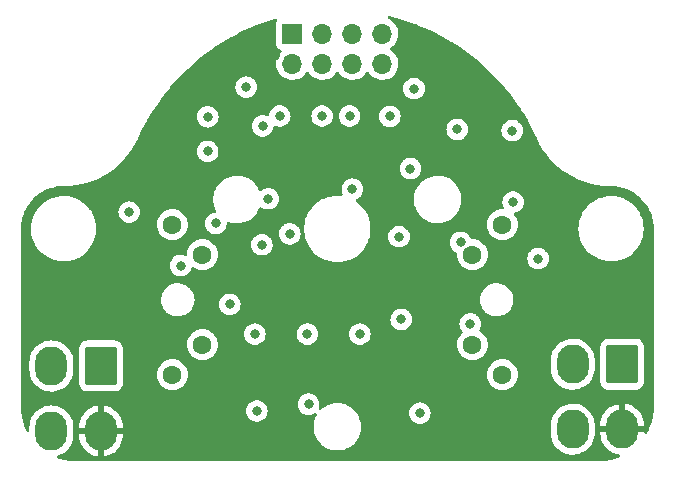
<source format=gbr>
%TF.GenerationSoftware,KiCad,Pcbnew,(6.0.9)*%
%TF.CreationDate,2023-01-27T20:10:08-09:00*%
%TF.ProjectId,GAUGE_Dual Needle Instruments,47415547-455f-4447-9561-6c204e656564,rev?*%
%TF.SameCoordinates,Original*%
%TF.FileFunction,Copper,L3,Inr*%
%TF.FilePolarity,Positive*%
%FSLAX46Y46*%
G04 Gerber Fmt 4.6, Leading zero omitted, Abs format (unit mm)*
G04 Created by KiCad (PCBNEW (6.0.9)) date 2023-01-27 20:10:08*
%MOMM*%
%LPD*%
G01*
G04 APERTURE LIST*
G04 Aperture macros list*
%AMRoundRect*
0 Rectangle with rounded corners*
0 $1 Rounding radius*
0 $2 $3 $4 $5 $6 $7 $8 $9 X,Y pos of 4 corners*
0 Add a 4 corners polygon primitive as box body*
4,1,4,$2,$3,$4,$5,$6,$7,$8,$9,$2,$3,0*
0 Add four circle primitives for the rounded corners*
1,1,$1+$1,$2,$3*
1,1,$1+$1,$4,$5*
1,1,$1+$1,$6,$7*
1,1,$1+$1,$8,$9*
0 Add four rect primitives between the rounded corners*
20,1,$1+$1,$2,$3,$4,$5,0*
20,1,$1+$1,$4,$5,$6,$7,0*
20,1,$1+$1,$6,$7,$8,$9,0*
20,1,$1+$1,$8,$9,$2,$3,0*%
G04 Aperture macros list end*
%TA.AperFunction,ComponentPad*%
%ADD10RoundRect,0.250001X1.099999X1.399999X-1.099999X1.399999X-1.099999X-1.399999X1.099999X-1.399999X0*%
%TD*%
%TA.AperFunction,ComponentPad*%
%ADD11O,2.700000X3.300000*%
%TD*%
%TA.AperFunction,ComponentPad*%
%ADD12C,1.600000*%
%TD*%
%TA.AperFunction,ComponentPad*%
%ADD13O,1.700000X1.700000*%
%TD*%
%TA.AperFunction,ComponentPad*%
%ADD14R,1.700000X1.700000*%
%TD*%
%TA.AperFunction,ViaPad*%
%ADD15C,0.800000*%
%TD*%
G04 APERTURE END LIST*
D10*
%TO.N,/LED+5V*%
%TO.C,J3*%
X206322000Y-130210000D03*
D11*
X202122000Y-130210000D03*
%TO.N,/LEDGND*%
X206322000Y-135710000D03*
%TO.N,/DOUT*%
X202122000Y-135710000D03*
%TD*%
D10*
%TO.N,/LED+5V*%
%TO.C,J1*%
X162189000Y-130363000D03*
D11*
X157989000Y-130363000D03*
%TO.N,/LEDGND*%
X162189000Y-135863000D03*
%TO.N,/DIN*%
X157989000Y-135863000D03*
%TD*%
D12*
%TO.N,/COIL8*%
%TO.C,M1*%
X193630576Y-128559417D03*
%TO.N,/COIL7*%
X193630576Y-120939417D03*
%TO.N,/COIL6*%
X170770576Y-128559417D03*
%TO.N,/COIL5*%
X170770576Y-120939417D03*
%TO.N,/COIL4*%
X196170576Y-131099417D03*
%TO.N,/COIL3*%
X196170576Y-118399417D03*
%TO.N,/COIL2*%
X168230576Y-131099417D03*
%TO.N,/COIL1*%
X168222000Y-118393000D03*
%TD*%
D13*
%TO.N,/COIL7*%
%TO.C,J2*%
X186002000Y-104773000D03*
%TO.N,/COIL3*%
X186002000Y-102233000D03*
%TO.N,/COIL8*%
X183462000Y-104773000D03*
%TO.N,/COIL4*%
X183462000Y-102233000D03*
%TO.N,/COIL6*%
X180922000Y-104773000D03*
%TO.N,/COIL2*%
X180922000Y-102233000D03*
%TO.N,/COIL5*%
X178382000Y-104773000D03*
D14*
%TO.N,/COIL1*%
X178382000Y-102233000D03*
%TD*%
D15*
%TO.N,/LED+5V*%
X183464500Y-115398900D03*
X178173600Y-119173900D03*
X175811900Y-120099700D03*
X174479400Y-106750800D03*
X173088400Y-125141900D03*
X189182000Y-134353100D03*
X183239400Y-109195500D03*
X179755200Y-133598200D03*
X199191900Y-121272300D03*
X197073800Y-116479600D03*
X187419300Y-119418700D03*
X175384500Y-134170600D03*
X171225800Y-109265400D03*
X188690300Y-106874000D03*
X180905000Y-109195500D03*
X177319400Y-109195500D03*
X171216700Y-112197000D03*
X175871500Y-110045100D03*
X186649200Y-109233300D03*
X197004500Y-110433000D03*
X188390100Y-113644100D03*
X171908800Y-118294100D03*
X164574500Y-117330600D03*
X192635600Y-119896200D03*
X193448600Y-126799000D03*
X187607000Y-126418900D03*
X175211000Y-127661400D03*
X179656000Y-127661400D03*
X184101000Y-127661400D03*
X168934165Y-121858000D03*
X176346260Y-116206257D03*
X192344100Y-110332800D03*
%TO.N,/LEDGND*%
X176939341Y-104113176D03*
X182439341Y-106363176D03*
X176563082Y-112236917D03*
X189189341Y-102613176D03*
%TD*%
%TA.AperFunction,Conductor*%
%TO.N,/LEDGND*%
G36*
X186602807Y-100737706D02*
G01*
X187171238Y-100884029D01*
X187221429Y-100896949D01*
X187226985Y-100898516D01*
X187452637Y-100967768D01*
X188033740Y-101146108D01*
X188039187Y-101147917D01*
X188759432Y-101405617D01*
X188833757Y-101432210D01*
X188839141Y-101434277D01*
X189144712Y-101559680D01*
X189619840Y-101754668D01*
X189625130Y-101756982D01*
X190390321Y-102112797D01*
X190395500Y-102115351D01*
X191143587Y-102505848D01*
X191148641Y-102508635D01*
X191809065Y-102892857D01*
X191878063Y-102932999D01*
X191882986Y-102936017D01*
X192592210Y-103393359D01*
X192596989Y-103396598D01*
X193284490Y-103885931D01*
X193289116Y-103889386D01*
X193953484Y-104409706D01*
X193957947Y-104413369D01*
X194597795Y-104963593D01*
X194602085Y-104967457D01*
X195216045Y-105546407D01*
X195220154Y-105550464D01*
X195806934Y-106156920D01*
X195810853Y-106161160D01*
X196369261Y-106793892D01*
X196372981Y-106798308D01*
X196901781Y-107455915D01*
X196905296Y-107460496D01*
X197403447Y-108141682D01*
X197406746Y-108146418D01*
X197626758Y-108478163D01*
X197873155Y-108849692D01*
X197876235Y-108854576D01*
X198309935Y-109578478D01*
X198312788Y-109583498D01*
X198617523Y-110149435D01*
X198712858Y-110326487D01*
X198715473Y-110331620D01*
X198956181Y-110832337D01*
X199060878Y-111050125D01*
X199069131Y-111072506D01*
X199072558Y-111085465D01*
X199074971Y-111090971D01*
X199075043Y-111091232D01*
X199075186Y-111091462D01*
X199077596Y-111096963D01*
X199080215Y-111101072D01*
X199082509Y-111105371D01*
X199082468Y-111105393D01*
X199085156Y-111110153D01*
X199287783Y-111518134D01*
X199296821Y-111536331D01*
X199297972Y-111538284D01*
X199297973Y-111538286D01*
X199464158Y-111820281D01*
X199546103Y-111959332D01*
X199547373Y-111961172D01*
X199547378Y-111961180D01*
X199705599Y-112190435D01*
X199824991Y-112363428D01*
X199826386Y-112365168D01*
X199826396Y-112365182D01*
X200130645Y-112744788D01*
X200130653Y-112744798D01*
X200132057Y-112746549D01*
X200133590Y-112748203D01*
X200133591Y-112748205D01*
X200355844Y-112988118D01*
X200465730Y-113106736D01*
X200824301Y-113442144D01*
X200826043Y-113443554D01*
X200826051Y-113443561D01*
X200902238Y-113505230D01*
X201205935Y-113751056D01*
X201207767Y-113752333D01*
X201207777Y-113752341D01*
X201333927Y-113840306D01*
X201608679Y-114031893D01*
X201610621Y-114033050D01*
X201610627Y-114033054D01*
X202028529Y-114282058D01*
X202030471Y-114283215D01*
X202032481Y-114284225D01*
X202032493Y-114284232D01*
X202208691Y-114372805D01*
X202469153Y-114503737D01*
X202471228Y-114504600D01*
X202471234Y-114504603D01*
X202776955Y-114631789D01*
X202922479Y-114692330D01*
X203018606Y-114724472D01*
X203385977Y-114847310D01*
X203385983Y-114847312D01*
X203388128Y-114848029D01*
X203863718Y-114970036D01*
X203865917Y-114970435D01*
X203865930Y-114970438D01*
X204129991Y-115018370D01*
X204346814Y-115057728D01*
X204623982Y-115087781D01*
X204832708Y-115110414D01*
X204832717Y-115110415D01*
X204834943Y-115110656D01*
X205182815Y-115123340D01*
X205296096Y-115127471D01*
X205303391Y-115128216D01*
X205303411Y-115127994D01*
X205308265Y-115128433D01*
X205313055Y-115129242D01*
X205317908Y-115129305D01*
X205317912Y-115129305D01*
X205319360Y-115129323D01*
X205325607Y-115129404D01*
X205330419Y-115128718D01*
X205335283Y-115128405D01*
X205335298Y-115128635D01*
X205346731Y-115127896D01*
X205354191Y-115127987D01*
X205363060Y-115129368D01*
X205371963Y-115128204D01*
X205382412Y-115126838D01*
X205404929Y-115125926D01*
X205717880Y-115141303D01*
X205730178Y-115142515D01*
X206069244Y-115192813D01*
X206081358Y-115195222D01*
X206413871Y-115278515D01*
X206425703Y-115282105D01*
X206748435Y-115397583D01*
X206759858Y-115402315D01*
X207069709Y-115548865D01*
X207080614Y-115554693D01*
X207374622Y-115730916D01*
X207384903Y-115737786D01*
X207660226Y-115941981D01*
X207669778Y-115949821D01*
X207923760Y-116180019D01*
X207932503Y-116188762D01*
X208162688Y-116442733D01*
X208170532Y-116452291D01*
X208374718Y-116727604D01*
X208381588Y-116737885D01*
X208557809Y-117031892D01*
X208563638Y-117042797D01*
X208710196Y-117352667D01*
X208714927Y-117364091D01*
X208830398Y-117686808D01*
X208833988Y-117698640D01*
X208847513Y-117752635D01*
X208911848Y-118009466D01*
X208917279Y-118031148D01*
X208919689Y-118043267D01*
X208963520Y-118338737D01*
X208969987Y-118382334D01*
X208971199Y-118394637D01*
X208972894Y-118429149D01*
X208986216Y-118700292D01*
X208984868Y-118725859D01*
X208984530Y-118728027D01*
X208984530Y-118728035D01*
X208983149Y-118736903D01*
X208984313Y-118745804D01*
X208984313Y-118745808D01*
X208987276Y-118768462D01*
X208988340Y-118784800D01*
X208988340Y-133780462D01*
X208986840Y-133799848D01*
X208985987Y-133805329D01*
X208983149Y-133823552D01*
X208985824Y-133844012D01*
X208986768Y-133865835D01*
X208973498Y-134169735D01*
X208971182Y-134222763D01*
X208970224Y-134233713D01*
X208969862Y-134236465D01*
X208928674Y-134549306D01*
X208919602Y-134618208D01*
X208917694Y-134629029D01*
X208900314Y-134707422D01*
X208833754Y-135007649D01*
X208830909Y-135018266D01*
X208714295Y-135388116D01*
X208710536Y-135398446D01*
X208562121Y-135756748D01*
X208557475Y-135766710D01*
X208417763Y-136035093D01*
X208368566Y-136086280D01*
X208299505Y-136102745D01*
X208232506Y-136079258D01*
X208188841Y-136023277D01*
X208182830Y-135991753D01*
X208175525Y-135966876D01*
X208174135Y-135965671D01*
X208166452Y-135964000D01*
X204482115Y-135964000D01*
X204466876Y-135968475D01*
X204465671Y-135969865D01*
X204464000Y-135977548D01*
X204464000Y-136076206D01*
X204464165Y-136080777D01*
X204478213Y-136274380D01*
X204479527Y-136283389D01*
X204535689Y-136537769D01*
X204538292Y-136546499D01*
X204630586Y-136790107D01*
X204634421Y-136798368D01*
X204760915Y-137026101D01*
X204765905Y-137033726D01*
X204923946Y-137240809D01*
X204929986Y-137247636D01*
X205116264Y-137429735D01*
X205123226Y-137435618D01*
X205333843Y-137588922D01*
X205341573Y-137593733D01*
X205572122Y-137715031D01*
X205580472Y-137718678D01*
X205826099Y-137805419D01*
X205834894Y-137807825D01*
X206044542Y-137849147D01*
X206107509Y-137881945D01*
X206142748Y-137943579D01*
X206139072Y-138014480D01*
X206097647Y-138072138D01*
X206068399Y-138089175D01*
X205985440Y-138123539D01*
X205975137Y-138127288D01*
X205848717Y-138167149D01*
X205605270Y-138243908D01*
X205594653Y-138246753D01*
X205405347Y-138288722D01*
X205216037Y-138330693D01*
X205205220Y-138332600D01*
X204914764Y-138370841D01*
X204820721Y-138383223D01*
X204809771Y-138384181D01*
X204754754Y-138386584D01*
X204460326Y-138399441D01*
X204435453Y-138398061D01*
X204423112Y-138396140D01*
X204414211Y-138397304D01*
X204414207Y-138397304D01*
X204391553Y-138400267D01*
X204375215Y-138401331D01*
X160016205Y-138401331D01*
X159996820Y-138399831D01*
X159981987Y-138397521D01*
X159981983Y-138397521D01*
X159973114Y-138396140D01*
X159952656Y-138398815D01*
X159930830Y-138399759D01*
X159573894Y-138384178D01*
X159562949Y-138383220D01*
X159178448Y-138332603D01*
X159167628Y-138330696D01*
X159033665Y-138300997D01*
X158789014Y-138246761D01*
X158778397Y-138243917D01*
X158662001Y-138207219D01*
X158562772Y-138175933D01*
X158503819Y-138136373D01*
X158475612Y-138071220D01*
X158487106Y-138001160D01*
X158534654Y-137948437D01*
X158560263Y-137936633D01*
X158561750Y-137936269D01*
X158811733Y-137835015D01*
X159015867Y-137715490D01*
X159040537Y-137701045D01*
X159040538Y-137701044D01*
X159044482Y-137698735D01*
X159255119Y-137530284D01*
X159439234Y-137333191D01*
X159592968Y-137111584D01*
X159617455Y-137062364D01*
X159711067Y-136874194D01*
X159713101Y-136870106D01*
X159714523Y-136865769D01*
X159795698Y-136618147D01*
X159795699Y-136618141D01*
X159797118Y-136613814D01*
X159829488Y-136427380D01*
X159842601Y-136351860D01*
X159842602Y-136351852D01*
X159843257Y-136348079D01*
X159846696Y-136279004D01*
X159847422Y-136264422D01*
X159847422Y-136264408D01*
X159847500Y-136262851D01*
X159847500Y-136229206D01*
X160331000Y-136229206D01*
X160331165Y-136233777D01*
X160345213Y-136427380D01*
X160346527Y-136436389D01*
X160402689Y-136690769D01*
X160405292Y-136699499D01*
X160497586Y-136943107D01*
X160501421Y-136951368D01*
X160627915Y-137179101D01*
X160632905Y-137186726D01*
X160790946Y-137393809D01*
X160796986Y-137400636D01*
X160983264Y-137582735D01*
X160990226Y-137588618D01*
X161200843Y-137741922D01*
X161208573Y-137746733D01*
X161439122Y-137868031D01*
X161447472Y-137871678D01*
X161693099Y-137958419D01*
X161701894Y-137960825D01*
X161917225Y-138003267D01*
X161930137Y-138002088D01*
X161934939Y-137987174D01*
X162443000Y-137987174D01*
X162447251Y-138001651D01*
X162459512Y-138003714D01*
X162495133Y-138000315D01*
X162504125Y-137998795D01*
X162757158Y-137936878D01*
X162765827Y-137934078D01*
X163007282Y-137836278D01*
X163015455Y-137832256D01*
X163240253Y-137700632D01*
X163247765Y-137695469D01*
X163451213Y-137532769D01*
X163457896Y-137526580D01*
X163635733Y-137336206D01*
X163641443Y-137329129D01*
X163789934Y-137115082D01*
X163794571Y-137107241D01*
X163910604Y-136874003D01*
X163914060Y-136865578D01*
X163995212Y-136618026D01*
X163997412Y-136609201D01*
X164042103Y-136351811D01*
X164042950Y-136344193D01*
X164046922Y-136264408D01*
X164047000Y-136261267D01*
X164047000Y-136135115D01*
X164042525Y-136119876D01*
X164041135Y-136118671D01*
X164033452Y-136117000D01*
X162461115Y-136117000D01*
X162445876Y-136121475D01*
X162444671Y-136122865D01*
X162443000Y-136130548D01*
X162443000Y-137987174D01*
X161934939Y-137987174D01*
X161935000Y-137986985D01*
X161935000Y-136135115D01*
X161930525Y-136119876D01*
X161929135Y-136118671D01*
X161921452Y-136117000D01*
X160349115Y-136117000D01*
X160333876Y-136121475D01*
X160332671Y-136122865D01*
X160331000Y-136130548D01*
X160331000Y-136229206D01*
X159847500Y-136229206D01*
X159847500Y-135590885D01*
X160331000Y-135590885D01*
X160335475Y-135606124D01*
X160336865Y-135607329D01*
X160344548Y-135609000D01*
X161916885Y-135609000D01*
X161932124Y-135604525D01*
X161933329Y-135603135D01*
X161935000Y-135595452D01*
X161935000Y-135590885D01*
X162443000Y-135590885D01*
X162447475Y-135606124D01*
X162448865Y-135607329D01*
X162456548Y-135609000D01*
X164028885Y-135609000D01*
X164044124Y-135604525D01*
X164045329Y-135603135D01*
X164047000Y-135595452D01*
X164047000Y-135496794D01*
X164046835Y-135492223D01*
X164032787Y-135298620D01*
X164031473Y-135289611D01*
X163975311Y-135035231D01*
X163972708Y-135026501D01*
X163880414Y-134782893D01*
X163876579Y-134774632D01*
X163750085Y-134546899D01*
X163745095Y-134539274D01*
X163587054Y-134332191D01*
X163581014Y-134325364D01*
X163422698Y-134170600D01*
X174470996Y-134170600D01*
X174490958Y-134360528D01*
X174549973Y-134542156D01*
X174645460Y-134707544D01*
X174649878Y-134712451D01*
X174649879Y-134712452D01*
X174686347Y-134752954D01*
X174773247Y-134849466D01*
X174829098Y-134890044D01*
X174918466Y-134954974D01*
X174927748Y-134961718D01*
X174933776Y-134964402D01*
X174933778Y-134964403D01*
X175096181Y-135036709D01*
X175102212Y-135039394D01*
X175195613Y-135059247D01*
X175282556Y-135077728D01*
X175282561Y-135077728D01*
X175289013Y-135079100D01*
X175479987Y-135079100D01*
X175486439Y-135077728D01*
X175486444Y-135077728D01*
X175573387Y-135059247D01*
X175666788Y-135039394D01*
X175672819Y-135036709D01*
X175835222Y-134964403D01*
X175835224Y-134964402D01*
X175841252Y-134961718D01*
X175850535Y-134954974D01*
X175939902Y-134890044D01*
X175995753Y-134849466D01*
X176082653Y-134752954D01*
X176119121Y-134712452D01*
X176119122Y-134712451D01*
X176123540Y-134707544D01*
X176219027Y-134542156D01*
X176278042Y-134360528D01*
X176298004Y-134170600D01*
X176294473Y-134137002D01*
X176278732Y-133987235D01*
X176278732Y-133987233D01*
X176278042Y-133980672D01*
X176219027Y-133799044D01*
X176208936Y-133781565D01*
X176144726Y-133670351D01*
X176123540Y-133633656D01*
X176104199Y-133612175D01*
X176091616Y-133598200D01*
X178841696Y-133598200D01*
X178842386Y-133604765D01*
X178859448Y-133767098D01*
X178861658Y-133788128D01*
X178920673Y-133969756D01*
X178923976Y-133975478D01*
X178923977Y-133975479D01*
X178931107Y-133987829D01*
X179016160Y-134135144D01*
X179020578Y-134140051D01*
X179020579Y-134140052D01*
X179131664Y-134263424D01*
X179143947Y-134277066D01*
X179298448Y-134389318D01*
X179304476Y-134392002D01*
X179304478Y-134392003D01*
X179466881Y-134464309D01*
X179472912Y-134466994D01*
X179566312Y-134486847D01*
X179653256Y-134505328D01*
X179653261Y-134505328D01*
X179659713Y-134506700D01*
X179850687Y-134506700D01*
X179857139Y-134505328D01*
X179857144Y-134505328D01*
X179944088Y-134486847D01*
X180037488Y-134466994D01*
X180043519Y-134464309D01*
X180205922Y-134392003D01*
X180205924Y-134392002D01*
X180211952Y-134389318D01*
X180255725Y-134357515D01*
X180322590Y-134333658D01*
X180391742Y-134349738D01*
X180441222Y-134400651D01*
X180455322Y-134470233D01*
X180438903Y-134522452D01*
X180382364Y-134620381D01*
X180277138Y-134880824D01*
X180276073Y-134885097D01*
X180276072Y-134885099D01*
X180211117Y-135145620D01*
X180209183Y-135153376D01*
X180208724Y-135157744D01*
X180208723Y-135157749D01*
X180183423Y-135398471D01*
X180179822Y-135432733D01*
X180179975Y-135437121D01*
X180179975Y-135437127D01*
X180185919Y-135607329D01*
X180189625Y-135713458D01*
X180190387Y-135717781D01*
X180190388Y-135717788D01*
X180214164Y-135852624D01*
X180238402Y-135990087D01*
X180325203Y-136257235D01*
X180327131Y-136261188D01*
X180327133Y-136261193D01*
X180354902Y-136318127D01*
X180448340Y-136509702D01*
X180450795Y-136513341D01*
X180450798Y-136513347D01*
X180473256Y-136546642D01*
X180605415Y-136742576D01*
X180793371Y-136951322D01*
X181008550Y-137131879D01*
X181246764Y-137280731D01*
X181503375Y-137394982D01*
X181507603Y-137396194D01*
X181507602Y-137396194D01*
X181737414Y-137462091D01*
X181773390Y-137472407D01*
X181777740Y-137473018D01*
X181777743Y-137473019D01*
X181880690Y-137487487D01*
X182051552Y-137511500D01*
X182262146Y-137511500D01*
X182264332Y-137511347D01*
X182264336Y-137511347D01*
X182467827Y-137497118D01*
X182467832Y-137497117D01*
X182472212Y-137496811D01*
X182746970Y-137438409D01*
X182751099Y-137436906D01*
X182751103Y-137436905D01*
X183006781Y-137343846D01*
X183006785Y-137343844D01*
X183010926Y-137342337D01*
X183258942Y-137210464D01*
X183296007Y-137183535D01*
X183482629Y-137047947D01*
X183482632Y-137047944D01*
X183486192Y-137045358D01*
X183498238Y-137033726D01*
X183592076Y-136943107D01*
X183688252Y-136850231D01*
X183861188Y-136628882D01*
X183863384Y-136625078D01*
X183863389Y-136625071D01*
X183999435Y-136389431D01*
X184001636Y-136385619D01*
X184106862Y-136125176D01*
X184107928Y-136120901D01*
X184118497Y-136078512D01*
X200263500Y-136078512D01*
X200263664Y-136080777D01*
X200263665Y-136080792D01*
X200267607Y-136135115D01*
X200278047Y-136279004D01*
X200279031Y-136283459D01*
X200279031Y-136283462D01*
X200335178Y-136537769D01*
X200336194Y-136542372D01*
X200383972Y-136668480D01*
X200403944Y-136721194D01*
X200431750Y-136794588D01*
X200562714Y-137030368D01*
X200565486Y-137034000D01*
X200679608Y-137183535D01*
X200726343Y-137244773D01*
X200729609Y-137247966D01*
X200729611Y-137247968D01*
X200763126Y-137280731D01*
X200919208Y-137433312D01*
X201137270Y-137592034D01*
X201237031Y-137644521D01*
X201371921Y-137715490D01*
X201371927Y-137715493D01*
X201375961Y-137717615D01*
X201380266Y-137719135D01*
X201380270Y-137719137D01*
X201625967Y-137805902D01*
X201630280Y-137807425D01*
X201756263Y-137832256D01*
X201890428Y-137858700D01*
X201890434Y-137858701D01*
X201894900Y-137859581D01*
X201899453Y-137859808D01*
X201899456Y-137859808D01*
X202159708Y-137872764D01*
X202159714Y-137872764D01*
X202164277Y-137872991D01*
X202432769Y-137847375D01*
X202437203Y-137846290D01*
X202437209Y-137846289D01*
X202690312Y-137784355D01*
X202694750Y-137783269D01*
X202944733Y-137682015D01*
X203177482Y-137545735D01*
X203367456Y-137393809D01*
X203384553Y-137380136D01*
X203384555Y-137380135D01*
X203388119Y-137377284D01*
X203572234Y-137180191D01*
X203725968Y-136958584D01*
X203846101Y-136717106D01*
X203854735Y-136690769D01*
X203928698Y-136465147D01*
X203928699Y-136465141D01*
X203930118Y-136460814D01*
X203943174Y-136385619D01*
X203975601Y-136198860D01*
X203975602Y-136198852D01*
X203976257Y-136195079D01*
X203980500Y-136109851D01*
X203980500Y-135437885D01*
X204464000Y-135437885D01*
X204468475Y-135453124D01*
X204469865Y-135454329D01*
X204477548Y-135456000D01*
X206049885Y-135456000D01*
X206065124Y-135451525D01*
X206066329Y-135450135D01*
X206068000Y-135442452D01*
X206068000Y-135437885D01*
X206576000Y-135437885D01*
X206580475Y-135453124D01*
X206581865Y-135454329D01*
X206589548Y-135456000D01*
X208161885Y-135456000D01*
X208177124Y-135451525D01*
X208178329Y-135450135D01*
X208180000Y-135442452D01*
X208180000Y-135343794D01*
X208179835Y-135339223D01*
X208165787Y-135145620D01*
X208164473Y-135136611D01*
X208108311Y-134882231D01*
X208105708Y-134873501D01*
X208013414Y-134629893D01*
X208009579Y-134621632D01*
X207883085Y-134393899D01*
X207878095Y-134386274D01*
X207720054Y-134179191D01*
X207714014Y-134172364D01*
X207527736Y-133990265D01*
X207520774Y-133984382D01*
X207310157Y-133831078D01*
X207302427Y-133826267D01*
X207071878Y-133704969D01*
X207063528Y-133701322D01*
X206817901Y-133614581D01*
X206809106Y-133612175D01*
X206593775Y-133569733D01*
X206580863Y-133570912D01*
X206576000Y-133586015D01*
X206576000Y-135437885D01*
X206068000Y-135437885D01*
X206068000Y-133585826D01*
X206063749Y-133571349D01*
X206051488Y-133569286D01*
X206015867Y-133572685D01*
X206006875Y-133574205D01*
X205753842Y-133636122D01*
X205745173Y-133638922D01*
X205503718Y-133736722D01*
X205495545Y-133740744D01*
X205270747Y-133872368D01*
X205263235Y-133877531D01*
X205059787Y-134040231D01*
X205053104Y-134046420D01*
X204875267Y-134236794D01*
X204869557Y-134243871D01*
X204721066Y-134457918D01*
X204716429Y-134465759D01*
X204600396Y-134698997D01*
X204596940Y-134707422D01*
X204515788Y-134954974D01*
X204513588Y-134963799D01*
X204468897Y-135221189D01*
X204468050Y-135228807D01*
X204464078Y-135308592D01*
X204464000Y-135311733D01*
X204464000Y-135437885D01*
X203980500Y-135437885D01*
X203980500Y-135341488D01*
X203978114Y-135308592D01*
X203970823Y-135208116D01*
X203965953Y-135140996D01*
X203964969Y-135136538D01*
X203908791Y-134882088D01*
X203908790Y-134882084D01*
X203907806Y-134877628D01*
X203847469Y-134718371D01*
X203813868Y-134629682D01*
X203813867Y-134629679D01*
X203812250Y-134625412D01*
X203681286Y-134389632D01*
X203570045Y-134243871D01*
X203520429Y-134178859D01*
X203520428Y-134178858D01*
X203517657Y-134175227D01*
X203505326Y-134163172D01*
X203391455Y-134051856D01*
X203324792Y-133986688D01*
X203106730Y-133827966D01*
X202940948Y-133740744D01*
X202872079Y-133704510D01*
X202872073Y-133704507D01*
X202868039Y-133702385D01*
X202863734Y-133700865D01*
X202863730Y-133700863D01*
X202618033Y-133614098D01*
X202618032Y-133614098D01*
X202613720Y-133612575D01*
X202478006Y-133585826D01*
X202353572Y-133561300D01*
X202353566Y-133561299D01*
X202349100Y-133560419D01*
X202344547Y-133560192D01*
X202344544Y-133560192D01*
X202084292Y-133547236D01*
X202084286Y-133547236D01*
X202079723Y-133547009D01*
X201811231Y-133572625D01*
X201806797Y-133573710D01*
X201806791Y-133573711D01*
X201553688Y-133635645D01*
X201549250Y-133636731D01*
X201299267Y-133737985D01*
X201204764Y-133793319D01*
X201094350Y-133857969D01*
X201066518Y-133874265D01*
X200939529Y-133975821D01*
X200871118Y-134030531D01*
X200855881Y-134042716D01*
X200671766Y-134239809D01*
X200518032Y-134461416D01*
X200516001Y-134465499D01*
X200515999Y-134465502D01*
X200458534Y-134581013D01*
X200397899Y-134702894D01*
X200396478Y-134707228D01*
X200396477Y-134707231D01*
X200346259Y-134860422D01*
X200313882Y-134959186D01*
X200313102Y-134963677D01*
X200313102Y-134963678D01*
X200268735Y-135219209D01*
X200267743Y-135224921D01*
X200267552Y-135228758D01*
X200264078Y-135298547D01*
X200263500Y-135310149D01*
X200263500Y-136078512D01*
X184118497Y-136078512D01*
X184173753Y-135856893D01*
X184173754Y-135856888D01*
X184174817Y-135852624D01*
X184183847Y-135766715D01*
X184203719Y-135577636D01*
X184203719Y-135577633D01*
X184204178Y-135573267D01*
X184201348Y-135492223D01*
X184194529Y-135296939D01*
X184194528Y-135296933D01*
X184194375Y-135292542D01*
X184188920Y-135261600D01*
X184161809Y-135107853D01*
X184145598Y-135015913D01*
X184058797Y-134748765D01*
X184047039Y-134724656D01*
X184000403Y-134629040D01*
X183935660Y-134496298D01*
X183933205Y-134492659D01*
X183933202Y-134492653D01*
X183839072Y-134353100D01*
X188268496Y-134353100D01*
X188269186Y-134359665D01*
X188284496Y-134505328D01*
X188288458Y-134543028D01*
X188347473Y-134724656D01*
X188442960Y-134890044D01*
X188447378Y-134894951D01*
X188447379Y-134894952D01*
X188565826Y-135026501D01*
X188570747Y-135031966D01*
X188633733Y-135077728D01*
X188687343Y-135116678D01*
X188725248Y-135144218D01*
X188731276Y-135146902D01*
X188731278Y-135146903D01*
X188745817Y-135153376D01*
X188899712Y-135221894D01*
X188993112Y-135241747D01*
X189080056Y-135260228D01*
X189080061Y-135260228D01*
X189086513Y-135261600D01*
X189277487Y-135261600D01*
X189283939Y-135260228D01*
X189283944Y-135260228D01*
X189370888Y-135241747D01*
X189464288Y-135221894D01*
X189618183Y-135153376D01*
X189632722Y-135146903D01*
X189632724Y-135146902D01*
X189638752Y-135144218D01*
X189676658Y-135116678D01*
X189730267Y-135077728D01*
X189793253Y-135031966D01*
X189798174Y-135026501D01*
X189916621Y-134894952D01*
X189916622Y-134894951D01*
X189921040Y-134890044D01*
X190016527Y-134724656D01*
X190075542Y-134543028D01*
X190079505Y-134505328D01*
X190094814Y-134359665D01*
X190095504Y-134353100D01*
X190087513Y-134277066D01*
X190076232Y-134169735D01*
X190076232Y-134169733D01*
X190075542Y-134163172D01*
X190016527Y-133981544D01*
X190013026Y-133975479D01*
X189974871Y-133909394D01*
X189921040Y-133816156D01*
X189911292Y-133805329D01*
X189797675Y-133679145D01*
X189797674Y-133679144D01*
X189793253Y-133674234D01*
X189679566Y-133591635D01*
X189644094Y-133565863D01*
X189644093Y-133565862D01*
X189638752Y-133561982D01*
X189632724Y-133559298D01*
X189632722Y-133559297D01*
X189470319Y-133486991D01*
X189470318Y-133486991D01*
X189464288Y-133484306D01*
X189370888Y-133464453D01*
X189283944Y-133445972D01*
X189283939Y-133445972D01*
X189277487Y-133444600D01*
X189086513Y-133444600D01*
X189080061Y-133445972D01*
X189080056Y-133445972D01*
X188993112Y-133464453D01*
X188899712Y-133484306D01*
X188893682Y-133486991D01*
X188893681Y-133486991D01*
X188731278Y-133559297D01*
X188731276Y-133559298D01*
X188725248Y-133561982D01*
X188719907Y-133565862D01*
X188719906Y-133565863D01*
X188684434Y-133591635D01*
X188570747Y-133674234D01*
X188566326Y-133679144D01*
X188566325Y-133679145D01*
X188452709Y-133805329D01*
X188442960Y-133816156D01*
X188389129Y-133909394D01*
X188350975Y-133975479D01*
X188347473Y-133981544D01*
X188288458Y-134163172D01*
X188287768Y-134169733D01*
X188287768Y-134169735D01*
X188276487Y-134277066D01*
X188268496Y-134353100D01*
X183839072Y-134353100D01*
X183820140Y-134325032D01*
X183778585Y-134263424D01*
X183720956Y-134199420D01*
X183593566Y-134057940D01*
X183590629Y-134054678D01*
X183375450Y-133874121D01*
X183137236Y-133725269D01*
X182880625Y-133611018D01*
X182709615Y-133561982D01*
X182614837Y-133534805D01*
X182614836Y-133534805D01*
X182610610Y-133533593D01*
X182606260Y-133532982D01*
X182606257Y-133532981D01*
X182503310Y-133518513D01*
X182332448Y-133494500D01*
X182121854Y-133494500D01*
X182119668Y-133494653D01*
X182119664Y-133494653D01*
X181916173Y-133508882D01*
X181916168Y-133508883D01*
X181911788Y-133509189D01*
X181637030Y-133567591D01*
X181632901Y-133569094D01*
X181632897Y-133569095D01*
X181377219Y-133662154D01*
X181377215Y-133662156D01*
X181373074Y-133663663D01*
X181125058Y-133795536D01*
X181121499Y-133798122D01*
X181121497Y-133798123D01*
X180905403Y-133955124D01*
X180897808Y-133960642D01*
X180894644Y-133963698D01*
X180894641Y-133963700D01*
X180816700Y-134038967D01*
X180753803Y-134071899D01*
X180683087Y-134065599D01*
X180627002Y-134022067D01*
X180603356Y-133955124D01*
X180609340Y-133909394D01*
X180632552Y-133837956D01*
X180648742Y-133788128D01*
X180650953Y-133767098D01*
X180668014Y-133604765D01*
X180668704Y-133598200D01*
X180659349Y-133509189D01*
X180649432Y-133414835D01*
X180649432Y-133414833D01*
X180648742Y-133408272D01*
X180589727Y-133226644D01*
X180494240Y-133061256D01*
X180366453Y-132919334D01*
X180211952Y-132807082D01*
X180205924Y-132804398D01*
X180205922Y-132804397D01*
X180043519Y-132732091D01*
X180043518Y-132732091D01*
X180037488Y-132729406D01*
X179944087Y-132709553D01*
X179857144Y-132691072D01*
X179857139Y-132691072D01*
X179850687Y-132689700D01*
X179659713Y-132689700D01*
X179653261Y-132691072D01*
X179653256Y-132691072D01*
X179566313Y-132709553D01*
X179472912Y-132729406D01*
X179466882Y-132732091D01*
X179466881Y-132732091D01*
X179304478Y-132804397D01*
X179304476Y-132804398D01*
X179298448Y-132807082D01*
X179143947Y-132919334D01*
X179016160Y-133061256D01*
X178920673Y-133226644D01*
X178861658Y-133408272D01*
X178860968Y-133414833D01*
X178860968Y-133414835D01*
X178851051Y-133509189D01*
X178841696Y-133598200D01*
X176091616Y-133598200D01*
X176000175Y-133496645D01*
X176000174Y-133496644D01*
X175995753Y-133491734D01*
X175841252Y-133379482D01*
X175835224Y-133376798D01*
X175835222Y-133376797D01*
X175672819Y-133304491D01*
X175672818Y-133304491D01*
X175666788Y-133301806D01*
X175573387Y-133281953D01*
X175486444Y-133263472D01*
X175486439Y-133263472D01*
X175479987Y-133262100D01*
X175289013Y-133262100D01*
X175282561Y-133263472D01*
X175282556Y-133263472D01*
X175195613Y-133281953D01*
X175102212Y-133301806D01*
X175096182Y-133304491D01*
X175096181Y-133304491D01*
X174933778Y-133376797D01*
X174933776Y-133376798D01*
X174927748Y-133379482D01*
X174773247Y-133491734D01*
X174768826Y-133496644D01*
X174768825Y-133496645D01*
X174664802Y-133612175D01*
X174645460Y-133633656D01*
X174624274Y-133670351D01*
X174560065Y-133781565D01*
X174549973Y-133799044D01*
X174490958Y-133980672D01*
X174490268Y-133987233D01*
X174490268Y-133987235D01*
X174474527Y-134137002D01*
X174470996Y-134170600D01*
X163422698Y-134170600D01*
X163394736Y-134143265D01*
X163387774Y-134137382D01*
X163177157Y-133984078D01*
X163169427Y-133979267D01*
X162938878Y-133857969D01*
X162930528Y-133854322D01*
X162684901Y-133767581D01*
X162676106Y-133765175D01*
X162460775Y-133722733D01*
X162447863Y-133723912D01*
X162443000Y-133739015D01*
X162443000Y-135590885D01*
X161935000Y-135590885D01*
X161935000Y-133738826D01*
X161930749Y-133724349D01*
X161918488Y-133722286D01*
X161882867Y-133725685D01*
X161873875Y-133727205D01*
X161620842Y-133789122D01*
X161612173Y-133791922D01*
X161370718Y-133889722D01*
X161362545Y-133893744D01*
X161137747Y-134025368D01*
X161130235Y-134030531D01*
X160926787Y-134193231D01*
X160920104Y-134199420D01*
X160742267Y-134389794D01*
X160736557Y-134396871D01*
X160588066Y-134610918D01*
X160583429Y-134618759D01*
X160467396Y-134851997D01*
X160463940Y-134860422D01*
X160382788Y-135107974D01*
X160380588Y-135116799D01*
X160335897Y-135374189D01*
X160335050Y-135381807D01*
X160331078Y-135461592D01*
X160331000Y-135464733D01*
X160331000Y-135590885D01*
X159847500Y-135590885D01*
X159847500Y-135494488D01*
X159845114Y-135461592D01*
X159836399Y-135341488D01*
X159832953Y-135293996D01*
X159825498Y-135260228D01*
X159775791Y-135035088D01*
X159775790Y-135035084D01*
X159774806Y-135030628D01*
X159719377Y-134884326D01*
X159680868Y-134782682D01*
X159680867Y-134782679D01*
X159679250Y-134778412D01*
X159551993Y-134549306D01*
X159550504Y-134546625D01*
X159550503Y-134546624D01*
X159548286Y-134542632D01*
X159437045Y-134396871D01*
X159387429Y-134331859D01*
X159387428Y-134331858D01*
X159384657Y-134328227D01*
X159327299Y-134272155D01*
X159276773Y-134222763D01*
X159191792Y-134139688D01*
X158973730Y-133980966D01*
X158807948Y-133893744D01*
X158739079Y-133857510D01*
X158739073Y-133857507D01*
X158735039Y-133855385D01*
X158730734Y-133853865D01*
X158730730Y-133853863D01*
X158485033Y-133767098D01*
X158485032Y-133767098D01*
X158480720Y-133765575D01*
X158332048Y-133736272D01*
X158220572Y-133714300D01*
X158220566Y-133714299D01*
X158216100Y-133713419D01*
X158211547Y-133713192D01*
X158211544Y-133713192D01*
X157951292Y-133700236D01*
X157951286Y-133700236D01*
X157946723Y-133700009D01*
X157678231Y-133725625D01*
X157673797Y-133726710D01*
X157673791Y-133726711D01*
X157454129Y-133780462D01*
X157416250Y-133789731D01*
X157166267Y-133890985D01*
X157162324Y-133893294D01*
X156942396Y-134022067D01*
X156933518Y-134027265D01*
X156917764Y-134039864D01*
X156743960Y-134178859D01*
X156722881Y-134195716D01*
X156538766Y-134392809D01*
X156385032Y-134614416D01*
X156383001Y-134618499D01*
X156382999Y-134618502D01*
X156377437Y-134629682D01*
X156264899Y-134855894D01*
X156263478Y-134860228D01*
X156263477Y-134860231D01*
X156204295Y-135040766D01*
X156180882Y-135112186D01*
X156180102Y-135116677D01*
X156180102Y-135116678D01*
X156141069Y-135341488D01*
X156134743Y-135377921D01*
X156130500Y-135463149D01*
X156130500Y-135836470D01*
X156110498Y-135904591D01*
X156056842Y-135951084D01*
X155986568Y-135961188D01*
X155921988Y-135931694D01*
X155892737Y-135894651D01*
X155826137Y-135766715D01*
X155821492Y-135756753D01*
X155699229Y-135461592D01*
X155673082Y-135398468D01*
X155669323Y-135388141D01*
X155552702Y-135018272D01*
X155549857Y-135007655D01*
X155466106Y-134629893D01*
X155465916Y-134629033D01*
X155464008Y-134618215D01*
X155413386Y-134233717D01*
X155412428Y-134222767D01*
X155405088Y-134054678D01*
X155397182Y-133873640D01*
X155398563Y-133848758D01*
X155399152Y-133844979D01*
X155399152Y-133844973D01*
X155400533Y-133836104D01*
X155399369Y-133827203D01*
X155399369Y-133827199D01*
X155396406Y-133804545D01*
X155395342Y-133788207D01*
X155395342Y-130731512D01*
X156130500Y-130731512D01*
X156130665Y-130733780D01*
X156130665Y-130733792D01*
X156133946Y-130779004D01*
X156145047Y-130932004D01*
X156146031Y-130936459D01*
X156146031Y-130936462D01*
X156184196Y-131109322D01*
X156203194Y-131195372D01*
X156204812Y-131199642D01*
X156270944Y-131374194D01*
X156298750Y-131447588D01*
X156357658Y-131553642D01*
X156415170Y-131657183D01*
X156429714Y-131683368D01*
X156432486Y-131687000D01*
X156546608Y-131836535D01*
X156593343Y-131897773D01*
X156596609Y-131900966D01*
X156596611Y-131900968D01*
X156689775Y-131992042D01*
X156786208Y-132086312D01*
X157004270Y-132245034D01*
X157073685Y-132281555D01*
X157238921Y-132368490D01*
X157238927Y-132368493D01*
X157242961Y-132370615D01*
X157247266Y-132372135D01*
X157247270Y-132372137D01*
X157480643Y-132454550D01*
X157497280Y-132460425D01*
X157625032Y-132485605D01*
X157757428Y-132511700D01*
X157757434Y-132511701D01*
X157761900Y-132512581D01*
X157766453Y-132512808D01*
X157766456Y-132512808D01*
X158026708Y-132525764D01*
X158026714Y-132525764D01*
X158031277Y-132525991D01*
X158299769Y-132500375D01*
X158304203Y-132499290D01*
X158304209Y-132499289D01*
X158557312Y-132437355D01*
X158561750Y-132436269D01*
X158811733Y-132335015D01*
X159035261Y-132204134D01*
X159040537Y-132201045D01*
X159040538Y-132201044D01*
X159044482Y-132198735D01*
X159185777Y-132085738D01*
X159251553Y-132033136D01*
X159251555Y-132033135D01*
X159255119Y-132030284D01*
X159439234Y-131833191D01*
X159452963Y-131813400D01*
X160330500Y-131813400D01*
X160330837Y-131816646D01*
X160330837Y-131816650D01*
X160338878Y-131894141D01*
X160341474Y-131919165D01*
X160343655Y-131925701D01*
X160343655Y-131925703D01*
X160344087Y-131926997D01*
X160397450Y-132086945D01*
X160490522Y-132237348D01*
X160615697Y-132362305D01*
X160621927Y-132366145D01*
X160621928Y-132366146D01*
X160759090Y-132450694D01*
X160766262Y-132455115D01*
X160846005Y-132481564D01*
X160927611Y-132508632D01*
X160927613Y-132508632D01*
X160934139Y-132510797D01*
X160940975Y-132511497D01*
X160940978Y-132511498D01*
X160984031Y-132515909D01*
X161038600Y-132521500D01*
X163339400Y-132521500D01*
X163342646Y-132521163D01*
X163342650Y-132521163D01*
X163438307Y-132511238D01*
X163438311Y-132511237D01*
X163445165Y-132510526D01*
X163451701Y-132508345D01*
X163451703Y-132508345D01*
X163592689Y-132461308D01*
X163612945Y-132454550D01*
X163763348Y-132361478D01*
X163888305Y-132236303D01*
X163898886Y-132219137D01*
X163977275Y-132091968D01*
X163977276Y-132091966D01*
X163981115Y-132085738D01*
X164007564Y-132005995D01*
X164034632Y-131924389D01*
X164034632Y-131924387D01*
X164036797Y-131917861D01*
X164039228Y-131894141D01*
X164041909Y-131867969D01*
X164047500Y-131813400D01*
X164047500Y-131099417D01*
X166917078Y-131099417D01*
X166937033Y-131327504D01*
X166938457Y-131332817D01*
X166938457Y-131332819D01*
X166991391Y-131530368D01*
X166996292Y-131548660D01*
X166998615Y-131553641D01*
X166998615Y-131553642D01*
X167090727Y-131751179D01*
X167090730Y-131751184D01*
X167093053Y-131756166D01*
X167144358Y-131829437D01*
X167221053Y-131938968D01*
X167224378Y-131943717D01*
X167386276Y-132105615D01*
X167390784Y-132108772D01*
X167390787Y-132108774D01*
X167468965Y-132163515D01*
X167573827Y-132236940D01*
X167578809Y-132239263D01*
X167578814Y-132239266D01*
X167726877Y-132308308D01*
X167781333Y-132333701D01*
X167786641Y-132335123D01*
X167786643Y-132335124D01*
X167997174Y-132391536D01*
X167997176Y-132391536D01*
X168002489Y-132392960D01*
X168230576Y-132412915D01*
X168458663Y-132392960D01*
X168463976Y-132391536D01*
X168463978Y-132391536D01*
X168674509Y-132335124D01*
X168674511Y-132335123D01*
X168679819Y-132333701D01*
X168734275Y-132308308D01*
X168882338Y-132239266D01*
X168882343Y-132239263D01*
X168887325Y-132236940D01*
X168992187Y-132163515D01*
X169070365Y-132108774D01*
X169070368Y-132108772D01*
X169074876Y-132105615D01*
X169236774Y-131943717D01*
X169240100Y-131938968D01*
X169316794Y-131829437D01*
X169368099Y-131756166D01*
X169370422Y-131751184D01*
X169370425Y-131751179D01*
X169462537Y-131553642D01*
X169462537Y-131553641D01*
X169464860Y-131548660D01*
X169469762Y-131530368D01*
X169522695Y-131332819D01*
X169522695Y-131332817D01*
X169524119Y-131327504D01*
X169544074Y-131099417D01*
X194857078Y-131099417D01*
X194877033Y-131327504D01*
X194878457Y-131332817D01*
X194878457Y-131332819D01*
X194931391Y-131530368D01*
X194936292Y-131548660D01*
X194938615Y-131553641D01*
X194938615Y-131553642D01*
X195030727Y-131751179D01*
X195030730Y-131751184D01*
X195033053Y-131756166D01*
X195084358Y-131829437D01*
X195161053Y-131938968D01*
X195164378Y-131943717D01*
X195326276Y-132105615D01*
X195330784Y-132108772D01*
X195330787Y-132108774D01*
X195408965Y-132163515D01*
X195513827Y-132236940D01*
X195518809Y-132239263D01*
X195518814Y-132239266D01*
X195666877Y-132308308D01*
X195721333Y-132333701D01*
X195726641Y-132335123D01*
X195726643Y-132335124D01*
X195937174Y-132391536D01*
X195937176Y-132391536D01*
X195942489Y-132392960D01*
X196170576Y-132412915D01*
X196398663Y-132392960D01*
X196403976Y-132391536D01*
X196403978Y-132391536D01*
X196614509Y-132335124D01*
X196614511Y-132335123D01*
X196619819Y-132333701D01*
X196674275Y-132308308D01*
X196822338Y-132239266D01*
X196822343Y-132239263D01*
X196827325Y-132236940D01*
X196932187Y-132163515D01*
X197010365Y-132108774D01*
X197010368Y-132108772D01*
X197014876Y-132105615D01*
X197176774Y-131943717D01*
X197180100Y-131938968D01*
X197256794Y-131829437D01*
X197308099Y-131756166D01*
X197310422Y-131751184D01*
X197310425Y-131751179D01*
X197402537Y-131553642D01*
X197402537Y-131553641D01*
X197404860Y-131548660D01*
X197409762Y-131530368D01*
X197462695Y-131332819D01*
X197462695Y-131332817D01*
X197464119Y-131327504D01*
X197484074Y-131099417D01*
X197464119Y-130871330D01*
X197426041Y-130729221D01*
X197406283Y-130655484D01*
X197406282Y-130655482D01*
X197404860Y-130650174D01*
X197371444Y-130578512D01*
X200263500Y-130578512D01*
X200263665Y-130580780D01*
X200263665Y-130580792D01*
X200269085Y-130655484D01*
X200278047Y-130779004D01*
X200279031Y-130783459D01*
X200279031Y-130783462D01*
X200317196Y-130956322D01*
X200336194Y-131042372D01*
X200359881Y-131104892D01*
X200403944Y-131221194D01*
X200431750Y-131294588D01*
X200562714Y-131530368D01*
X200565486Y-131534000D01*
X200679608Y-131683535D01*
X200726343Y-131744773D01*
X200729609Y-131747966D01*
X200729611Y-131747968D01*
X200754914Y-131772703D01*
X200919208Y-131933312D01*
X201137270Y-132092034D01*
X201169088Y-132108774D01*
X201371921Y-132215490D01*
X201371927Y-132215493D01*
X201375961Y-132217615D01*
X201380266Y-132219135D01*
X201380270Y-132219137D01*
X201613643Y-132301550D01*
X201630280Y-132307425D01*
X201751809Y-132331378D01*
X201890428Y-132358700D01*
X201890434Y-132358701D01*
X201894900Y-132359581D01*
X201899453Y-132359808D01*
X201899456Y-132359808D01*
X202159708Y-132372764D01*
X202159714Y-132372764D01*
X202164277Y-132372991D01*
X202432769Y-132347375D01*
X202437203Y-132346290D01*
X202437209Y-132346289D01*
X202690312Y-132284355D01*
X202694750Y-132283269D01*
X202944733Y-132182015D01*
X203177482Y-132045735D01*
X203362499Y-131897773D01*
X203384553Y-131880136D01*
X203384555Y-131880135D01*
X203388119Y-131877284D01*
X203572234Y-131680191D01*
X203585963Y-131660400D01*
X204463500Y-131660400D01*
X204463837Y-131663646D01*
X204463837Y-131663650D01*
X204473437Y-131756166D01*
X204474474Y-131766165D01*
X204476655Y-131772701D01*
X204476655Y-131772703D01*
X204490233Y-131813400D01*
X204530450Y-131933945D01*
X204623522Y-132084348D01*
X204748697Y-132209305D01*
X204754927Y-132213145D01*
X204754928Y-132213146D01*
X204892090Y-132297694D01*
X204899262Y-132302115D01*
X204979005Y-132328564D01*
X205060611Y-132355632D01*
X205060613Y-132355632D01*
X205067139Y-132357797D01*
X205073975Y-132358497D01*
X205073978Y-132358498D01*
X205103065Y-132361478D01*
X205171600Y-132368500D01*
X207472400Y-132368500D01*
X207475646Y-132368163D01*
X207475650Y-132368163D01*
X207571307Y-132358238D01*
X207571311Y-132358237D01*
X207578165Y-132357526D01*
X207584701Y-132355345D01*
X207584703Y-132355345D01*
X207725689Y-132308308D01*
X207745945Y-132301550D01*
X207896348Y-132208478D01*
X208021305Y-132083303D01*
X208025146Y-132077072D01*
X208110275Y-131938968D01*
X208110276Y-131938966D01*
X208114115Y-131932738D01*
X208148378Y-131829437D01*
X208167632Y-131771389D01*
X208167632Y-131771387D01*
X208169797Y-131764861D01*
X208172228Y-131741141D01*
X208174909Y-131714969D01*
X208180500Y-131660400D01*
X208180500Y-128759600D01*
X208178100Y-128736465D01*
X208170238Y-128660693D01*
X208170237Y-128660689D01*
X208169526Y-128653835D01*
X208167316Y-128647209D01*
X208115868Y-128493003D01*
X208113550Y-128486055D01*
X208020478Y-128335652D01*
X207895303Y-128210695D01*
X207885253Y-128204500D01*
X207750968Y-128121725D01*
X207750966Y-128121724D01*
X207744738Y-128117885D01*
X207608283Y-128072625D01*
X207583389Y-128064368D01*
X207583387Y-128064368D01*
X207576861Y-128062203D01*
X207570025Y-128061503D01*
X207570022Y-128061502D01*
X207526969Y-128057091D01*
X207472400Y-128051500D01*
X205171600Y-128051500D01*
X205168354Y-128051837D01*
X205168350Y-128051837D01*
X205072693Y-128061762D01*
X205072689Y-128061763D01*
X205065835Y-128062474D01*
X205059299Y-128064655D01*
X205059297Y-128064655D01*
X204937794Y-128105192D01*
X204898055Y-128118450D01*
X204747652Y-128211522D01*
X204622695Y-128336697D01*
X204618855Y-128342927D01*
X204618854Y-128342928D01*
X204549647Y-128455203D01*
X204529885Y-128487262D01*
X204527581Y-128494209D01*
X204481605Y-128632824D01*
X204474203Y-128655139D01*
X204473503Y-128661975D01*
X204473502Y-128661978D01*
X204469703Y-128699057D01*
X204463500Y-128759600D01*
X204463500Y-131660400D01*
X203585963Y-131660400D01*
X203725968Y-131458584D01*
X203731439Y-131447588D01*
X203844067Y-131221194D01*
X203846101Y-131217106D01*
X203854688Y-131190912D01*
X203928698Y-130965147D01*
X203928699Y-130965141D01*
X203930118Y-130960814D01*
X203935120Y-130932004D01*
X203975601Y-130698860D01*
X203975602Y-130698852D01*
X203976257Y-130695079D01*
X203980500Y-130609851D01*
X203980500Y-129841488D01*
X203978020Y-129807298D01*
X203966283Y-129645547D01*
X203965953Y-129640996D01*
X203960584Y-129616678D01*
X203908791Y-129382088D01*
X203908790Y-129382084D01*
X203907806Y-129377628D01*
X203844744Y-129211179D01*
X203813868Y-129129682D01*
X203813867Y-129129679D01*
X203812250Y-129125412D01*
X203695858Y-128915866D01*
X203683504Y-128893625D01*
X203683503Y-128893624D01*
X203681286Y-128889632D01*
X203579568Y-128756350D01*
X203520429Y-128678859D01*
X203520428Y-128678858D01*
X203517657Y-128675227D01*
X203490431Y-128648611D01*
X203385523Y-128546057D01*
X203324792Y-128486688D01*
X203106730Y-128327966D01*
X202986466Y-128264692D01*
X202872079Y-128204510D01*
X202872073Y-128204507D01*
X202868039Y-128202385D01*
X202863734Y-128200865D01*
X202863730Y-128200863D01*
X202618033Y-128114098D01*
X202618032Y-128114098D01*
X202613720Y-128112575D01*
X202485968Y-128087395D01*
X202353572Y-128061300D01*
X202353566Y-128061299D01*
X202349100Y-128060419D01*
X202344547Y-128060192D01*
X202344544Y-128060192D01*
X202084292Y-128047236D01*
X202084286Y-128047236D01*
X202079723Y-128047009D01*
X201811231Y-128072625D01*
X201806797Y-128073710D01*
X201806791Y-128073711D01*
X201608200Y-128122306D01*
X201549250Y-128136731D01*
X201299267Y-128237985D01*
X201207964Y-128291445D01*
X201074308Y-128369704D01*
X201066518Y-128374265D01*
X200973521Y-128448637D01*
X200923485Y-128488652D01*
X200855881Y-128542716D01*
X200671766Y-128739809D01*
X200518032Y-128961416D01*
X200516001Y-128965499D01*
X200515999Y-128965502D01*
X200492050Y-129013642D01*
X200397899Y-129202894D01*
X200396478Y-129207228D01*
X200396477Y-129207231D01*
X200332066Y-129403717D01*
X200313882Y-129459186D01*
X200313102Y-129463677D01*
X200313102Y-129463678D01*
X200281525Y-129645547D01*
X200267743Y-129724921D01*
X200267552Y-129728758D01*
X200263737Y-129805395D01*
X200263500Y-129810149D01*
X200263500Y-130578512D01*
X197371444Y-130578512D01*
X197310425Y-130447655D01*
X197310422Y-130447650D01*
X197308099Y-130442668D01*
X197176774Y-130255117D01*
X197014876Y-130093219D01*
X197010368Y-130090062D01*
X197010365Y-130090060D01*
X196932187Y-130035319D01*
X196827325Y-129961894D01*
X196822343Y-129959571D01*
X196822338Y-129959568D01*
X196624801Y-129867456D01*
X196624800Y-129867456D01*
X196619819Y-129865133D01*
X196614511Y-129863711D01*
X196614509Y-129863710D01*
X196403978Y-129807298D01*
X196403976Y-129807298D01*
X196398663Y-129805874D01*
X196170576Y-129785919D01*
X195942489Y-129805874D01*
X195937176Y-129807298D01*
X195937174Y-129807298D01*
X195726643Y-129863710D01*
X195726641Y-129863711D01*
X195721333Y-129865133D01*
X195716352Y-129867456D01*
X195716351Y-129867456D01*
X195518814Y-129959568D01*
X195518809Y-129959571D01*
X195513827Y-129961894D01*
X195408965Y-130035319D01*
X195330787Y-130090060D01*
X195330784Y-130090062D01*
X195326276Y-130093219D01*
X195164378Y-130255117D01*
X195033053Y-130442668D01*
X195030730Y-130447650D01*
X195030727Y-130447655D01*
X194969708Y-130578512D01*
X194936292Y-130650174D01*
X194934870Y-130655482D01*
X194934869Y-130655484D01*
X194915111Y-130729221D01*
X194877033Y-130871330D01*
X194857078Y-131099417D01*
X169544074Y-131099417D01*
X169524119Y-130871330D01*
X169486041Y-130729221D01*
X169466283Y-130655484D01*
X169466282Y-130655482D01*
X169464860Y-130650174D01*
X169431444Y-130578512D01*
X169370425Y-130447655D01*
X169370422Y-130447650D01*
X169368099Y-130442668D01*
X169236774Y-130255117D01*
X169074876Y-130093219D01*
X169070368Y-130090062D01*
X169070365Y-130090060D01*
X168992187Y-130035319D01*
X168887325Y-129961894D01*
X168882343Y-129959571D01*
X168882338Y-129959568D01*
X168684801Y-129867456D01*
X168684800Y-129867456D01*
X168679819Y-129865133D01*
X168674511Y-129863711D01*
X168674509Y-129863710D01*
X168463978Y-129807298D01*
X168463976Y-129807298D01*
X168458663Y-129805874D01*
X168230576Y-129785919D01*
X168002489Y-129805874D01*
X167997176Y-129807298D01*
X167997174Y-129807298D01*
X167786643Y-129863710D01*
X167786641Y-129863711D01*
X167781333Y-129865133D01*
X167776352Y-129867456D01*
X167776351Y-129867456D01*
X167578814Y-129959568D01*
X167578809Y-129959571D01*
X167573827Y-129961894D01*
X167468965Y-130035319D01*
X167390787Y-130090060D01*
X167390784Y-130090062D01*
X167386276Y-130093219D01*
X167224378Y-130255117D01*
X167093053Y-130442668D01*
X167090730Y-130447650D01*
X167090727Y-130447655D01*
X167029708Y-130578512D01*
X166996292Y-130650174D01*
X166994870Y-130655482D01*
X166994869Y-130655484D01*
X166975111Y-130729221D01*
X166937033Y-130871330D01*
X166917078Y-131099417D01*
X164047500Y-131099417D01*
X164047500Y-128912600D01*
X164044740Y-128886000D01*
X164037238Y-128813693D01*
X164037237Y-128813689D01*
X164036526Y-128806835D01*
X164028249Y-128782024D01*
X163982868Y-128646003D01*
X163980550Y-128639055D01*
X163931269Y-128559417D01*
X169457078Y-128559417D01*
X169477033Y-128787504D01*
X169478457Y-128792817D01*
X169478457Y-128792819D01*
X169511415Y-128915817D01*
X169536292Y-129008660D01*
X169538615Y-129013641D01*
X169538615Y-129013642D01*
X169630727Y-129211179D01*
X169630730Y-129211184D01*
X169633053Y-129216166D01*
X169764378Y-129403717D01*
X169926276Y-129565615D01*
X169930784Y-129568772D01*
X169930787Y-129568774D01*
X169986598Y-129607853D01*
X170113827Y-129696940D01*
X170118809Y-129699263D01*
X170118814Y-129699266D01*
X170312405Y-129789538D01*
X170321333Y-129793701D01*
X170326641Y-129795123D01*
X170326643Y-129795124D01*
X170537174Y-129851536D01*
X170537176Y-129851536D01*
X170542489Y-129852960D01*
X170770576Y-129872915D01*
X170998663Y-129852960D01*
X171003976Y-129851536D01*
X171003978Y-129851536D01*
X171214509Y-129795124D01*
X171214511Y-129795123D01*
X171219819Y-129793701D01*
X171228747Y-129789538D01*
X171422338Y-129699266D01*
X171422343Y-129699263D01*
X171427325Y-129696940D01*
X171554554Y-129607853D01*
X171610365Y-129568774D01*
X171610368Y-129568772D01*
X171614876Y-129565615D01*
X171776774Y-129403717D01*
X171908099Y-129216166D01*
X171910422Y-129211184D01*
X171910425Y-129211179D01*
X172002537Y-129013642D01*
X172002537Y-129013641D01*
X172004860Y-129008660D01*
X172029738Y-128915817D01*
X172062695Y-128792819D01*
X172062695Y-128792817D01*
X172064119Y-128787504D01*
X172084074Y-128559417D01*
X172064119Y-128331330D01*
X172047453Y-128269132D01*
X172006283Y-128115484D01*
X172006282Y-128115482D01*
X172004860Y-128110174D01*
X171987351Y-128072625D01*
X171910425Y-127907655D01*
X171910422Y-127907650D01*
X171908099Y-127902668D01*
X171776774Y-127715117D01*
X171723057Y-127661400D01*
X174297496Y-127661400D01*
X174317458Y-127851328D01*
X174376473Y-128032956D01*
X174379776Y-128038678D01*
X174379777Y-128038679D01*
X174384838Y-128047444D01*
X174471960Y-128198344D01*
X174476378Y-128203251D01*
X174476379Y-128203252D01*
X174535698Y-128269132D01*
X174599747Y-128340266D01*
X174754248Y-128452518D01*
X174760276Y-128455202D01*
X174760278Y-128455203D01*
X174916945Y-128524955D01*
X174928712Y-128530194D01*
X175022112Y-128550047D01*
X175109056Y-128568528D01*
X175109061Y-128568528D01*
X175115513Y-128569900D01*
X175306487Y-128569900D01*
X175312939Y-128568528D01*
X175312944Y-128568528D01*
X175399888Y-128550047D01*
X175493288Y-128530194D01*
X175505055Y-128524955D01*
X175661722Y-128455203D01*
X175661724Y-128455202D01*
X175667752Y-128452518D01*
X175822253Y-128340266D01*
X175886302Y-128269132D01*
X175945621Y-128203252D01*
X175945622Y-128203251D01*
X175950040Y-128198344D01*
X176037162Y-128047444D01*
X176042223Y-128038679D01*
X176042224Y-128038678D01*
X176045527Y-128032956D01*
X176104542Y-127851328D01*
X176124504Y-127661400D01*
X178742496Y-127661400D01*
X178762458Y-127851328D01*
X178821473Y-128032956D01*
X178824776Y-128038678D01*
X178824777Y-128038679D01*
X178829838Y-128047444D01*
X178916960Y-128198344D01*
X178921378Y-128203251D01*
X178921379Y-128203252D01*
X178980698Y-128269132D01*
X179044747Y-128340266D01*
X179199248Y-128452518D01*
X179205276Y-128455202D01*
X179205278Y-128455203D01*
X179361945Y-128524955D01*
X179373712Y-128530194D01*
X179467112Y-128550047D01*
X179554056Y-128568528D01*
X179554061Y-128568528D01*
X179560513Y-128569900D01*
X179751487Y-128569900D01*
X179757939Y-128568528D01*
X179757944Y-128568528D01*
X179844888Y-128550047D01*
X179938288Y-128530194D01*
X179950055Y-128524955D01*
X180106722Y-128455203D01*
X180106724Y-128455202D01*
X180112752Y-128452518D01*
X180267253Y-128340266D01*
X180331302Y-128269132D01*
X180390621Y-128203252D01*
X180390622Y-128203251D01*
X180395040Y-128198344D01*
X180482162Y-128047444D01*
X180487223Y-128038679D01*
X180487224Y-128038678D01*
X180490527Y-128032956D01*
X180549542Y-127851328D01*
X180569504Y-127661400D01*
X183187496Y-127661400D01*
X183207458Y-127851328D01*
X183266473Y-128032956D01*
X183269776Y-128038678D01*
X183269777Y-128038679D01*
X183274838Y-128047444D01*
X183361960Y-128198344D01*
X183366378Y-128203251D01*
X183366379Y-128203252D01*
X183425698Y-128269132D01*
X183489747Y-128340266D01*
X183644248Y-128452518D01*
X183650276Y-128455202D01*
X183650278Y-128455203D01*
X183806945Y-128524955D01*
X183818712Y-128530194D01*
X183912112Y-128550047D01*
X183999056Y-128568528D01*
X183999061Y-128568528D01*
X184005513Y-128569900D01*
X184196487Y-128569900D01*
X184202939Y-128568528D01*
X184202944Y-128568528D01*
X184245807Y-128559417D01*
X192317078Y-128559417D01*
X192337033Y-128787504D01*
X192338457Y-128792817D01*
X192338457Y-128792819D01*
X192371415Y-128915817D01*
X192396292Y-129008660D01*
X192398615Y-129013641D01*
X192398615Y-129013642D01*
X192490727Y-129211179D01*
X192490730Y-129211184D01*
X192493053Y-129216166D01*
X192624378Y-129403717D01*
X192786276Y-129565615D01*
X192790784Y-129568772D01*
X192790787Y-129568774D01*
X192846598Y-129607853D01*
X192973827Y-129696940D01*
X192978809Y-129699263D01*
X192978814Y-129699266D01*
X193172405Y-129789538D01*
X193181333Y-129793701D01*
X193186641Y-129795123D01*
X193186643Y-129795124D01*
X193397174Y-129851536D01*
X193397176Y-129851536D01*
X193402489Y-129852960D01*
X193630576Y-129872915D01*
X193858663Y-129852960D01*
X193863976Y-129851536D01*
X193863978Y-129851536D01*
X194074509Y-129795124D01*
X194074511Y-129795123D01*
X194079819Y-129793701D01*
X194088747Y-129789538D01*
X194282338Y-129699266D01*
X194282343Y-129699263D01*
X194287325Y-129696940D01*
X194414554Y-129607853D01*
X194470365Y-129568774D01*
X194470368Y-129568772D01*
X194474876Y-129565615D01*
X194636774Y-129403717D01*
X194768099Y-129216166D01*
X194770422Y-129211184D01*
X194770425Y-129211179D01*
X194862537Y-129013642D01*
X194862537Y-129013641D01*
X194864860Y-129008660D01*
X194889738Y-128915817D01*
X194922695Y-128792819D01*
X194922695Y-128792817D01*
X194924119Y-128787504D01*
X194944074Y-128559417D01*
X194924119Y-128331330D01*
X194907453Y-128269132D01*
X194866283Y-128115484D01*
X194866282Y-128115482D01*
X194864860Y-128110174D01*
X194847351Y-128072625D01*
X194770425Y-127907655D01*
X194770422Y-127907650D01*
X194768099Y-127902668D01*
X194636774Y-127715117D01*
X194474876Y-127553219D01*
X194470368Y-127550062D01*
X194470365Y-127550060D01*
X194291828Y-127425047D01*
X194287325Y-127421894D01*
X194283867Y-127420282D01*
X194235232Y-127369278D01*
X194221793Y-127299565D01*
X194238104Y-127248538D01*
X194279823Y-127176279D01*
X194279824Y-127176278D01*
X194283127Y-127170556D01*
X194342142Y-126988928D01*
X194345104Y-126960752D01*
X194361414Y-126805565D01*
X194362104Y-126799000D01*
X194342142Y-126609072D01*
X194283127Y-126427444D01*
X194187640Y-126262056D01*
X194163761Y-126235535D01*
X194064275Y-126125045D01*
X194064274Y-126125044D01*
X194059853Y-126120134D01*
X193905352Y-126007882D01*
X193899324Y-126005198D01*
X193899322Y-126005197D01*
X193736919Y-125932891D01*
X193736918Y-125932891D01*
X193730888Y-125930206D01*
X193637487Y-125910353D01*
X193550544Y-125891872D01*
X193550539Y-125891872D01*
X193544087Y-125890500D01*
X193353113Y-125890500D01*
X193346661Y-125891872D01*
X193346656Y-125891872D01*
X193259713Y-125910353D01*
X193166312Y-125930206D01*
X193160282Y-125932891D01*
X193160281Y-125932891D01*
X192997878Y-126005197D01*
X192997876Y-126005198D01*
X192991848Y-126007882D01*
X192837347Y-126120134D01*
X192832926Y-126125044D01*
X192832925Y-126125045D01*
X192733440Y-126235535D01*
X192709560Y-126262056D01*
X192614073Y-126427444D01*
X192555058Y-126609072D01*
X192535096Y-126799000D01*
X192535786Y-126805565D01*
X192552097Y-126960752D01*
X192555058Y-126988928D01*
X192614073Y-127170556D01*
X192709560Y-127335944D01*
X192768847Y-127401789D01*
X192799562Y-127465792D01*
X192790799Y-127536246D01*
X192764304Y-127575191D01*
X192624378Y-127715117D01*
X192493053Y-127902668D01*
X192490730Y-127907650D01*
X192490727Y-127907655D01*
X192413801Y-128072625D01*
X192396292Y-128110174D01*
X192394870Y-128115482D01*
X192394869Y-128115484D01*
X192353699Y-128269132D01*
X192337033Y-128331330D01*
X192317078Y-128559417D01*
X184245807Y-128559417D01*
X184289888Y-128550047D01*
X184383288Y-128530194D01*
X184395055Y-128524955D01*
X184551722Y-128455203D01*
X184551724Y-128455202D01*
X184557752Y-128452518D01*
X184712253Y-128340266D01*
X184776302Y-128269132D01*
X184835621Y-128203252D01*
X184835622Y-128203251D01*
X184840040Y-128198344D01*
X184927162Y-128047444D01*
X184932223Y-128038679D01*
X184932224Y-128038678D01*
X184935527Y-128032956D01*
X184994542Y-127851328D01*
X185014504Y-127661400D01*
X185005443Y-127575191D01*
X184995232Y-127478035D01*
X184995232Y-127478033D01*
X184994542Y-127471472D01*
X184935527Y-127289844D01*
X184840040Y-127124456D01*
X184811587Y-127092855D01*
X184716675Y-126987445D01*
X184716674Y-126987444D01*
X184712253Y-126982534D01*
X184557752Y-126870282D01*
X184551724Y-126867598D01*
X184551722Y-126867597D01*
X184389319Y-126795291D01*
X184389318Y-126795291D01*
X184383288Y-126792606D01*
X184289888Y-126772753D01*
X184202944Y-126754272D01*
X184202939Y-126754272D01*
X184196487Y-126752900D01*
X184005513Y-126752900D01*
X183999061Y-126754272D01*
X183999056Y-126754272D01*
X183912112Y-126772753D01*
X183818712Y-126792606D01*
X183812682Y-126795291D01*
X183812681Y-126795291D01*
X183650278Y-126867597D01*
X183650276Y-126867598D01*
X183644248Y-126870282D01*
X183489747Y-126982534D01*
X183485326Y-126987444D01*
X183485325Y-126987445D01*
X183390414Y-127092855D01*
X183361960Y-127124456D01*
X183266473Y-127289844D01*
X183207458Y-127471472D01*
X183206768Y-127478033D01*
X183206768Y-127478035D01*
X183196557Y-127575191D01*
X183187496Y-127661400D01*
X180569504Y-127661400D01*
X180560443Y-127575191D01*
X180550232Y-127478035D01*
X180550232Y-127478033D01*
X180549542Y-127471472D01*
X180490527Y-127289844D01*
X180395040Y-127124456D01*
X180366587Y-127092855D01*
X180271675Y-126987445D01*
X180271674Y-126987444D01*
X180267253Y-126982534D01*
X180112752Y-126870282D01*
X180106724Y-126867598D01*
X180106722Y-126867597D01*
X179944319Y-126795291D01*
X179944318Y-126795291D01*
X179938288Y-126792606D01*
X179844888Y-126772753D01*
X179757944Y-126754272D01*
X179757939Y-126754272D01*
X179751487Y-126752900D01*
X179560513Y-126752900D01*
X179554061Y-126754272D01*
X179554056Y-126754272D01*
X179467112Y-126772753D01*
X179373712Y-126792606D01*
X179367682Y-126795291D01*
X179367681Y-126795291D01*
X179205278Y-126867597D01*
X179205276Y-126867598D01*
X179199248Y-126870282D01*
X179044747Y-126982534D01*
X179040326Y-126987444D01*
X179040325Y-126987445D01*
X178945414Y-127092855D01*
X178916960Y-127124456D01*
X178821473Y-127289844D01*
X178762458Y-127471472D01*
X178761768Y-127478033D01*
X178761768Y-127478035D01*
X178751557Y-127575191D01*
X178742496Y-127661400D01*
X176124504Y-127661400D01*
X176115443Y-127575191D01*
X176105232Y-127478035D01*
X176105232Y-127478033D01*
X176104542Y-127471472D01*
X176045527Y-127289844D01*
X175950040Y-127124456D01*
X175921587Y-127092855D01*
X175826675Y-126987445D01*
X175826674Y-126987444D01*
X175822253Y-126982534D01*
X175667752Y-126870282D01*
X175661724Y-126867598D01*
X175661722Y-126867597D01*
X175499319Y-126795291D01*
X175499318Y-126795291D01*
X175493288Y-126792606D01*
X175399888Y-126772753D01*
X175312944Y-126754272D01*
X175312939Y-126754272D01*
X175306487Y-126752900D01*
X175115513Y-126752900D01*
X175109061Y-126754272D01*
X175109056Y-126754272D01*
X175022112Y-126772753D01*
X174928712Y-126792606D01*
X174922682Y-126795291D01*
X174922681Y-126795291D01*
X174760278Y-126867597D01*
X174760276Y-126867598D01*
X174754248Y-126870282D01*
X174599747Y-126982534D01*
X174595326Y-126987444D01*
X174595325Y-126987445D01*
X174500414Y-127092855D01*
X174471960Y-127124456D01*
X174376473Y-127289844D01*
X174317458Y-127471472D01*
X174316768Y-127478033D01*
X174316768Y-127478035D01*
X174306557Y-127575191D01*
X174297496Y-127661400D01*
X171723057Y-127661400D01*
X171614876Y-127553219D01*
X171610368Y-127550062D01*
X171610365Y-127550060D01*
X171507261Y-127477866D01*
X171427325Y-127421894D01*
X171422343Y-127419571D01*
X171422338Y-127419568D01*
X171224801Y-127327456D01*
X171224800Y-127327456D01*
X171219819Y-127325133D01*
X171214511Y-127323711D01*
X171214509Y-127323710D01*
X171003978Y-127267298D01*
X171003976Y-127267298D01*
X170998663Y-127265874D01*
X170770576Y-127245919D01*
X170542489Y-127265874D01*
X170537176Y-127267298D01*
X170537174Y-127267298D01*
X170326643Y-127323710D01*
X170326641Y-127323711D01*
X170321333Y-127325133D01*
X170316352Y-127327456D01*
X170316351Y-127327456D01*
X170118814Y-127419568D01*
X170118809Y-127419571D01*
X170113827Y-127421894D01*
X170033891Y-127477866D01*
X169930787Y-127550060D01*
X169930784Y-127550062D01*
X169926276Y-127553219D01*
X169764378Y-127715117D01*
X169633053Y-127902668D01*
X169630730Y-127907650D01*
X169630727Y-127907655D01*
X169553801Y-128072625D01*
X169536292Y-128110174D01*
X169534870Y-128115482D01*
X169534869Y-128115484D01*
X169493699Y-128269132D01*
X169477033Y-128331330D01*
X169457078Y-128559417D01*
X163931269Y-128559417D01*
X163887478Y-128488652D01*
X163762303Y-128363695D01*
X163726913Y-128341880D01*
X163617968Y-128274725D01*
X163617966Y-128274724D01*
X163611738Y-128270885D01*
X163531995Y-128244436D01*
X163450389Y-128217368D01*
X163450387Y-128217368D01*
X163443861Y-128215203D01*
X163437025Y-128214503D01*
X163437022Y-128214502D01*
X163393969Y-128210091D01*
X163339400Y-128204500D01*
X161038600Y-128204500D01*
X161035354Y-128204837D01*
X161035350Y-128204837D01*
X160939693Y-128214762D01*
X160939689Y-128214763D01*
X160932835Y-128215474D01*
X160926299Y-128217655D01*
X160926297Y-128217655D01*
X160794195Y-128261728D01*
X160765055Y-128271450D01*
X160614652Y-128364522D01*
X160489695Y-128489697D01*
X160485855Y-128495927D01*
X160485854Y-128495928D01*
X160441103Y-128568528D01*
X160396885Y-128640262D01*
X160385288Y-128675227D01*
X160356236Y-128762817D01*
X160341203Y-128808139D01*
X160340503Y-128814975D01*
X160340502Y-128814978D01*
X160336091Y-128858031D01*
X160330500Y-128912600D01*
X160330500Y-131813400D01*
X159452963Y-131813400D01*
X159592968Y-131611584D01*
X159713101Y-131370106D01*
X159714523Y-131365769D01*
X159795698Y-131118147D01*
X159795699Y-131118141D01*
X159797118Y-131113814D01*
X159824463Y-130956322D01*
X159842601Y-130851860D01*
X159842602Y-130851852D01*
X159843257Y-130848079D01*
X159846696Y-130779004D01*
X159847422Y-130764422D01*
X159847422Y-130764414D01*
X159847500Y-130762851D01*
X159847500Y-129994488D01*
X159844967Y-129959568D01*
X159833283Y-129798547D01*
X159832953Y-129793996D01*
X159831969Y-129789538D01*
X159775791Y-129535088D01*
X159775790Y-129535084D01*
X159774806Y-129530628D01*
X159715222Y-129373358D01*
X159680868Y-129282682D01*
X159680867Y-129282679D01*
X159679250Y-129278412D01*
X159548286Y-129042632D01*
X159446568Y-128909350D01*
X159387429Y-128831859D01*
X159387428Y-128831858D01*
X159384657Y-128828227D01*
X159357431Y-128801611D01*
X159252523Y-128699057D01*
X159191792Y-128639688D01*
X158973730Y-128480966D01*
X158873969Y-128428479D01*
X158739079Y-128357510D01*
X158739073Y-128357507D01*
X158735039Y-128355385D01*
X158730734Y-128353865D01*
X158730730Y-128353863D01*
X158485033Y-128267098D01*
X158485032Y-128267098D01*
X158480720Y-128265575D01*
X158332048Y-128236272D01*
X158220572Y-128214300D01*
X158220566Y-128214299D01*
X158216100Y-128213419D01*
X158211547Y-128213192D01*
X158211544Y-128213192D01*
X157951292Y-128200236D01*
X157951286Y-128200236D01*
X157946723Y-128200009D01*
X157678231Y-128225625D01*
X157673797Y-128226710D01*
X157673791Y-128226711D01*
X157475200Y-128275306D01*
X157416250Y-128289731D01*
X157166267Y-128390985D01*
X156933518Y-128527265D01*
X156880206Y-128569900D01*
X156743960Y-128678859D01*
X156722881Y-128695716D01*
X156538766Y-128892809D01*
X156385032Y-129114416D01*
X156383001Y-129118499D01*
X156382999Y-129118502D01*
X156377437Y-129129682D01*
X156264899Y-129355894D01*
X156263478Y-129360228D01*
X156263477Y-129360231D01*
X156196149Y-129565615D01*
X156180882Y-129612186D01*
X156180102Y-129616677D01*
X156180102Y-129616678D01*
X156138994Y-129853439D01*
X156134743Y-129877921D01*
X156130500Y-129963149D01*
X156130500Y-130731512D01*
X155395342Y-130731512D01*
X155395342Y-126418900D01*
X186693496Y-126418900D01*
X186713458Y-126608828D01*
X186772473Y-126790456D01*
X186867960Y-126955844D01*
X186872378Y-126960751D01*
X186872379Y-126960752D01*
X186897749Y-126988928D01*
X186995747Y-127097766D01*
X187150248Y-127210018D01*
X187156276Y-127212702D01*
X187156278Y-127212703D01*
X187316687Y-127284121D01*
X187324712Y-127287694D01*
X187418112Y-127307547D01*
X187505056Y-127326028D01*
X187505061Y-127326028D01*
X187511513Y-127327400D01*
X187702487Y-127327400D01*
X187708939Y-127326028D01*
X187708944Y-127326028D01*
X187795888Y-127307547D01*
X187889288Y-127287694D01*
X187897313Y-127284121D01*
X188057722Y-127212703D01*
X188057724Y-127212702D01*
X188063752Y-127210018D01*
X188218253Y-127097766D01*
X188316251Y-126988928D01*
X188341621Y-126960752D01*
X188341622Y-126960751D01*
X188346040Y-126955844D01*
X188441527Y-126790456D01*
X188500542Y-126608828D01*
X188520504Y-126418900D01*
X188504019Y-126262056D01*
X188501232Y-126235535D01*
X188501232Y-126235533D01*
X188500542Y-126228972D01*
X188441527Y-126047344D01*
X188346040Y-125881956D01*
X188286523Y-125815855D01*
X188222675Y-125744945D01*
X188222674Y-125744944D01*
X188218253Y-125740034D01*
X188063752Y-125627782D01*
X188057724Y-125625098D01*
X188057722Y-125625097D01*
X187895319Y-125552791D01*
X187895318Y-125552791D01*
X187889288Y-125550106D01*
X187795887Y-125530253D01*
X187708944Y-125511772D01*
X187708939Y-125511772D01*
X187702487Y-125510400D01*
X187511513Y-125510400D01*
X187505061Y-125511772D01*
X187505056Y-125511772D01*
X187418113Y-125530253D01*
X187324712Y-125550106D01*
X187318682Y-125552791D01*
X187318681Y-125552791D01*
X187156278Y-125625097D01*
X187156276Y-125625098D01*
X187150248Y-125627782D01*
X186995747Y-125740034D01*
X186991326Y-125744944D01*
X186991325Y-125744945D01*
X186927478Y-125815855D01*
X186867960Y-125881956D01*
X186772473Y-126047344D01*
X186713458Y-126228972D01*
X186712768Y-126235533D01*
X186712768Y-126235535D01*
X186709981Y-126262056D01*
X186693496Y-126418900D01*
X155395342Y-126418900D01*
X155395342Y-124686411D01*
X167279977Y-124686411D01*
X167288945Y-124925274D01*
X167338030Y-125159211D01*
X167425829Y-125381533D01*
X167549832Y-125585883D01*
X167553329Y-125589913D01*
X167680228Y-125736151D01*
X167706493Y-125766419D01*
X167710619Y-125769802D01*
X167710623Y-125769806D01*
X167809629Y-125850985D01*
X167891333Y-125917978D01*
X167895969Y-125920617D01*
X167895972Y-125920619D01*
X167910404Y-125928834D01*
X168099066Y-126036227D01*
X168323753Y-126117784D01*
X168329002Y-126118733D01*
X168329005Y-126118734D01*
X168554885Y-126159580D01*
X168554893Y-126159581D01*
X168558969Y-126160318D01*
X168577359Y-126161185D01*
X168582544Y-126161430D01*
X168582551Y-126161430D01*
X168584032Y-126161500D01*
X168752012Y-126161500D01*
X168930175Y-126146383D01*
X168935339Y-126145043D01*
X168935343Y-126145042D01*
X169156375Y-126087673D01*
X169156380Y-126087671D01*
X169161540Y-126086332D01*
X169278636Y-126033584D01*
X169374619Y-125990347D01*
X169374622Y-125990346D01*
X169379480Y-125988157D01*
X169577762Y-125854666D01*
X169618447Y-125815855D01*
X169697927Y-125740034D01*
X169750718Y-125689674D01*
X169893402Y-125497900D01*
X170001733Y-125284828D01*
X170044075Y-125148465D01*
X170046114Y-125141900D01*
X172174896Y-125141900D01*
X172194858Y-125331828D01*
X172253873Y-125513456D01*
X172349360Y-125678844D01*
X172353778Y-125683751D01*
X172353779Y-125683752D01*
X172424581Y-125762386D01*
X172477147Y-125820766D01*
X172631648Y-125933018D01*
X172637676Y-125935702D01*
X172637678Y-125935703D01*
X172793765Y-126005197D01*
X172806112Y-126010694D01*
X172899512Y-126030547D01*
X172986456Y-126049028D01*
X172986461Y-126049028D01*
X172992913Y-126050400D01*
X173183887Y-126050400D01*
X173190339Y-126049028D01*
X173190344Y-126049028D01*
X173277288Y-126030547D01*
X173370688Y-126010694D01*
X173383035Y-126005197D01*
X173539122Y-125935703D01*
X173539124Y-125935702D01*
X173545152Y-125933018D01*
X173699653Y-125820766D01*
X173752219Y-125762386D01*
X173823021Y-125683752D01*
X173823022Y-125683751D01*
X173827440Y-125678844D01*
X173922927Y-125513456D01*
X173981942Y-125331828D01*
X174001904Y-125141900D01*
X173981942Y-124951972D01*
X173922927Y-124770344D01*
X173874468Y-124686411D01*
X194279977Y-124686411D01*
X194288945Y-124925274D01*
X194338030Y-125159211D01*
X194425829Y-125381533D01*
X194549832Y-125585883D01*
X194553329Y-125589913D01*
X194680228Y-125736151D01*
X194706493Y-125766419D01*
X194710619Y-125769802D01*
X194710623Y-125769806D01*
X194809629Y-125850985D01*
X194891333Y-125917978D01*
X194895969Y-125920617D01*
X194895972Y-125920619D01*
X194910404Y-125928834D01*
X195099066Y-126036227D01*
X195323753Y-126117784D01*
X195329002Y-126118733D01*
X195329005Y-126118734D01*
X195554885Y-126159580D01*
X195554893Y-126159581D01*
X195558969Y-126160318D01*
X195577359Y-126161185D01*
X195582544Y-126161430D01*
X195582551Y-126161430D01*
X195584032Y-126161500D01*
X195752012Y-126161500D01*
X195930175Y-126146383D01*
X195935339Y-126145043D01*
X195935343Y-126145042D01*
X196156375Y-126087673D01*
X196156380Y-126087671D01*
X196161540Y-126086332D01*
X196278636Y-126033584D01*
X196374619Y-125990347D01*
X196374622Y-125990346D01*
X196379480Y-125988157D01*
X196577762Y-125854666D01*
X196618447Y-125815855D01*
X196697927Y-125740034D01*
X196750718Y-125689674D01*
X196893402Y-125497900D01*
X197001733Y-125284828D01*
X197044075Y-125148465D01*
X197071032Y-125061651D01*
X197071033Y-125061645D01*
X197072616Y-125056548D01*
X197104023Y-124819589D01*
X197095055Y-124580726D01*
X197045970Y-124346789D01*
X196958171Y-124124467D01*
X196834168Y-123920117D01*
X196744103Y-123816326D01*
X196681007Y-123743614D01*
X196681005Y-123743612D01*
X196677507Y-123739581D01*
X196673381Y-123736198D01*
X196673377Y-123736194D01*
X196496795Y-123591407D01*
X196492667Y-123588022D01*
X196488031Y-123585383D01*
X196488028Y-123585381D01*
X196289577Y-123472416D01*
X196284934Y-123469773D01*
X196060247Y-123388216D01*
X196054998Y-123387267D01*
X196054995Y-123387266D01*
X195829115Y-123346420D01*
X195829107Y-123346419D01*
X195825031Y-123345682D01*
X195806641Y-123344815D01*
X195801456Y-123344570D01*
X195801449Y-123344570D01*
X195799968Y-123344500D01*
X195631988Y-123344500D01*
X195453825Y-123359617D01*
X195448661Y-123360957D01*
X195448657Y-123360958D01*
X195227625Y-123418327D01*
X195227620Y-123418329D01*
X195222460Y-123419668D01*
X195217594Y-123421860D01*
X195009381Y-123515653D01*
X195009378Y-123515654D01*
X195004520Y-123517843D01*
X194806238Y-123651334D01*
X194633282Y-123816326D01*
X194490598Y-124008100D01*
X194382267Y-124221172D01*
X194346825Y-124335312D01*
X194312968Y-124444349D01*
X194312967Y-124444355D01*
X194311384Y-124449452D01*
X194279977Y-124686411D01*
X173874468Y-124686411D01*
X173827440Y-124604956D01*
X173699653Y-124463034D01*
X173545152Y-124350782D01*
X173539124Y-124348098D01*
X173539122Y-124348097D01*
X173376719Y-124275791D01*
X173376718Y-124275791D01*
X173370688Y-124273106D01*
X173277287Y-124253253D01*
X173190344Y-124234772D01*
X173190339Y-124234772D01*
X173183887Y-124233400D01*
X172992913Y-124233400D01*
X172986461Y-124234772D01*
X172986456Y-124234772D01*
X172899513Y-124253253D01*
X172806112Y-124273106D01*
X172800082Y-124275791D01*
X172800081Y-124275791D01*
X172637678Y-124348097D01*
X172637676Y-124348098D01*
X172631648Y-124350782D01*
X172477147Y-124463034D01*
X172349360Y-124604956D01*
X172253873Y-124770344D01*
X172194858Y-124951972D01*
X172174896Y-125141900D01*
X170046114Y-125141900D01*
X170071032Y-125061651D01*
X170071033Y-125061645D01*
X170072616Y-125056548D01*
X170104023Y-124819589D01*
X170095055Y-124580726D01*
X170045970Y-124346789D01*
X169958171Y-124124467D01*
X169834168Y-123920117D01*
X169744103Y-123816326D01*
X169681007Y-123743614D01*
X169681005Y-123743612D01*
X169677507Y-123739581D01*
X169673381Y-123736198D01*
X169673377Y-123736194D01*
X169496795Y-123591407D01*
X169492667Y-123588022D01*
X169488031Y-123585383D01*
X169488028Y-123585381D01*
X169289577Y-123472416D01*
X169284934Y-123469773D01*
X169060247Y-123388216D01*
X169054998Y-123387267D01*
X169054995Y-123387266D01*
X168829115Y-123346420D01*
X168829107Y-123346419D01*
X168825031Y-123345682D01*
X168806641Y-123344815D01*
X168801456Y-123344570D01*
X168801449Y-123344570D01*
X168799968Y-123344500D01*
X168631988Y-123344500D01*
X168453825Y-123359617D01*
X168448661Y-123360957D01*
X168448657Y-123360958D01*
X168227625Y-123418327D01*
X168227620Y-123418329D01*
X168222460Y-123419668D01*
X168217594Y-123421860D01*
X168009381Y-123515653D01*
X168009378Y-123515654D01*
X168004520Y-123517843D01*
X167806238Y-123651334D01*
X167633282Y-123816326D01*
X167490598Y-124008100D01*
X167382267Y-124221172D01*
X167346825Y-124335312D01*
X167312968Y-124444349D01*
X167312967Y-124444355D01*
X167311384Y-124449452D01*
X167279977Y-124686411D01*
X155395342Y-124686411D01*
X155395342Y-121858000D01*
X168020661Y-121858000D01*
X168040623Y-122047928D01*
X168099638Y-122229556D01*
X168195125Y-122394944D01*
X168322912Y-122536866D01*
X168477413Y-122649118D01*
X168483441Y-122651802D01*
X168483443Y-122651803D01*
X168645846Y-122724109D01*
X168651877Y-122726794D01*
X168745277Y-122746647D01*
X168832221Y-122765128D01*
X168832226Y-122765128D01*
X168838678Y-122766500D01*
X169029652Y-122766500D01*
X169036104Y-122765128D01*
X169036109Y-122765128D01*
X169123053Y-122746647D01*
X169216453Y-122726794D01*
X169222484Y-122724109D01*
X169384887Y-122651803D01*
X169384889Y-122651802D01*
X169390917Y-122649118D01*
X169545418Y-122536866D01*
X169673205Y-122394944D01*
X169768692Y-122229556D01*
X169820439Y-122070296D01*
X169860513Y-122011691D01*
X169925910Y-121984054D01*
X169995866Y-121996161D01*
X170012543Y-122006020D01*
X170113827Y-122076940D01*
X170118809Y-122079263D01*
X170118814Y-122079266D01*
X170316351Y-122171378D01*
X170321333Y-122173701D01*
X170326641Y-122175123D01*
X170326643Y-122175124D01*
X170537174Y-122231536D01*
X170537176Y-122231536D01*
X170542489Y-122232960D01*
X170770576Y-122252915D01*
X170998663Y-122232960D01*
X171003976Y-122231536D01*
X171003978Y-122231536D01*
X171214509Y-122175124D01*
X171214511Y-122175123D01*
X171219819Y-122173701D01*
X171224801Y-122171378D01*
X171422338Y-122079266D01*
X171422343Y-122079263D01*
X171427325Y-122076940D01*
X171601403Y-121955049D01*
X171610365Y-121948774D01*
X171610368Y-121948772D01*
X171614876Y-121945615D01*
X171776774Y-121783717D01*
X171908099Y-121596166D01*
X171910422Y-121591184D01*
X171910425Y-121591179D01*
X172002537Y-121393642D01*
X172002537Y-121393641D01*
X172004860Y-121388660D01*
X172021443Y-121326774D01*
X172062695Y-121172819D01*
X172062695Y-121172817D01*
X172064119Y-121167504D01*
X172084074Y-120939417D01*
X172064119Y-120711330D01*
X172062310Y-120704577D01*
X172006283Y-120495484D01*
X172006282Y-120495482D01*
X172004860Y-120490174D01*
X171998707Y-120476979D01*
X171910425Y-120287655D01*
X171910422Y-120287650D01*
X171908099Y-120282668D01*
X171813064Y-120146944D01*
X171779983Y-120099700D01*
X174898396Y-120099700D01*
X174899086Y-120106265D01*
X174917153Y-120278160D01*
X174918358Y-120289628D01*
X174977373Y-120471256D01*
X174980676Y-120476978D01*
X174980677Y-120476979D01*
X174983104Y-120481182D01*
X175072860Y-120636644D01*
X175077278Y-120641551D01*
X175077279Y-120641552D01*
X175166889Y-120741074D01*
X175200647Y-120778566D01*
X175355148Y-120890818D01*
X175361176Y-120893502D01*
X175361178Y-120893503D01*
X175490032Y-120950872D01*
X175529612Y-120968494D01*
X175620599Y-120987834D01*
X175709956Y-121006828D01*
X175709961Y-121006828D01*
X175716413Y-121008200D01*
X175907387Y-121008200D01*
X175913839Y-121006828D01*
X175913844Y-121006828D01*
X176003201Y-120987834D01*
X176094188Y-120968494D01*
X176133768Y-120950872D01*
X176262622Y-120893503D01*
X176262624Y-120893502D01*
X176268652Y-120890818D01*
X176423153Y-120778566D01*
X176456911Y-120741074D01*
X176546521Y-120641552D01*
X176546522Y-120641551D01*
X176550940Y-120636644D01*
X176640696Y-120481182D01*
X176643123Y-120476979D01*
X176643124Y-120476978D01*
X176646427Y-120471256D01*
X176705442Y-120289628D01*
X176706648Y-120278160D01*
X176724714Y-120106265D01*
X176725404Y-120099700D01*
X176719557Y-120044066D01*
X176706132Y-119916335D01*
X176706132Y-119916333D01*
X176705442Y-119909772D01*
X176646427Y-119728144D01*
X176639273Y-119715752D01*
X176598652Y-119645395D01*
X176550940Y-119562756D01*
X176535957Y-119546115D01*
X176427575Y-119425745D01*
X176427574Y-119425744D01*
X176423153Y-119420834D01*
X176268652Y-119308582D01*
X176262624Y-119305898D01*
X176262622Y-119305897D01*
X176100219Y-119233591D01*
X176100218Y-119233591D01*
X176094188Y-119230906D01*
X176000787Y-119211053D01*
X175913844Y-119192572D01*
X175913839Y-119192572D01*
X175907387Y-119191200D01*
X175716413Y-119191200D01*
X175709961Y-119192572D01*
X175709956Y-119192572D01*
X175623013Y-119211053D01*
X175529612Y-119230906D01*
X175523582Y-119233591D01*
X175523581Y-119233591D01*
X175361178Y-119305897D01*
X175361176Y-119305898D01*
X175355148Y-119308582D01*
X175200647Y-119420834D01*
X175196226Y-119425744D01*
X175196225Y-119425745D01*
X175087844Y-119546115D01*
X175072860Y-119562756D01*
X175025148Y-119645395D01*
X174984528Y-119715752D01*
X174977373Y-119728144D01*
X174918358Y-119909772D01*
X174917668Y-119916333D01*
X174917668Y-119916335D01*
X174904243Y-120044066D01*
X174898396Y-120099700D01*
X171779983Y-120099700D01*
X171779933Y-120099628D01*
X171779931Y-120099625D01*
X171776774Y-120095117D01*
X171614876Y-119933219D01*
X171610368Y-119930062D01*
X171610365Y-119930060D01*
X171504032Y-119855605D01*
X171427325Y-119801894D01*
X171422343Y-119799571D01*
X171422338Y-119799568D01*
X171224801Y-119707456D01*
X171224800Y-119707456D01*
X171219819Y-119705133D01*
X171214511Y-119703711D01*
X171214509Y-119703710D01*
X171003978Y-119647298D01*
X171003976Y-119647298D01*
X170998663Y-119645874D01*
X170770576Y-119625919D01*
X170542489Y-119645874D01*
X170537176Y-119647298D01*
X170537174Y-119647298D01*
X170326643Y-119703710D01*
X170326641Y-119703711D01*
X170321333Y-119705133D01*
X170316352Y-119707456D01*
X170316351Y-119707456D01*
X170118814Y-119799568D01*
X170118809Y-119799571D01*
X170113827Y-119801894D01*
X170037120Y-119855605D01*
X169930787Y-119930060D01*
X169930784Y-119930062D01*
X169926276Y-119933219D01*
X169764378Y-120095117D01*
X169761221Y-120099625D01*
X169761219Y-120099628D01*
X169728088Y-120146944D01*
X169633053Y-120282668D01*
X169630730Y-120287650D01*
X169630727Y-120287655D01*
X169542445Y-120476979D01*
X169536292Y-120490174D01*
X169534870Y-120495482D01*
X169534869Y-120495484D01*
X169478842Y-120704577D01*
X169477033Y-120711330D01*
X169476554Y-120716806D01*
X169476553Y-120716811D01*
X169470811Y-120782449D01*
X169460462Y-120900744D01*
X169459260Y-120914481D01*
X169433397Y-120980600D01*
X169375893Y-121022239D01*
X169305006Y-121026180D01*
X169282491Y-121018607D01*
X169222488Y-120991892D01*
X169222480Y-120991889D01*
X169216453Y-120989206D01*
X169119011Y-120968494D01*
X169036109Y-120950872D01*
X169036104Y-120950872D01*
X169029652Y-120949500D01*
X168838678Y-120949500D01*
X168832226Y-120950872D01*
X168832221Y-120950872D01*
X168749319Y-120968494D01*
X168651877Y-120989206D01*
X168645847Y-120991891D01*
X168645846Y-120991891D01*
X168483443Y-121064197D01*
X168483441Y-121064198D01*
X168477413Y-121066882D01*
X168322912Y-121179134D01*
X168318491Y-121184044D01*
X168318490Y-121184045D01*
X168227349Y-121285268D01*
X168195125Y-121321056D01*
X168156094Y-121388660D01*
X168109995Y-121468506D01*
X168099638Y-121486444D01*
X168040623Y-121668072D01*
X168020661Y-121858000D01*
X155395342Y-121858000D01*
X155395342Y-118792539D01*
X155396842Y-118773152D01*
X155399151Y-118758325D01*
X155399151Y-118758324D01*
X155400532Y-118749455D01*
X155398891Y-118736903D01*
X155398002Y-118730101D01*
X155397938Y-118728530D01*
X156250496Y-118728530D01*
X156250704Y-118732310D01*
X156250704Y-118732311D01*
X156251302Y-118743173D01*
X156268773Y-119060634D01*
X156269434Y-119064361D01*
X156269434Y-119064365D01*
X156301220Y-119243717D01*
X156326815Y-119388136D01*
X156327920Y-119391761D01*
X156327921Y-119391766D01*
X156374963Y-119546115D01*
X156423782Y-119706293D01*
X156425313Y-119709757D01*
X156425316Y-119709764D01*
X156504727Y-119889388D01*
X156558269Y-120010497D01*
X156560205Y-120013751D01*
X156560208Y-120013757D01*
X156723160Y-120287655D01*
X156728328Y-120296341D01*
X156730643Y-120299342D01*
X156730646Y-120299346D01*
X156780372Y-120363800D01*
X156931496Y-120559684D01*
X156934152Y-120562382D01*
X157134037Y-120765432D01*
X157164829Y-120796712D01*
X157424949Y-121003991D01*
X157708086Y-121178519D01*
X158010140Y-121317768D01*
X158013740Y-121318927D01*
X158013747Y-121318930D01*
X158323126Y-121418558D01*
X158323129Y-121418559D01*
X158326735Y-121419720D01*
X158330451Y-121420439D01*
X158330459Y-121420441D01*
X158649567Y-121482181D01*
X158649573Y-121482182D01*
X158653285Y-121482900D01*
X158657061Y-121483167D01*
X158657066Y-121483168D01*
X158757767Y-121490297D01*
X158915994Y-121501500D01*
X159097635Y-121501500D01*
X159099501Y-121501388D01*
X159099518Y-121501387D01*
X159342228Y-121486755D01*
X159342235Y-121486754D01*
X159346003Y-121486527D01*
X159530401Y-121452849D01*
X159669470Y-121427451D01*
X159669475Y-121427450D01*
X159673197Y-121426770D01*
X159676809Y-121425649D01*
X159676815Y-121425647D01*
X159896827Y-121357332D01*
X159990843Y-121328139D01*
X160294338Y-121192061D01*
X160435445Y-121107108D01*
X160576034Y-121022466D01*
X160576040Y-121022462D01*
X160579287Y-121020507D01*
X160582271Y-121018180D01*
X160582278Y-121018175D01*
X160838575Y-120818294D01*
X160838582Y-120818288D01*
X160841563Y-120815963D01*
X161077366Y-120581392D01*
X161283280Y-120320191D01*
X161456323Y-120036144D01*
X161538410Y-119855605D01*
X161592420Y-119736817D01*
X161592423Y-119736809D01*
X161593989Y-119733365D01*
X161694282Y-119416240D01*
X161742429Y-119160209D01*
X161755051Y-119093087D01*
X161755051Y-119093085D01*
X161755751Y-119089364D01*
X161777504Y-118757470D01*
X161775381Y-118718884D01*
X161759435Y-118429149D01*
X161759227Y-118425366D01*
X161755599Y-118404892D01*
X161753491Y-118393000D01*
X166908502Y-118393000D01*
X166928457Y-118621087D01*
X166929881Y-118626400D01*
X166929881Y-118626402D01*
X166975492Y-118796621D01*
X166987716Y-118842243D01*
X166990039Y-118847224D01*
X166990039Y-118847225D01*
X167082151Y-119044762D01*
X167082154Y-119044767D01*
X167084477Y-119049749D01*
X167109313Y-119085218D01*
X167209831Y-119228772D01*
X167215802Y-119237300D01*
X167377700Y-119399198D01*
X167382208Y-119402355D01*
X167382211Y-119402357D01*
X167407211Y-119419862D01*
X167565251Y-119530523D01*
X167570233Y-119532846D01*
X167570238Y-119532849D01*
X167746212Y-119614906D01*
X167772757Y-119627284D01*
X167778065Y-119628706D01*
X167778067Y-119628707D01*
X167988598Y-119685119D01*
X167988600Y-119685119D01*
X167993913Y-119686543D01*
X168222000Y-119706498D01*
X168450087Y-119686543D01*
X168455400Y-119685119D01*
X168455402Y-119685119D01*
X168665933Y-119628707D01*
X168665935Y-119628706D01*
X168671243Y-119627284D01*
X168697788Y-119614906D01*
X168873762Y-119532849D01*
X168873767Y-119532846D01*
X168878749Y-119530523D01*
X169036789Y-119419862D01*
X169061789Y-119402357D01*
X169061792Y-119402355D01*
X169066300Y-119399198D01*
X169228198Y-119237300D01*
X169234170Y-119228772D01*
X169334687Y-119085218D01*
X169359523Y-119049749D01*
X169361846Y-119044767D01*
X169361849Y-119044762D01*
X169453961Y-118847225D01*
X169453961Y-118847224D01*
X169456284Y-118842243D01*
X169468509Y-118796621D01*
X169514119Y-118626402D01*
X169514119Y-118626400D01*
X169515543Y-118621087D01*
X169535498Y-118393000D01*
X169526845Y-118294100D01*
X170995296Y-118294100D01*
X170995986Y-118300665D01*
X171006941Y-118404892D01*
X171015258Y-118484028D01*
X171074273Y-118665656D01*
X171169760Y-118831044D01*
X171174178Y-118835951D01*
X171174179Y-118835952D01*
X171267376Y-118939458D01*
X171297547Y-118972966D01*
X171391767Y-119041421D01*
X171412062Y-119056166D01*
X171452048Y-119085218D01*
X171458076Y-119087902D01*
X171458078Y-119087903D01*
X171496663Y-119105082D01*
X171626512Y-119162894D01*
X171709177Y-119180465D01*
X171806856Y-119201228D01*
X171806861Y-119201228D01*
X171813313Y-119202600D01*
X172004287Y-119202600D01*
X172010739Y-119201228D01*
X172010744Y-119201228D01*
X172108423Y-119180465D01*
X172139309Y-119173900D01*
X177260096Y-119173900D01*
X177260786Y-119180465D01*
X177279062Y-119354348D01*
X177280058Y-119363828D01*
X177339073Y-119545456D01*
X177342376Y-119551178D01*
X177342377Y-119551179D01*
X177349061Y-119562756D01*
X177434560Y-119710844D01*
X177562347Y-119852766D01*
X177716848Y-119965018D01*
X177722876Y-119967702D01*
X177722878Y-119967703D01*
X177876600Y-120036144D01*
X177891312Y-120042694D01*
X177984712Y-120062547D01*
X178071656Y-120081028D01*
X178071661Y-120081028D01*
X178078113Y-120082400D01*
X178269087Y-120082400D01*
X178275539Y-120081028D01*
X178275544Y-120081028D01*
X178362488Y-120062547D01*
X178455888Y-120042694D01*
X178470600Y-120036144D01*
X178624322Y-119967703D01*
X178624324Y-119967702D01*
X178630352Y-119965018D01*
X178784853Y-119852766D01*
X178912640Y-119710844D01*
X178998139Y-119562756D01*
X179004823Y-119551179D01*
X179004824Y-119551178D01*
X179008127Y-119545456D01*
X179067142Y-119363828D01*
X179068139Y-119354348D01*
X179086414Y-119180465D01*
X179087104Y-119173900D01*
X179078219Y-119089364D01*
X179067832Y-118990535D01*
X179067832Y-118990533D01*
X179067142Y-118983972D01*
X179008127Y-118802344D01*
X178981212Y-118755725D01*
X178915941Y-118642674D01*
X178912640Y-118636956D01*
X178904130Y-118627504D01*
X178888964Y-118610660D01*
X179382162Y-118610660D01*
X179384744Y-118939458D01*
X179385203Y-118943116D01*
X179385203Y-118943118D01*
X179421037Y-119228772D01*
X179425670Y-119265709D01*
X179426550Y-119269280D01*
X179426551Y-119269283D01*
X179493655Y-119541452D01*
X179504381Y-119584957D01*
X179505675Y-119588408D01*
X179505675Y-119588409D01*
X179560415Y-119734429D01*
X179619800Y-119892842D01*
X179770353Y-120185158D01*
X179953982Y-120457913D01*
X180168180Y-120707380D01*
X180410020Y-120930154D01*
X180542432Y-121026180D01*
X180645514Y-121100936D01*
X180676200Y-121123190D01*
X180963084Y-121283853D01*
X181178589Y-121373338D01*
X181263352Y-121408535D01*
X181263355Y-121408536D01*
X181266753Y-121409947D01*
X181270301Y-121410954D01*
X181270303Y-121410955D01*
X181579505Y-121498742D01*
X181579510Y-121498743D01*
X181583060Y-121499751D01*
X181907684Y-121552038D01*
X181911104Y-121552211D01*
X181911111Y-121552212D01*
X182092876Y-121561420D01*
X182092893Y-121561420D01*
X182094464Y-121561500D01*
X182276411Y-121561500D01*
X182520246Y-121547227D01*
X182523872Y-121546584D01*
X182523875Y-121546584D01*
X182840388Y-121490490D01*
X182840392Y-121490489D01*
X182844009Y-121489848D01*
X183109489Y-121409947D01*
X183155338Y-121396148D01*
X183155341Y-121396147D01*
X183158866Y-121395086D01*
X183162246Y-121393620D01*
X183162251Y-121393618D01*
X183457124Y-121265710D01*
X183457127Y-121265709D01*
X183460517Y-121264238D01*
X183744842Y-121099089D01*
X183747781Y-121096886D01*
X183747786Y-121096883D01*
X183973591Y-120927651D01*
X184007957Y-120901895D01*
X184246268Y-120675350D01*
X184283216Y-120630926D01*
X184454157Y-120425391D01*
X184456521Y-120422549D01*
X184635844Y-120146944D01*
X184781786Y-119852299D01*
X184801897Y-119795979D01*
X184891115Y-119546115D01*
X184891116Y-119546112D01*
X184892356Y-119542639D01*
X184920856Y-119418700D01*
X186505796Y-119418700D01*
X186506486Y-119425265D01*
X186518698Y-119541452D01*
X186525758Y-119608628D01*
X186584773Y-119790256D01*
X186680260Y-119955644D01*
X186684678Y-119960551D01*
X186684679Y-119960552D01*
X186758640Y-120042694D01*
X186808047Y-120097566D01*
X186871480Y-120143653D01*
X186928607Y-120185158D01*
X186962548Y-120209818D01*
X186968576Y-120212502D01*
X186968578Y-120212503D01*
X187127064Y-120283065D01*
X187137012Y-120287494D01*
X187230413Y-120307347D01*
X187317356Y-120325828D01*
X187317361Y-120325828D01*
X187323813Y-120327200D01*
X187514787Y-120327200D01*
X187521239Y-120325828D01*
X187521244Y-120325828D01*
X187608187Y-120307347D01*
X187701588Y-120287494D01*
X187711536Y-120283065D01*
X187870022Y-120212503D01*
X187870024Y-120212502D01*
X187876052Y-120209818D01*
X187909994Y-120185158D01*
X187967120Y-120143653D01*
X188030553Y-120097566D01*
X188079960Y-120042694D01*
X188153921Y-119960552D01*
X188153922Y-119960551D01*
X188158340Y-119955644D01*
X188192660Y-119896200D01*
X191722096Y-119896200D01*
X191722786Y-119902765D01*
X191736805Y-120036144D01*
X191742058Y-120086128D01*
X191801073Y-120267756D01*
X191804376Y-120273478D01*
X191804377Y-120273479D01*
X191834601Y-120325828D01*
X191896560Y-120433144D01*
X191900978Y-120438051D01*
X191900979Y-120438052D01*
X191943308Y-120485063D01*
X192024347Y-120575066D01*
X192109102Y-120636644D01*
X192165872Y-120677890D01*
X192178848Y-120687318D01*
X192184881Y-120690004D01*
X192184886Y-120690007D01*
X192251019Y-120719452D01*
X192305115Y-120765432D01*
X192325764Y-120833359D01*
X192325291Y-120845539D01*
X192317078Y-120939417D01*
X192337033Y-121167504D01*
X192338457Y-121172817D01*
X192338457Y-121172819D01*
X192379710Y-121326774D01*
X192396292Y-121388660D01*
X192398615Y-121393641D01*
X192398615Y-121393642D01*
X192490727Y-121591179D01*
X192490730Y-121591184D01*
X192493053Y-121596166D01*
X192624378Y-121783717D01*
X192786276Y-121945615D01*
X192790784Y-121948772D01*
X192790787Y-121948774D01*
X192799749Y-121955049D01*
X192973827Y-122076940D01*
X192978809Y-122079263D01*
X192978814Y-122079266D01*
X193176351Y-122171378D01*
X193181333Y-122173701D01*
X193186641Y-122175123D01*
X193186643Y-122175124D01*
X193397174Y-122231536D01*
X193397176Y-122231536D01*
X193402489Y-122232960D01*
X193630576Y-122252915D01*
X193858663Y-122232960D01*
X193863976Y-122231536D01*
X193863978Y-122231536D01*
X194074509Y-122175124D01*
X194074511Y-122175123D01*
X194079819Y-122173701D01*
X194084801Y-122171378D01*
X194282338Y-122079266D01*
X194282343Y-122079263D01*
X194287325Y-122076940D01*
X194461403Y-121955049D01*
X194470365Y-121948774D01*
X194470368Y-121948772D01*
X194474876Y-121945615D01*
X194636774Y-121783717D01*
X194768099Y-121596166D01*
X194770422Y-121591184D01*
X194770425Y-121591179D01*
X194862537Y-121393642D01*
X194862537Y-121393641D01*
X194864860Y-121388660D01*
X194881443Y-121326774D01*
X194896039Y-121272300D01*
X198278396Y-121272300D01*
X198298358Y-121462228D01*
X198357373Y-121643856D01*
X198360676Y-121649578D01*
X198360677Y-121649579D01*
X198371354Y-121668072D01*
X198452860Y-121809244D01*
X198580647Y-121951166D01*
X198735148Y-122063418D01*
X198741176Y-122066102D01*
X198741178Y-122066103D01*
X198770743Y-122079266D01*
X198909612Y-122141094D01*
X199003013Y-122160947D01*
X199089956Y-122179428D01*
X199089961Y-122179428D01*
X199096413Y-122180800D01*
X199287387Y-122180800D01*
X199293839Y-122179428D01*
X199293844Y-122179428D01*
X199380787Y-122160947D01*
X199474188Y-122141094D01*
X199613057Y-122079266D01*
X199642622Y-122066103D01*
X199642624Y-122066102D01*
X199648652Y-122063418D01*
X199803153Y-121951166D01*
X199930940Y-121809244D01*
X200012446Y-121668072D01*
X200023123Y-121649579D01*
X200023124Y-121649578D01*
X200026427Y-121643856D01*
X200085442Y-121462228D01*
X200105404Y-121272300D01*
X200096971Y-121192061D01*
X200086132Y-121088935D01*
X200086132Y-121088933D01*
X200085442Y-121082372D01*
X200026427Y-120900744D01*
X200022247Y-120893503D01*
X199934241Y-120741074D01*
X199930940Y-120735356D01*
X199903227Y-120704577D01*
X199807575Y-120598345D01*
X199807574Y-120598344D01*
X199803153Y-120593434D01*
X199668337Y-120495484D01*
X199653994Y-120485063D01*
X199653993Y-120485062D01*
X199648652Y-120481182D01*
X199642624Y-120478498D01*
X199642622Y-120478497D01*
X199480219Y-120406191D01*
X199480218Y-120406191D01*
X199474188Y-120403506D01*
X199380788Y-120383653D01*
X199293844Y-120365172D01*
X199293839Y-120365172D01*
X199287387Y-120363800D01*
X199096413Y-120363800D01*
X199089961Y-120365172D01*
X199089956Y-120365172D01*
X199003012Y-120383653D01*
X198909612Y-120403506D01*
X198903582Y-120406191D01*
X198903581Y-120406191D01*
X198741178Y-120478497D01*
X198741176Y-120478498D01*
X198735148Y-120481182D01*
X198729807Y-120485062D01*
X198729806Y-120485063D01*
X198715463Y-120495484D01*
X198580647Y-120593434D01*
X198576226Y-120598344D01*
X198576225Y-120598345D01*
X198480574Y-120704577D01*
X198452860Y-120735356D01*
X198449559Y-120741074D01*
X198361554Y-120893503D01*
X198357373Y-120900744D01*
X198298358Y-121082372D01*
X198297668Y-121088933D01*
X198297668Y-121088935D01*
X198286829Y-121192061D01*
X198278396Y-121272300D01*
X194896039Y-121272300D01*
X194922695Y-121172819D01*
X194922695Y-121172817D01*
X194924119Y-121167504D01*
X194944074Y-120939417D01*
X194924119Y-120711330D01*
X194922310Y-120704577D01*
X194866283Y-120495484D01*
X194866282Y-120495482D01*
X194864860Y-120490174D01*
X194858707Y-120476979D01*
X194770425Y-120287655D01*
X194770422Y-120287650D01*
X194768099Y-120282668D01*
X194673064Y-120146944D01*
X194639933Y-120099628D01*
X194639931Y-120099625D01*
X194636774Y-120095117D01*
X194474876Y-119933219D01*
X194470368Y-119930062D01*
X194470365Y-119930060D01*
X194364032Y-119855605D01*
X194287325Y-119801894D01*
X194282343Y-119799571D01*
X194282338Y-119799568D01*
X194084801Y-119707456D01*
X194084800Y-119707456D01*
X194079819Y-119705133D01*
X194074511Y-119703711D01*
X194074509Y-119703710D01*
X193863978Y-119647298D01*
X193863976Y-119647298D01*
X193858663Y-119645874D01*
X193630576Y-119625919D01*
X193625101Y-119626398D01*
X193625090Y-119626398D01*
X193606403Y-119628033D01*
X193536798Y-119614045D01*
X193485806Y-119564646D01*
X193475589Y-119541452D01*
X193472170Y-119530929D01*
X193472167Y-119530922D01*
X193470127Y-119524644D01*
X193374640Y-119359256D01*
X193332508Y-119312463D01*
X193251275Y-119222245D01*
X193251274Y-119222244D01*
X193246853Y-119217334D01*
X193092352Y-119105082D01*
X193086324Y-119102398D01*
X193086322Y-119102397D01*
X192923919Y-119030091D01*
X192923918Y-119030091D01*
X192917888Y-119027406D01*
X192824488Y-119007553D01*
X192737544Y-118989072D01*
X192737539Y-118989072D01*
X192731087Y-118987700D01*
X192540113Y-118987700D01*
X192533661Y-118989072D01*
X192533656Y-118989072D01*
X192446712Y-119007553D01*
X192353312Y-119027406D01*
X192347282Y-119030091D01*
X192347281Y-119030091D01*
X192184878Y-119102397D01*
X192184876Y-119102398D01*
X192178848Y-119105082D01*
X192024347Y-119217334D01*
X192019926Y-119222244D01*
X192019925Y-119222245D01*
X191938693Y-119312463D01*
X191896560Y-119359256D01*
X191801073Y-119524644D01*
X191742058Y-119706272D01*
X191741368Y-119712833D01*
X191741368Y-119712835D01*
X191732252Y-119799568D01*
X191722096Y-119896200D01*
X188192660Y-119896200D01*
X188253827Y-119790256D01*
X188312842Y-119608628D01*
X188319903Y-119541452D01*
X188332114Y-119425265D01*
X188332804Y-119418700D01*
X188316340Y-119262052D01*
X188313532Y-119235335D01*
X188313532Y-119235333D01*
X188312842Y-119228772D01*
X188253827Y-119047144D01*
X188243982Y-119030091D01*
X188168302Y-118899011D01*
X188158340Y-118881756D01*
X188122763Y-118842243D01*
X188034975Y-118744745D01*
X188034974Y-118744744D01*
X188030553Y-118739834D01*
X187876052Y-118627582D01*
X187870024Y-118624898D01*
X187870022Y-118624897D01*
X187707619Y-118552591D01*
X187707618Y-118552591D01*
X187701588Y-118549906D01*
X187608188Y-118530053D01*
X187521244Y-118511572D01*
X187521239Y-118511572D01*
X187514787Y-118510200D01*
X187323813Y-118510200D01*
X187317361Y-118511572D01*
X187317356Y-118511572D01*
X187230412Y-118530053D01*
X187137012Y-118549906D01*
X187130982Y-118552591D01*
X187130981Y-118552591D01*
X186968578Y-118624897D01*
X186968576Y-118624898D01*
X186962548Y-118627582D01*
X186808047Y-118739834D01*
X186803626Y-118744744D01*
X186803625Y-118744745D01*
X186715838Y-118842243D01*
X186680260Y-118881756D01*
X186670298Y-118899011D01*
X186594619Y-119030091D01*
X186584773Y-119047144D01*
X186525758Y-119228772D01*
X186525068Y-119235333D01*
X186525068Y-119235335D01*
X186522260Y-119262052D01*
X186505796Y-119418700D01*
X184920856Y-119418700D01*
X184933210Y-119364974D01*
X184965217Y-119225784D01*
X184965218Y-119225776D01*
X184966042Y-119222194D01*
X184969437Y-119191200D01*
X185001436Y-118899011D01*
X185001436Y-118899010D01*
X185001838Y-118895340D01*
X185000558Y-118732311D01*
X184999285Y-118570230D01*
X184999285Y-118570229D01*
X184999256Y-118566542D01*
X184996997Y-118548534D01*
X184978291Y-118399417D01*
X194857078Y-118399417D01*
X194877033Y-118627504D01*
X194878457Y-118632817D01*
X194878457Y-118632819D01*
X194934573Y-118842243D01*
X194936292Y-118848660D01*
X194938615Y-118853641D01*
X194938615Y-118853642D01*
X195030727Y-119051179D01*
X195030730Y-119051184D01*
X195033053Y-119056166D01*
X195070022Y-119108963D01*
X195159885Y-119237300D01*
X195164378Y-119243717D01*
X195326276Y-119405615D01*
X195330784Y-119408772D01*
X195330787Y-119408774D01*
X195408965Y-119463515D01*
X195513827Y-119536940D01*
X195518809Y-119539263D01*
X195518814Y-119539266D01*
X195709178Y-119628033D01*
X195721333Y-119633701D01*
X195726641Y-119635123D01*
X195726643Y-119635124D01*
X195937174Y-119691536D01*
X195937176Y-119691536D01*
X195942489Y-119692960D01*
X196170576Y-119712915D01*
X196398663Y-119692960D01*
X196403976Y-119691536D01*
X196403978Y-119691536D01*
X196614509Y-119635124D01*
X196614511Y-119635123D01*
X196619819Y-119633701D01*
X196631974Y-119628033D01*
X196822338Y-119539266D01*
X196822343Y-119539263D01*
X196827325Y-119536940D01*
X196932187Y-119463515D01*
X197010365Y-119408774D01*
X197010368Y-119408772D01*
X197014876Y-119405615D01*
X197176774Y-119243717D01*
X197181268Y-119237300D01*
X197271130Y-119108963D01*
X197308099Y-119056166D01*
X197310422Y-119051184D01*
X197310425Y-119051179D01*
X197402537Y-118853642D01*
X197402537Y-118853641D01*
X197404860Y-118848660D01*
X197406580Y-118842243D01*
X197437049Y-118728530D01*
X202605496Y-118728530D01*
X202605704Y-118732310D01*
X202605704Y-118732311D01*
X202606302Y-118743173D01*
X202623773Y-119060634D01*
X202624434Y-119064361D01*
X202624434Y-119064365D01*
X202656220Y-119243717D01*
X202681815Y-119388136D01*
X202682920Y-119391761D01*
X202682921Y-119391766D01*
X202729963Y-119546115D01*
X202778782Y-119706293D01*
X202780313Y-119709757D01*
X202780316Y-119709764D01*
X202859727Y-119889388D01*
X202913269Y-120010497D01*
X202915205Y-120013751D01*
X202915208Y-120013757D01*
X203078160Y-120287655D01*
X203083328Y-120296341D01*
X203085643Y-120299342D01*
X203085646Y-120299346D01*
X203135372Y-120363800D01*
X203286496Y-120559684D01*
X203289152Y-120562382D01*
X203489037Y-120765432D01*
X203519829Y-120796712D01*
X203779949Y-121003991D01*
X204063086Y-121178519D01*
X204365140Y-121317768D01*
X204368740Y-121318927D01*
X204368747Y-121318930D01*
X204678126Y-121418558D01*
X204678129Y-121418559D01*
X204681735Y-121419720D01*
X204685451Y-121420439D01*
X204685459Y-121420441D01*
X205004567Y-121482181D01*
X205004573Y-121482182D01*
X205008285Y-121482900D01*
X205012061Y-121483167D01*
X205012066Y-121483168D01*
X205112767Y-121490297D01*
X205270994Y-121501500D01*
X205452635Y-121501500D01*
X205454501Y-121501388D01*
X205454518Y-121501387D01*
X205697228Y-121486755D01*
X205697235Y-121486754D01*
X205701003Y-121486527D01*
X205885401Y-121452849D01*
X206024470Y-121427451D01*
X206024475Y-121427450D01*
X206028197Y-121426770D01*
X206031809Y-121425649D01*
X206031815Y-121425647D01*
X206251827Y-121357332D01*
X206345843Y-121328139D01*
X206649338Y-121192061D01*
X206790445Y-121107108D01*
X206931034Y-121022466D01*
X206931040Y-121022462D01*
X206934287Y-121020507D01*
X206937271Y-121018180D01*
X206937278Y-121018175D01*
X207193575Y-120818294D01*
X207193582Y-120818288D01*
X207196563Y-120815963D01*
X207432366Y-120581392D01*
X207638280Y-120320191D01*
X207811323Y-120036144D01*
X207893410Y-119855605D01*
X207947420Y-119736817D01*
X207947423Y-119736809D01*
X207948989Y-119733365D01*
X208049282Y-119416240D01*
X208097429Y-119160209D01*
X208110051Y-119093087D01*
X208110051Y-119093085D01*
X208110751Y-119089364D01*
X208132504Y-118757470D01*
X208130381Y-118718884D01*
X208114435Y-118429149D01*
X208114227Y-118425366D01*
X208110599Y-118404892D01*
X208056846Y-118101594D01*
X208056185Y-118097864D01*
X208035852Y-118031148D01*
X207960326Y-117783343D01*
X207959218Y-117779707D01*
X207957687Y-117776243D01*
X207957684Y-117776236D01*
X207855368Y-117544803D01*
X207824731Y-117475503D01*
X207811523Y-117453301D01*
X207656611Y-117192918D01*
X207656610Y-117192917D01*
X207654672Y-117189659D01*
X207637543Y-117167456D01*
X207541376Y-117042807D01*
X207451504Y-116926316D01*
X207266031Y-116737906D01*
X207220834Y-116691993D01*
X207220833Y-116691992D01*
X207218171Y-116689288D01*
X207018720Y-116530354D01*
X206961019Y-116484374D01*
X206961018Y-116484373D01*
X206958051Y-116482009D01*
X206674914Y-116307481D01*
X206372860Y-116168232D01*
X206369260Y-116167073D01*
X206369253Y-116167070D01*
X206059874Y-116067442D01*
X206059871Y-116067441D01*
X206056265Y-116066280D01*
X206052549Y-116065561D01*
X206052541Y-116065559D01*
X205733433Y-116003819D01*
X205733427Y-116003818D01*
X205729715Y-116003100D01*
X205725939Y-116002833D01*
X205725934Y-116002832D01*
X205625233Y-115995703D01*
X205467006Y-115984500D01*
X205285365Y-115984500D01*
X205283499Y-115984612D01*
X205283482Y-115984613D01*
X205040772Y-115999245D01*
X205040765Y-115999246D01*
X205036997Y-115999473D01*
X204852599Y-116033151D01*
X204713530Y-116058549D01*
X204713525Y-116058550D01*
X204709803Y-116059230D01*
X204706191Y-116060351D01*
X204706185Y-116060353D01*
X204571026Y-116102321D01*
X204392157Y-116157861D01*
X204088662Y-116293939D01*
X204023339Y-116333267D01*
X203806966Y-116463534D01*
X203806960Y-116463538D01*
X203803713Y-116465493D01*
X203800729Y-116467820D01*
X203800722Y-116467825D01*
X203544425Y-116667706D01*
X203544418Y-116667712D01*
X203541437Y-116670037D01*
X203538752Y-116672708D01*
X203329466Y-116880901D01*
X203305634Y-116904608D01*
X203099720Y-117165809D01*
X202926677Y-117449856D01*
X202876766Y-117559628D01*
X202790580Y-117749183D01*
X202790577Y-117749191D01*
X202789011Y-117752635D01*
X202688718Y-118069760D01*
X202627249Y-118396636D01*
X202605496Y-118728530D01*
X197437049Y-118728530D01*
X197462695Y-118632819D01*
X197462695Y-118632817D01*
X197464119Y-118627504D01*
X197484074Y-118399417D01*
X197464119Y-118171330D01*
X197462400Y-118164913D01*
X197406283Y-117955484D01*
X197406282Y-117955482D01*
X197404860Y-117950174D01*
X197391276Y-117921043D01*
X197310425Y-117747655D01*
X197310422Y-117747650D01*
X197308099Y-117742668D01*
X197304943Y-117738161D01*
X197304942Y-117738159D01*
X197183198Y-117564291D01*
X197160510Y-117497017D01*
X197177795Y-117428156D01*
X197229565Y-117379572D01*
X197260214Y-117368773D01*
X197349631Y-117349767D01*
X197349636Y-117349766D01*
X197356088Y-117348394D01*
X197381309Y-117337165D01*
X197524522Y-117273403D01*
X197524524Y-117273402D01*
X197530552Y-117270718D01*
X197551530Y-117255477D01*
X197637634Y-117192918D01*
X197685053Y-117158466D01*
X197693188Y-117149431D01*
X197808421Y-117021452D01*
X197808422Y-117021451D01*
X197812840Y-117016544D01*
X197891154Y-116880901D01*
X197905023Y-116856879D01*
X197905024Y-116856878D01*
X197908327Y-116851156D01*
X197967342Y-116669528D01*
X197969621Y-116647851D01*
X197986614Y-116486165D01*
X197987304Y-116479600D01*
X197967342Y-116289672D01*
X197908327Y-116108044D01*
X197884215Y-116066280D01*
X197854902Y-116015510D01*
X197812840Y-115942656D01*
X197806707Y-115935844D01*
X197689475Y-115805645D01*
X197689474Y-115805644D01*
X197685053Y-115800734D01*
X197530552Y-115688482D01*
X197524524Y-115685798D01*
X197524522Y-115685797D01*
X197362119Y-115613491D01*
X197362118Y-115613491D01*
X197356088Y-115610806D01*
X197252690Y-115588828D01*
X197175744Y-115572472D01*
X197175739Y-115572472D01*
X197169287Y-115571100D01*
X196978313Y-115571100D01*
X196971861Y-115572472D01*
X196971856Y-115572472D01*
X196894910Y-115588828D01*
X196791512Y-115610806D01*
X196785482Y-115613491D01*
X196785481Y-115613491D01*
X196623078Y-115685797D01*
X196623076Y-115685798D01*
X196617048Y-115688482D01*
X196462547Y-115800734D01*
X196458126Y-115805644D01*
X196458125Y-115805645D01*
X196340894Y-115935844D01*
X196334760Y-115942656D01*
X196292698Y-116015510D01*
X196263386Y-116066280D01*
X196239273Y-116108044D01*
X196180258Y-116289672D01*
X196160296Y-116479600D01*
X196160986Y-116486165D01*
X196177980Y-116647851D01*
X196180258Y-116669528D01*
X196239273Y-116851156D01*
X196266104Y-116897628D01*
X196282841Y-116966620D01*
X196259621Y-117033712D01*
X196203814Y-117077600D01*
X196167966Y-117086147D01*
X196070921Y-117094638D01*
X195942489Y-117105874D01*
X195937176Y-117107298D01*
X195937174Y-117107298D01*
X195726643Y-117163710D01*
X195726641Y-117163711D01*
X195721333Y-117165133D01*
X195716352Y-117167456D01*
X195716351Y-117167456D01*
X195518814Y-117259568D01*
X195518809Y-117259571D01*
X195513827Y-117261894D01*
X195429641Y-117320842D01*
X195330787Y-117390060D01*
X195330784Y-117390062D01*
X195326276Y-117393219D01*
X195164378Y-117555117D01*
X195161221Y-117559625D01*
X195161219Y-117559628D01*
X195121319Y-117616612D01*
X195033053Y-117742668D01*
X195030730Y-117747650D01*
X195030727Y-117747655D01*
X194949876Y-117921043D01*
X194936292Y-117950174D01*
X194934870Y-117955482D01*
X194934869Y-117955484D01*
X194878752Y-118164913D01*
X194877033Y-118171330D01*
X194857078Y-118399417D01*
X184978291Y-118399417D01*
X184958789Y-118243948D01*
X184958788Y-118243944D01*
X184958330Y-118240291D01*
X184956386Y-118232407D01*
X184880501Y-117924619D01*
X184880499Y-117924614D01*
X184879619Y-117921043D01*
X184861403Y-117872452D01*
X184765495Y-117616612D01*
X184765494Y-117616609D01*
X184764200Y-117613158D01*
X184613647Y-117320842D01*
X184430018Y-117048087D01*
X184215820Y-116798620D01*
X183973980Y-116575846D01*
X183801126Y-116450491D01*
X183757724Y-116394308D01*
X183751587Y-116323577D01*
X183784664Y-116260756D01*
X183823850Y-116233384D01*
X183915155Y-116192733D01*
X188669822Y-116192733D01*
X188669975Y-116197121D01*
X188669975Y-116197127D01*
X188679347Y-116465493D01*
X188679625Y-116473458D01*
X188680387Y-116477781D01*
X188680388Y-116477788D01*
X188704164Y-116612624D01*
X188728402Y-116750087D01*
X188815203Y-117017235D01*
X188817131Y-117021188D01*
X188817133Y-117021193D01*
X188856000Y-117100881D01*
X188938340Y-117269702D01*
X188940795Y-117273341D01*
X188940798Y-117273347D01*
X188998610Y-117359056D01*
X189095415Y-117502576D01*
X189098360Y-117505847D01*
X189098361Y-117505848D01*
X189189226Y-117606764D01*
X189283371Y-117711322D01*
X189498550Y-117891879D01*
X189736764Y-118040731D01*
X189865154Y-118097894D01*
X189976957Y-118147672D01*
X189993375Y-118154982D01*
X190263390Y-118232407D01*
X190267740Y-118233018D01*
X190267743Y-118233019D01*
X190370690Y-118247487D01*
X190541552Y-118271500D01*
X190752146Y-118271500D01*
X190754332Y-118271347D01*
X190754336Y-118271347D01*
X190957827Y-118257118D01*
X190957832Y-118257117D01*
X190962212Y-118256811D01*
X191236970Y-118198409D01*
X191241099Y-118196906D01*
X191241103Y-118196905D01*
X191496781Y-118103846D01*
X191496785Y-118103844D01*
X191500926Y-118102337D01*
X191748942Y-117970464D01*
X191752503Y-117967877D01*
X191972629Y-117807947D01*
X191972632Y-117807944D01*
X191976192Y-117805358D01*
X192002755Y-117779707D01*
X192136661Y-117650395D01*
X192178252Y-117610231D01*
X192351188Y-117388882D01*
X192353384Y-117385078D01*
X192353389Y-117385071D01*
X192467944Y-117186654D01*
X192491636Y-117145619D01*
X192596862Y-116885176D01*
X192603917Y-116856879D01*
X192663753Y-116616893D01*
X192663754Y-116616888D01*
X192664817Y-116612624D01*
X192665446Y-116606646D01*
X192693719Y-116337636D01*
X192693719Y-116337633D01*
X192694178Y-116333267D01*
X192693840Y-116323577D01*
X192684529Y-116056939D01*
X192684528Y-116056933D01*
X192684375Y-116052542D01*
X192677959Y-116016152D01*
X192644955Y-115828978D01*
X192635598Y-115775913D01*
X192548797Y-115508765D01*
X192525956Y-115461933D01*
X192484320Y-115376569D01*
X192425660Y-115256298D01*
X192423205Y-115252659D01*
X192423202Y-115252653D01*
X192342935Y-115133653D01*
X192268585Y-115023424D01*
X192220919Y-114970485D01*
X192083566Y-114817940D01*
X192080629Y-114814678D01*
X191865450Y-114634121D01*
X191627236Y-114485269D01*
X191370625Y-114371018D01*
X191100610Y-114293593D01*
X191096260Y-114292982D01*
X191096257Y-114292981D01*
X190993310Y-114278513D01*
X190822448Y-114254500D01*
X190611854Y-114254500D01*
X190609668Y-114254653D01*
X190609664Y-114254653D01*
X190406173Y-114268882D01*
X190406168Y-114268883D01*
X190401788Y-114269189D01*
X190127030Y-114327591D01*
X190122901Y-114329094D01*
X190122897Y-114329095D01*
X189867219Y-114422154D01*
X189867215Y-114422156D01*
X189863074Y-114423663D01*
X189615058Y-114555536D01*
X189611499Y-114558122D01*
X189611497Y-114558123D01*
X189425718Y-114693099D01*
X189387808Y-114720642D01*
X189185748Y-114915769D01*
X189093666Y-115033629D01*
X189019440Y-115128635D01*
X189012812Y-115137118D01*
X189010616Y-115140922D01*
X189010611Y-115140929D01*
X188929079Y-115282147D01*
X188872364Y-115380381D01*
X188767138Y-115640824D01*
X188766073Y-115645097D01*
X188766072Y-115645099D01*
X188700803Y-115906880D01*
X188699183Y-115913376D01*
X188698724Y-115917744D01*
X188698723Y-115917749D01*
X188685011Y-116048212D01*
X188669822Y-116192733D01*
X183915155Y-116192733D01*
X183915222Y-116192703D01*
X183915224Y-116192702D01*
X183921252Y-116190018D01*
X183935015Y-116180019D01*
X183976657Y-116149764D01*
X184075753Y-116077766D01*
X184131071Y-116016329D01*
X184199121Y-115940752D01*
X184199122Y-115940751D01*
X184203540Y-115935844D01*
X184299027Y-115770456D01*
X184358042Y-115588828D01*
X184378004Y-115398900D01*
X184365733Y-115282147D01*
X184358732Y-115215535D01*
X184358732Y-115215533D01*
X184358042Y-115208972D01*
X184299027Y-115027344D01*
X184266753Y-114971443D01*
X184234609Y-114915769D01*
X184203540Y-114861956D01*
X184192689Y-114849904D01*
X184080175Y-114724945D01*
X184080174Y-114724944D01*
X184075753Y-114720034D01*
X183921252Y-114607782D01*
X183915224Y-114605098D01*
X183915222Y-114605097D01*
X183752819Y-114532791D01*
X183752818Y-114532791D01*
X183746788Y-114530106D01*
X183653388Y-114510253D01*
X183566444Y-114491772D01*
X183566439Y-114491772D01*
X183559987Y-114490400D01*
X183369013Y-114490400D01*
X183362561Y-114491772D01*
X183362556Y-114491772D01*
X183275612Y-114510253D01*
X183182212Y-114530106D01*
X183176182Y-114532791D01*
X183176181Y-114532791D01*
X183013778Y-114605097D01*
X183013776Y-114605098D01*
X183007748Y-114607782D01*
X182853247Y-114720034D01*
X182848826Y-114724944D01*
X182848825Y-114724945D01*
X182736312Y-114849904D01*
X182725460Y-114861956D01*
X182694391Y-114915769D01*
X182662248Y-114971443D01*
X182629973Y-115027344D01*
X182570958Y-115208972D01*
X182570268Y-115215533D01*
X182570268Y-115215535D01*
X182563267Y-115282147D01*
X182550996Y-115398900D01*
X182570958Y-115588828D01*
X182629973Y-115770456D01*
X182633277Y-115776179D01*
X182635961Y-115782207D01*
X182633204Y-115783435D01*
X182646730Y-115839851D01*
X182623329Y-115906880D01*
X182567404Y-115950617D01*
X182500852Y-115957914D01*
X182476316Y-115953962D01*
X182472896Y-115953789D01*
X182472889Y-115953788D01*
X182291124Y-115944580D01*
X182291107Y-115944580D01*
X182289536Y-115944500D01*
X182107589Y-115944500D01*
X181863754Y-115958773D01*
X181860128Y-115959416D01*
X181860125Y-115959416D01*
X181543612Y-116015510D01*
X181543608Y-116015511D01*
X181539991Y-116016152D01*
X181351589Y-116072855D01*
X181228662Y-116109852D01*
X181228659Y-116109853D01*
X181225134Y-116110914D01*
X181221754Y-116112380D01*
X181221749Y-116112382D01*
X180942797Y-116233384D01*
X180923483Y-116241762D01*
X180639158Y-116406911D01*
X180636219Y-116409114D01*
X180636214Y-116409117D01*
X180538955Y-116482009D01*
X180376043Y-116604105D01*
X180137732Y-116830650D01*
X180135376Y-116833482D01*
X180135372Y-116833487D01*
X180025720Y-116965329D01*
X179927479Y-117083451D01*
X179873893Y-117165809D01*
X179752314Y-117352666D01*
X179748156Y-117359056D01*
X179602214Y-117653701D01*
X179600975Y-117657171D01*
X179600972Y-117657178D01*
X179492885Y-117959885D01*
X179491644Y-117963361D01*
X179473268Y-118043275D01*
X179418783Y-118280216D01*
X179418782Y-118280224D01*
X179417958Y-118283806D01*
X179417557Y-118287463D01*
X179417557Y-118287466D01*
X179387394Y-118562882D01*
X179382162Y-118610660D01*
X178888964Y-118610660D01*
X178789275Y-118499945D01*
X178789274Y-118499944D01*
X178784853Y-118495034D01*
X178653248Y-118399417D01*
X178635694Y-118386663D01*
X178635693Y-118386662D01*
X178630352Y-118382782D01*
X178624324Y-118380098D01*
X178624322Y-118380097D01*
X178461919Y-118307791D01*
X178461918Y-118307791D01*
X178455888Y-118305106D01*
X178355680Y-118283806D01*
X178275544Y-118266772D01*
X178275539Y-118266772D01*
X178269087Y-118265400D01*
X178078113Y-118265400D01*
X178071661Y-118266772D01*
X178071656Y-118266772D01*
X177991520Y-118283806D01*
X177891312Y-118305106D01*
X177885282Y-118307791D01*
X177885281Y-118307791D01*
X177722878Y-118380097D01*
X177722876Y-118380098D01*
X177716848Y-118382782D01*
X177711507Y-118386662D01*
X177711506Y-118386663D01*
X177693952Y-118399417D01*
X177562347Y-118495034D01*
X177557926Y-118499944D01*
X177557925Y-118499945D01*
X177443071Y-118627504D01*
X177434560Y-118636956D01*
X177431259Y-118642674D01*
X177365989Y-118755725D01*
X177339073Y-118802344D01*
X177280058Y-118983972D01*
X177279368Y-118990533D01*
X177279368Y-118990535D01*
X177268981Y-119089364D01*
X177260096Y-119173900D01*
X172139309Y-119173900D01*
X172191088Y-119162894D01*
X172320937Y-119105082D01*
X172359522Y-119087903D01*
X172359524Y-119087902D01*
X172365552Y-119085218D01*
X172405539Y-119056166D01*
X172425833Y-119041421D01*
X172520053Y-118972966D01*
X172550224Y-118939458D01*
X172643421Y-118835952D01*
X172643422Y-118835951D01*
X172647840Y-118831044D01*
X172743327Y-118665656D01*
X172802342Y-118484028D01*
X172810660Y-118404892D01*
X172821614Y-118300665D01*
X172822304Y-118294100D01*
X172820396Y-118275949D01*
X172833168Y-118206111D01*
X172881669Y-118154264D01*
X172950502Y-118136869D01*
X172996957Y-118147672D01*
X173009360Y-118153195D01*
X173009367Y-118153198D01*
X173013375Y-118154982D01*
X173283390Y-118232407D01*
X173287740Y-118233018D01*
X173287743Y-118233019D01*
X173390690Y-118247487D01*
X173561552Y-118271500D01*
X173772146Y-118271500D01*
X173774332Y-118271347D01*
X173774336Y-118271347D01*
X173977827Y-118257118D01*
X173977832Y-118257117D01*
X173982212Y-118256811D01*
X174256970Y-118198409D01*
X174261099Y-118196906D01*
X174261103Y-118196905D01*
X174516781Y-118103846D01*
X174516785Y-118103844D01*
X174520926Y-118102337D01*
X174768942Y-117970464D01*
X174772503Y-117967877D01*
X174992629Y-117807947D01*
X174992632Y-117807944D01*
X174996192Y-117805358D01*
X175022755Y-117779707D01*
X175156661Y-117650395D01*
X175198252Y-117610231D01*
X175371188Y-117388882D01*
X175373384Y-117385078D01*
X175373389Y-117385071D01*
X175487944Y-117186654D01*
X175511636Y-117145619D01*
X175513281Y-117141546D01*
X175513287Y-117141535D01*
X175583275Y-116968306D01*
X175627339Y-116912638D01*
X175694504Y-116889630D01*
X175763446Y-116906587D01*
X175774161Y-116913570D01*
X175847178Y-116966620D01*
X175889508Y-116997375D01*
X175895536Y-117000059D01*
X175895538Y-117000060D01*
X176010269Y-117051141D01*
X176063972Y-117075051D01*
X176157373Y-117094904D01*
X176244316Y-117113385D01*
X176244321Y-117113385D01*
X176250773Y-117114757D01*
X176441747Y-117114757D01*
X176448199Y-117113385D01*
X176448204Y-117113385D01*
X176535147Y-117094904D01*
X176628548Y-117075051D01*
X176682251Y-117051141D01*
X176796982Y-117000060D01*
X176796984Y-117000059D01*
X176803012Y-116997375D01*
X176845343Y-116966620D01*
X176919642Y-116912638D01*
X176957513Y-116885123D01*
X176982944Y-116856879D01*
X177080881Y-116748109D01*
X177080882Y-116748108D01*
X177085300Y-116743201D01*
X177180787Y-116577813D01*
X177239802Y-116396185D01*
X177259764Y-116206257D01*
X177250102Y-116114329D01*
X177240492Y-116022892D01*
X177240492Y-116022890D01*
X177239802Y-116016329D01*
X177180787Y-115834701D01*
X177164012Y-115805645D01*
X177124833Y-115737786D01*
X177085300Y-115669313D01*
X177059649Y-115640824D01*
X176961935Y-115532302D01*
X176961934Y-115532301D01*
X176957513Y-115527391D01*
X176803012Y-115415139D01*
X176796984Y-115412455D01*
X176796982Y-115412454D01*
X176634579Y-115340148D01*
X176634578Y-115340148D01*
X176628548Y-115337463D01*
X176535148Y-115317610D01*
X176448204Y-115299129D01*
X176448199Y-115299129D01*
X176441747Y-115297757D01*
X176250773Y-115297757D01*
X176244321Y-115299129D01*
X176244316Y-115299129D01*
X176157372Y-115317610D01*
X176063972Y-115337463D01*
X176057942Y-115340148D01*
X176057941Y-115340148D01*
X175895538Y-115412454D01*
X175895536Y-115412455D01*
X175889508Y-115415139D01*
X175884167Y-115419019D01*
X175884166Y-115419020D01*
X175740475Y-115523418D01*
X175673607Y-115547277D01*
X175604456Y-115531196D01*
X175553166Y-115476717D01*
X175516896Y-115402353D01*
X175445660Y-115256298D01*
X175443205Y-115252659D01*
X175443202Y-115252653D01*
X175362935Y-115133653D01*
X175288585Y-115023424D01*
X175240919Y-114970485D01*
X175103566Y-114817940D01*
X175100629Y-114814678D01*
X174885450Y-114634121D01*
X174647236Y-114485269D01*
X174390625Y-114371018D01*
X174120610Y-114293593D01*
X174116260Y-114292982D01*
X174116257Y-114292981D01*
X174013310Y-114278513D01*
X173842448Y-114254500D01*
X173631854Y-114254500D01*
X173629668Y-114254653D01*
X173629664Y-114254653D01*
X173426173Y-114268882D01*
X173426168Y-114268883D01*
X173421788Y-114269189D01*
X173147030Y-114327591D01*
X173142901Y-114329094D01*
X173142897Y-114329095D01*
X172887219Y-114422154D01*
X172887215Y-114422156D01*
X172883074Y-114423663D01*
X172635058Y-114555536D01*
X172631499Y-114558122D01*
X172631497Y-114558123D01*
X172445718Y-114693099D01*
X172407808Y-114720642D01*
X172205748Y-114915769D01*
X172113666Y-115033629D01*
X172039440Y-115128635D01*
X172032812Y-115137118D01*
X172030616Y-115140922D01*
X172030611Y-115140929D01*
X171949079Y-115282147D01*
X171892364Y-115380381D01*
X171787138Y-115640824D01*
X171786073Y-115645097D01*
X171786072Y-115645099D01*
X171720803Y-115906880D01*
X171719183Y-115913376D01*
X171718724Y-115917744D01*
X171718723Y-115917749D01*
X171705011Y-116048212D01*
X171689822Y-116192733D01*
X171689975Y-116197121D01*
X171689975Y-116197127D01*
X171699347Y-116465493D01*
X171699625Y-116473458D01*
X171700387Y-116477781D01*
X171700388Y-116477788D01*
X171724164Y-116612624D01*
X171748402Y-116750087D01*
X171835203Y-117017235D01*
X171837131Y-117021188D01*
X171837133Y-117021193D01*
X171926477Y-117204374D01*
X171938362Y-117274369D01*
X171910517Y-117339678D01*
X171851785Y-117379565D01*
X171826397Y-117384919D01*
X171819915Y-117385600D01*
X171813313Y-117385600D01*
X171806860Y-117386972D01*
X171806857Y-117386972D01*
X171744287Y-117400272D01*
X171626512Y-117425306D01*
X171620482Y-117427991D01*
X171620481Y-117427991D01*
X171458078Y-117500297D01*
X171458076Y-117500298D01*
X171452048Y-117502982D01*
X171297547Y-117615234D01*
X171293126Y-117620144D01*
X171293125Y-117620145D01*
X171184093Y-117741238D01*
X171169760Y-117757156D01*
X171074273Y-117922544D01*
X171015258Y-118104172D01*
X171014568Y-118110733D01*
X171014568Y-118110735D01*
X171001780Y-118232407D01*
X170995296Y-118294100D01*
X169526845Y-118294100D01*
X169515543Y-118164913D01*
X169501026Y-118110735D01*
X169457707Y-117949067D01*
X169457706Y-117949065D01*
X169456284Y-117943757D01*
X169446392Y-117922544D01*
X169361849Y-117741238D01*
X169361846Y-117741233D01*
X169359523Y-117736251D01*
X169286098Y-117631389D01*
X169231357Y-117553211D01*
X169231355Y-117553208D01*
X169228198Y-117548700D01*
X169066300Y-117386802D01*
X169061792Y-117383645D01*
X169061789Y-117383643D01*
X168905729Y-117274369D01*
X168878749Y-117255477D01*
X168873767Y-117253154D01*
X168873762Y-117253151D01*
X168676225Y-117161039D01*
X168676224Y-117161039D01*
X168671243Y-117158716D01*
X168665935Y-117157294D01*
X168665933Y-117157293D01*
X168455402Y-117100881D01*
X168455400Y-117100881D01*
X168450087Y-117099457D01*
X168222000Y-117079502D01*
X167993913Y-117099457D01*
X167988600Y-117100881D01*
X167988598Y-117100881D01*
X167778067Y-117157293D01*
X167778065Y-117157294D01*
X167772757Y-117158716D01*
X167767776Y-117161039D01*
X167767775Y-117161039D01*
X167570238Y-117253151D01*
X167570233Y-117253154D01*
X167565251Y-117255477D01*
X167538271Y-117274369D01*
X167382211Y-117383643D01*
X167382208Y-117383645D01*
X167377700Y-117386802D01*
X167215802Y-117548700D01*
X167212645Y-117553208D01*
X167212643Y-117553211D01*
X167157902Y-117631389D01*
X167084477Y-117736251D01*
X167082154Y-117741233D01*
X167082151Y-117741238D01*
X166997608Y-117922544D01*
X166987716Y-117943757D01*
X166986294Y-117949065D01*
X166986293Y-117949067D01*
X166942974Y-118110735D01*
X166928457Y-118164913D01*
X166908502Y-118393000D01*
X161753491Y-118393000D01*
X161701846Y-118101594D01*
X161701185Y-118097864D01*
X161680852Y-118031148D01*
X161605326Y-117783343D01*
X161604218Y-117779707D01*
X161602687Y-117776243D01*
X161602684Y-117776236D01*
X161500368Y-117544803D01*
X161469731Y-117475503D01*
X161456523Y-117453301D01*
X161383523Y-117330600D01*
X163660996Y-117330600D01*
X163661686Y-117337165D01*
X163678832Y-117500297D01*
X163680958Y-117520528D01*
X163739973Y-117702156D01*
X163835460Y-117867544D01*
X163839878Y-117872451D01*
X163839879Y-117872452D01*
X163925800Y-117967877D01*
X163963247Y-118009466D01*
X164117748Y-118121718D01*
X164123776Y-118124402D01*
X164123778Y-118124403D01*
X164241487Y-118176810D01*
X164292212Y-118199394D01*
X164385613Y-118219247D01*
X164472556Y-118237728D01*
X164472561Y-118237728D01*
X164479013Y-118239100D01*
X164669987Y-118239100D01*
X164676439Y-118237728D01*
X164676444Y-118237728D01*
X164763387Y-118219247D01*
X164856788Y-118199394D01*
X164907513Y-118176810D01*
X165025222Y-118124403D01*
X165025224Y-118124402D01*
X165031252Y-118121718D01*
X165185753Y-118009466D01*
X165223200Y-117967877D01*
X165309121Y-117872452D01*
X165309122Y-117872451D01*
X165313540Y-117867544D01*
X165409027Y-117702156D01*
X165468042Y-117520528D01*
X165470169Y-117500297D01*
X165487314Y-117337165D01*
X165488004Y-117330600D01*
X165481710Y-117270718D01*
X165468732Y-117147235D01*
X165468732Y-117147233D01*
X165468042Y-117140672D01*
X165409027Y-116959044D01*
X165390132Y-116926316D01*
X165336536Y-116833487D01*
X165313540Y-116793656D01*
X165303384Y-116782376D01*
X165190175Y-116656645D01*
X165190174Y-116656644D01*
X165185753Y-116651734D01*
X165031252Y-116539482D01*
X165025224Y-116536798D01*
X165025222Y-116536797D01*
X164862819Y-116464491D01*
X164862818Y-116464491D01*
X164856788Y-116461806D01*
X164763388Y-116441953D01*
X164676444Y-116423472D01*
X164676439Y-116423472D01*
X164669987Y-116422100D01*
X164479013Y-116422100D01*
X164472561Y-116423472D01*
X164472556Y-116423472D01*
X164385612Y-116441953D01*
X164292212Y-116461806D01*
X164286182Y-116464491D01*
X164286181Y-116464491D01*
X164123778Y-116536797D01*
X164123776Y-116536798D01*
X164117748Y-116539482D01*
X163963247Y-116651734D01*
X163958826Y-116656644D01*
X163958825Y-116656645D01*
X163845617Y-116782376D01*
X163835460Y-116793656D01*
X163812464Y-116833487D01*
X163758869Y-116926316D01*
X163739973Y-116959044D01*
X163680958Y-117140672D01*
X163680268Y-117147233D01*
X163680268Y-117147235D01*
X163667290Y-117270718D01*
X163660996Y-117330600D01*
X161383523Y-117330600D01*
X161301611Y-117192918D01*
X161301610Y-117192917D01*
X161299672Y-117189659D01*
X161282543Y-117167456D01*
X161186376Y-117042807D01*
X161096504Y-116926316D01*
X160911031Y-116737906D01*
X160865834Y-116691993D01*
X160865833Y-116691992D01*
X160863171Y-116689288D01*
X160663720Y-116530354D01*
X160606019Y-116484374D01*
X160606018Y-116484373D01*
X160603051Y-116482009D01*
X160319914Y-116307481D01*
X160017860Y-116168232D01*
X160014260Y-116167073D01*
X160014253Y-116167070D01*
X159704874Y-116067442D01*
X159704871Y-116067441D01*
X159701265Y-116066280D01*
X159697549Y-116065561D01*
X159697541Y-116065559D01*
X159378433Y-116003819D01*
X159378427Y-116003818D01*
X159374715Y-116003100D01*
X159370939Y-116002833D01*
X159370934Y-116002832D01*
X159270233Y-115995703D01*
X159112006Y-115984500D01*
X158930365Y-115984500D01*
X158928499Y-115984612D01*
X158928482Y-115984613D01*
X158685772Y-115999245D01*
X158685765Y-115999246D01*
X158681997Y-115999473D01*
X158497599Y-116033151D01*
X158358530Y-116058549D01*
X158358525Y-116058550D01*
X158354803Y-116059230D01*
X158351191Y-116060351D01*
X158351185Y-116060353D01*
X158216026Y-116102321D01*
X158037157Y-116157861D01*
X157733662Y-116293939D01*
X157668339Y-116333267D01*
X157451966Y-116463534D01*
X157451960Y-116463538D01*
X157448713Y-116465493D01*
X157445729Y-116467820D01*
X157445722Y-116467825D01*
X157189425Y-116667706D01*
X157189418Y-116667712D01*
X157186437Y-116670037D01*
X157183752Y-116672708D01*
X156974466Y-116880901D01*
X156950634Y-116904608D01*
X156744720Y-117165809D01*
X156571677Y-117449856D01*
X156521766Y-117559628D01*
X156435580Y-117749183D01*
X156435577Y-117749191D01*
X156434011Y-117752635D01*
X156333718Y-118069760D01*
X156272249Y-118396636D01*
X156250496Y-118728530D01*
X155397938Y-118728530D01*
X155397090Y-118707581D01*
X155401021Y-118627582D01*
X155412465Y-118394638D01*
X155413677Y-118382336D01*
X155420145Y-118338736D01*
X155463975Y-118043275D01*
X155466386Y-118031153D01*
X155471819Y-118009466D01*
X155533588Y-117762874D01*
X155549676Y-117698650D01*
X155553266Y-117686817D01*
X155630043Y-117472243D01*
X155668743Y-117364084D01*
X155673473Y-117352666D01*
X155676764Y-117345709D01*
X155773741Y-117140672D01*
X155820029Y-117042807D01*
X155825858Y-117031902D01*
X156002075Y-116737906D01*
X156008944Y-116727625D01*
X156148482Y-116539482D01*
X156213142Y-116452300D01*
X156220985Y-116442744D01*
X156238453Y-116423472D01*
X156353776Y-116296235D01*
X156451173Y-116188776D01*
X156459916Y-116180033D01*
X156713891Y-115949847D01*
X156723450Y-115942002D01*
X156998770Y-115737814D01*
X157009051Y-115730945D01*
X157009100Y-115730916D01*
X157209494Y-115610806D01*
X157303050Y-115554732D01*
X157313955Y-115548903D01*
X157623817Y-115402353D01*
X157635241Y-115397621D01*
X157957981Y-115282146D01*
X157969808Y-115278559D01*
X158073234Y-115252653D01*
X158302307Y-115195276D01*
X158314434Y-115192864D01*
X158483962Y-115167718D01*
X158653498Y-115142571D01*
X158665790Y-115141361D01*
X158971690Y-115126336D01*
X158997248Y-115127684D01*
X159008060Y-115129367D01*
X159016964Y-115128203D01*
X159025935Y-115128312D01*
X159025929Y-115128801D01*
X159036945Y-115128576D01*
X159040967Y-115129253D01*
X159047243Y-115129330D01*
X159048652Y-115129347D01*
X159048656Y-115129347D01*
X159053519Y-115129406D01*
X159058338Y-115128716D01*
X159063189Y-115128400D01*
X159063195Y-115128486D01*
X159067918Y-115128065D01*
X159541941Y-115111096D01*
X159541946Y-115111096D01*
X159544199Y-115111015D01*
X159546431Y-115110775D01*
X159546438Y-115110774D01*
X160030131Y-115058654D01*
X160030136Y-115058653D01*
X160032366Y-115058413D01*
X160515523Y-114971042D01*
X160991197Y-114849350D01*
X161456953Y-114693961D01*
X161910407Y-114505668D01*
X162349238Y-114285437D01*
X162657655Y-114101947D01*
X162769264Y-114035546D01*
X162769268Y-114035544D01*
X162771200Y-114034394D01*
X162944317Y-113913849D01*
X163172284Y-113755112D01*
X163172293Y-113755105D01*
X163174133Y-113753824D01*
X163309872Y-113644100D01*
X187476596Y-113644100D01*
X187496558Y-113834028D01*
X187555573Y-114015656D01*
X187558876Y-114021378D01*
X187558877Y-114021379D01*
X187592786Y-114080110D01*
X187651060Y-114181044D01*
X187655478Y-114185951D01*
X187655479Y-114185952D01*
X187730426Y-114269189D01*
X187778847Y-114322966D01*
X187933348Y-114435218D01*
X187939376Y-114437902D01*
X187939378Y-114437903D01*
X188091582Y-114505668D01*
X188107812Y-114512894D01*
X188182333Y-114528734D01*
X188288156Y-114551228D01*
X188288161Y-114551228D01*
X188294613Y-114552600D01*
X188485587Y-114552600D01*
X188492039Y-114551228D01*
X188492044Y-114551228D01*
X188597867Y-114528734D01*
X188672388Y-114512894D01*
X188688618Y-114505668D01*
X188840822Y-114437903D01*
X188840824Y-114437902D01*
X188846852Y-114435218D01*
X189001353Y-114322966D01*
X189049774Y-114269189D01*
X189124721Y-114185952D01*
X189124722Y-114185951D01*
X189129140Y-114181044D01*
X189187414Y-114080110D01*
X189221323Y-114021379D01*
X189221324Y-114021378D01*
X189224627Y-114015656D01*
X189283642Y-113834028D01*
X189303604Y-113644100D01*
X189302914Y-113637535D01*
X189284332Y-113460735D01*
X189284332Y-113460733D01*
X189283642Y-113454172D01*
X189224627Y-113272544D01*
X189129140Y-113107156D01*
X189024376Y-112990803D01*
X189005775Y-112970145D01*
X189005774Y-112970144D01*
X189001353Y-112965234D01*
X188902257Y-112893236D01*
X188852194Y-112856863D01*
X188852193Y-112856862D01*
X188846852Y-112852982D01*
X188840824Y-112850298D01*
X188840822Y-112850297D01*
X188678419Y-112777991D01*
X188678418Y-112777991D01*
X188672388Y-112775306D01*
X188578987Y-112755453D01*
X188492044Y-112736972D01*
X188492039Y-112736972D01*
X188485587Y-112735600D01*
X188294613Y-112735600D01*
X188288161Y-112736972D01*
X188288156Y-112736972D01*
X188201213Y-112755453D01*
X188107812Y-112775306D01*
X188101782Y-112777991D01*
X188101781Y-112777991D01*
X187939378Y-112850297D01*
X187939376Y-112850298D01*
X187933348Y-112852982D01*
X187928007Y-112856862D01*
X187928006Y-112856863D01*
X187877943Y-112893236D01*
X187778847Y-112965234D01*
X187774426Y-112970144D01*
X187774425Y-112970145D01*
X187755825Y-112990803D01*
X187651060Y-113107156D01*
X187555573Y-113272544D01*
X187496558Y-113454172D01*
X187495868Y-113460733D01*
X187495868Y-113460735D01*
X187477286Y-113637535D01*
X187476596Y-113644100D01*
X163309872Y-113644100D01*
X163555975Y-113445164D01*
X163914771Y-113109992D01*
X163917792Y-113106736D01*
X164247149Y-112751682D01*
X164247151Y-112751680D01*
X164248685Y-112750026D01*
X164556007Y-112367106D01*
X164557292Y-112365247D01*
X164557300Y-112365236D01*
X164673574Y-112197000D01*
X170303196Y-112197000D01*
X170303886Y-112203565D01*
X170321075Y-112367106D01*
X170323158Y-112386928D01*
X170382173Y-112568556D01*
X170477660Y-112733944D01*
X170482078Y-112738851D01*
X170482079Y-112738852D01*
X170584842Y-112852982D01*
X170605447Y-112875866D01*
X170704543Y-112947864D01*
X170723107Y-112961351D01*
X170759948Y-112988118D01*
X170765976Y-112990802D01*
X170765978Y-112990803D01*
X170897352Y-113049294D01*
X170934412Y-113065794D01*
X171027812Y-113085647D01*
X171114756Y-113104128D01*
X171114761Y-113104128D01*
X171121213Y-113105500D01*
X171312187Y-113105500D01*
X171318639Y-113104128D01*
X171318644Y-113104128D01*
X171405588Y-113085647D01*
X171498988Y-113065794D01*
X171536048Y-113049294D01*
X171667422Y-112990803D01*
X171667424Y-112990802D01*
X171673452Y-112988118D01*
X171710294Y-112961351D01*
X171728857Y-112947864D01*
X171827953Y-112875866D01*
X171848558Y-112852982D01*
X171951321Y-112738852D01*
X171951322Y-112738851D01*
X171955740Y-112733944D01*
X172051227Y-112568556D01*
X172110242Y-112386928D01*
X172112326Y-112367106D01*
X172129514Y-112203565D01*
X172130204Y-112197000D01*
X172110242Y-112007072D01*
X172051227Y-111825444D01*
X171955740Y-111660056D01*
X171846139Y-111538331D01*
X171832375Y-111523045D01*
X171832374Y-111523044D01*
X171827953Y-111518134D01*
X171673452Y-111405882D01*
X171667424Y-111403198D01*
X171667422Y-111403197D01*
X171505019Y-111330891D01*
X171505018Y-111330891D01*
X171498988Y-111328206D01*
X171381185Y-111303166D01*
X171318644Y-111289872D01*
X171318639Y-111289872D01*
X171312187Y-111288500D01*
X171121213Y-111288500D01*
X171114761Y-111289872D01*
X171114756Y-111289872D01*
X171052215Y-111303166D01*
X170934412Y-111328206D01*
X170928382Y-111330891D01*
X170928381Y-111330891D01*
X170765978Y-111403197D01*
X170765976Y-111403198D01*
X170759948Y-111405882D01*
X170605447Y-111518134D01*
X170601026Y-111523044D01*
X170601025Y-111523045D01*
X170587262Y-111538331D01*
X170477660Y-111660056D01*
X170382173Y-111825444D01*
X170323158Y-112007072D01*
X170303196Y-112197000D01*
X164673574Y-112197000D01*
X164833890Y-111965041D01*
X164833897Y-111965031D01*
X164835166Y-111963194D01*
X165084731Y-111540357D01*
X165290282Y-111127180D01*
X165293968Y-111120853D01*
X165293771Y-111120742D01*
X165296172Y-111116504D01*
X165298881Y-111112479D01*
X165301617Y-111106640D01*
X165301772Y-111106402D01*
X165301853Y-111106134D01*
X165304206Y-111101112D01*
X165310263Y-111080332D01*
X165317657Y-111061024D01*
X165666333Y-110335306D01*
X165668952Y-110330160D01*
X166068872Y-109587054D01*
X166071724Y-109582034D01*
X166203273Y-109362351D01*
X166261329Y-109265400D01*
X170312296Y-109265400D01*
X170312986Y-109271965D01*
X170324222Y-109378865D01*
X170332258Y-109455328D01*
X170391273Y-109636956D01*
X170486760Y-109802344D01*
X170491178Y-109807251D01*
X170491179Y-109807252D01*
X170571205Y-109896130D01*
X170614547Y-109944266D01*
X170676535Y-109989303D01*
X170753333Y-110045100D01*
X170769048Y-110056518D01*
X170775076Y-110059202D01*
X170775078Y-110059203D01*
X170931134Y-110128683D01*
X170943512Y-110134194D01*
X171015215Y-110149435D01*
X171123856Y-110172528D01*
X171123861Y-110172528D01*
X171130313Y-110173900D01*
X171321287Y-110173900D01*
X171327739Y-110172528D01*
X171327744Y-110172528D01*
X171436385Y-110149435D01*
X171508088Y-110134194D01*
X171520466Y-110128683D01*
X171676522Y-110059203D01*
X171676524Y-110059202D01*
X171682552Y-110056518D01*
X171698268Y-110045100D01*
X174957996Y-110045100D01*
X174977958Y-110235028D01*
X175036973Y-110416656D01*
X175040276Y-110422378D01*
X175040277Y-110422379D01*
X175074186Y-110481110D01*
X175132460Y-110582044D01*
X175260247Y-110723966D01*
X175414748Y-110836218D01*
X175420776Y-110838902D01*
X175420778Y-110838903D01*
X175583181Y-110911209D01*
X175589212Y-110913894D01*
X175682613Y-110933747D01*
X175769556Y-110952228D01*
X175769561Y-110952228D01*
X175776013Y-110953600D01*
X175966987Y-110953600D01*
X175973439Y-110952228D01*
X175973444Y-110952228D01*
X176060387Y-110933747D01*
X176153788Y-110913894D01*
X176159819Y-110911209D01*
X176322222Y-110838903D01*
X176322224Y-110838902D01*
X176328252Y-110836218D01*
X176482753Y-110723966D01*
X176610540Y-110582044D01*
X176668814Y-110481110D01*
X176702723Y-110422379D01*
X176702724Y-110422378D01*
X176706027Y-110416656D01*
X176733274Y-110332800D01*
X191430596Y-110332800D01*
X191431286Y-110339365D01*
X191439410Y-110416656D01*
X191450558Y-110522728D01*
X191509573Y-110704356D01*
X191605060Y-110869744D01*
X191609478Y-110874651D01*
X191609479Y-110874652D01*
X191728425Y-111006755D01*
X191732847Y-111011666D01*
X191785781Y-111050125D01*
X191871604Y-111112479D01*
X191887348Y-111123918D01*
X191893376Y-111126602D01*
X191893378Y-111126603D01*
X191894690Y-111127187D01*
X192061812Y-111201594D01*
X192149520Y-111220237D01*
X192242156Y-111239928D01*
X192242161Y-111239928D01*
X192248613Y-111241300D01*
X192439587Y-111241300D01*
X192446039Y-111239928D01*
X192446044Y-111239928D01*
X192538680Y-111220237D01*
X192626388Y-111201594D01*
X192793510Y-111127187D01*
X192794822Y-111126603D01*
X192794824Y-111126602D01*
X192800852Y-111123918D01*
X192816597Y-111112479D01*
X192902419Y-111050125D01*
X192955353Y-111011666D01*
X192959775Y-111006755D01*
X193078721Y-110874652D01*
X193078722Y-110874651D01*
X193083140Y-110869744D01*
X193178627Y-110704356D01*
X193237642Y-110522728D01*
X193247073Y-110433000D01*
X196090996Y-110433000D01*
X196091686Y-110439565D01*
X196101087Y-110529006D01*
X196110958Y-110622928D01*
X196169973Y-110804556D01*
X196265460Y-110969944D01*
X196269878Y-110974851D01*
X196269879Y-110974852D01*
X196365237Y-111080758D01*
X196393247Y-111111866D01*
X196547748Y-111224118D01*
X196553776Y-111226802D01*
X196553778Y-111226803D01*
X196716181Y-111299109D01*
X196722212Y-111301794D01*
X196815613Y-111321647D01*
X196902556Y-111340128D01*
X196902561Y-111340128D01*
X196909013Y-111341500D01*
X197099987Y-111341500D01*
X197106439Y-111340128D01*
X197106444Y-111340128D01*
X197193387Y-111321647D01*
X197286788Y-111301794D01*
X197292819Y-111299109D01*
X197455222Y-111226803D01*
X197455224Y-111226802D01*
X197461252Y-111224118D01*
X197615753Y-111111866D01*
X197643763Y-111080758D01*
X197739121Y-110974852D01*
X197739122Y-110974851D01*
X197743540Y-110969944D01*
X197839027Y-110804556D01*
X197898042Y-110622928D01*
X197907914Y-110529006D01*
X197917314Y-110439565D01*
X197918004Y-110433000D01*
X197898042Y-110243072D01*
X197839027Y-110061444D01*
X197825801Y-110038535D01*
X197752841Y-109912166D01*
X197743540Y-109896056D01*
X197719589Y-109869455D01*
X197620175Y-109759045D01*
X197620174Y-109759044D01*
X197615753Y-109754134D01*
X197496954Y-109667821D01*
X197466594Y-109645763D01*
X197466593Y-109645762D01*
X197461252Y-109641882D01*
X197455224Y-109639198D01*
X197455222Y-109639197D01*
X197292819Y-109566891D01*
X197292818Y-109566891D01*
X197286788Y-109564206D01*
X197168190Y-109538997D01*
X197106444Y-109525872D01*
X197106439Y-109525872D01*
X197099987Y-109524500D01*
X196909013Y-109524500D01*
X196902561Y-109525872D01*
X196902556Y-109525872D01*
X196840810Y-109538997D01*
X196722212Y-109564206D01*
X196716182Y-109566891D01*
X196716181Y-109566891D01*
X196553778Y-109639197D01*
X196553776Y-109639198D01*
X196547748Y-109641882D01*
X196542407Y-109645762D01*
X196542406Y-109645763D01*
X196512046Y-109667821D01*
X196393247Y-109754134D01*
X196388826Y-109759044D01*
X196388825Y-109759045D01*
X196289412Y-109869455D01*
X196265460Y-109896056D01*
X196256159Y-109912166D01*
X196183200Y-110038535D01*
X196169973Y-110061444D01*
X196110958Y-110243072D01*
X196090996Y-110433000D01*
X193247073Y-110433000D01*
X193248791Y-110416656D01*
X193256914Y-110339365D01*
X193257604Y-110332800D01*
X193247988Y-110241306D01*
X193238332Y-110149435D01*
X193238332Y-110149433D01*
X193237642Y-110142872D01*
X193178627Y-109961244D01*
X193083140Y-109795856D01*
X193054931Y-109764526D01*
X192959775Y-109658845D01*
X192959774Y-109658844D01*
X192955353Y-109653934D01*
X192800852Y-109541682D01*
X192794824Y-109538998D01*
X192794822Y-109538997D01*
X192632419Y-109466691D01*
X192632418Y-109466691D01*
X192626388Y-109464006D01*
X192532988Y-109444153D01*
X192446044Y-109425672D01*
X192446039Y-109425672D01*
X192439587Y-109424300D01*
X192248613Y-109424300D01*
X192242161Y-109425672D01*
X192242156Y-109425672D01*
X192155213Y-109444153D01*
X192061812Y-109464006D01*
X192055782Y-109466691D01*
X192055781Y-109466691D01*
X191893378Y-109538997D01*
X191893376Y-109538998D01*
X191887348Y-109541682D01*
X191732847Y-109653934D01*
X191728426Y-109658844D01*
X191728425Y-109658845D01*
X191633270Y-109764526D01*
X191605060Y-109795856D01*
X191509573Y-109961244D01*
X191450558Y-110142872D01*
X191449868Y-110149433D01*
X191449868Y-110149435D01*
X191440212Y-110241306D01*
X191430596Y-110332800D01*
X176733274Y-110332800D01*
X176765042Y-110235028D01*
X176776219Y-110128682D01*
X176803232Y-110063026D01*
X176861453Y-110022396D01*
X176932399Y-110019693D01*
X176952775Y-110026745D01*
X176979256Y-110038535D01*
X177030711Y-110061444D01*
X177037112Y-110064294D01*
X177130512Y-110084147D01*
X177217456Y-110102628D01*
X177217461Y-110102628D01*
X177223913Y-110104000D01*
X177414887Y-110104000D01*
X177421339Y-110102628D01*
X177421344Y-110102628D01*
X177508288Y-110084147D01*
X177601688Y-110064294D01*
X177607719Y-110061609D01*
X177770122Y-109989303D01*
X177770124Y-109989302D01*
X177776152Y-109986618D01*
X177930653Y-109874366D01*
X178029553Y-109764526D01*
X178054021Y-109737352D01*
X178054022Y-109737351D01*
X178058440Y-109732444D01*
X178144434Y-109583498D01*
X178150623Y-109572779D01*
X178150624Y-109572778D01*
X178153927Y-109567056D01*
X178212942Y-109385428D01*
X178214960Y-109366234D01*
X178232214Y-109202065D01*
X178232904Y-109195500D01*
X179991496Y-109195500D01*
X179992186Y-109202065D01*
X180009441Y-109366234D01*
X180011458Y-109385428D01*
X180070473Y-109567056D01*
X180073776Y-109572778D01*
X180073777Y-109572779D01*
X180079966Y-109583498D01*
X180165960Y-109732444D01*
X180170378Y-109737351D01*
X180170379Y-109737352D01*
X180194847Y-109764526D01*
X180293747Y-109874366D01*
X180448248Y-109986618D01*
X180454276Y-109989302D01*
X180454278Y-109989303D01*
X180616681Y-110061609D01*
X180622712Y-110064294D01*
X180716112Y-110084147D01*
X180803056Y-110102628D01*
X180803061Y-110102628D01*
X180809513Y-110104000D01*
X181000487Y-110104000D01*
X181006939Y-110102628D01*
X181006944Y-110102628D01*
X181093888Y-110084147D01*
X181187288Y-110064294D01*
X181193319Y-110061609D01*
X181355722Y-109989303D01*
X181355724Y-109989302D01*
X181361752Y-109986618D01*
X181516253Y-109874366D01*
X181615153Y-109764526D01*
X181639621Y-109737352D01*
X181639622Y-109737351D01*
X181644040Y-109732444D01*
X181730034Y-109583498D01*
X181736223Y-109572779D01*
X181736224Y-109572778D01*
X181739527Y-109567056D01*
X181798542Y-109385428D01*
X181800560Y-109366234D01*
X181817814Y-109202065D01*
X181818504Y-109195500D01*
X182325896Y-109195500D01*
X182326586Y-109202065D01*
X182343841Y-109366234D01*
X182345858Y-109385428D01*
X182404873Y-109567056D01*
X182408176Y-109572778D01*
X182408177Y-109572779D01*
X182414366Y-109583498D01*
X182500360Y-109732444D01*
X182504778Y-109737351D01*
X182504779Y-109737352D01*
X182529247Y-109764526D01*
X182628147Y-109874366D01*
X182782648Y-109986618D01*
X182788676Y-109989302D01*
X182788678Y-109989303D01*
X182951081Y-110061609D01*
X182957112Y-110064294D01*
X183050512Y-110084147D01*
X183137456Y-110102628D01*
X183137461Y-110102628D01*
X183143913Y-110104000D01*
X183334887Y-110104000D01*
X183341339Y-110102628D01*
X183341344Y-110102628D01*
X183428288Y-110084147D01*
X183521688Y-110064294D01*
X183527719Y-110061609D01*
X183690122Y-109989303D01*
X183690124Y-109989302D01*
X183696152Y-109986618D01*
X183850653Y-109874366D01*
X183949553Y-109764526D01*
X183974021Y-109737352D01*
X183974022Y-109737351D01*
X183978440Y-109732444D01*
X184064434Y-109583498D01*
X184070623Y-109572779D01*
X184070624Y-109572778D01*
X184073927Y-109567056D01*
X184132942Y-109385428D01*
X184134960Y-109366234D01*
X184148931Y-109233300D01*
X185735696Y-109233300D01*
X185755658Y-109423228D01*
X185814673Y-109604856D01*
X185910160Y-109770244D01*
X185914578Y-109775151D01*
X185914579Y-109775152D01*
X186023508Y-109896130D01*
X186037947Y-109912166D01*
X186082129Y-109944266D01*
X186185945Y-110019693D01*
X186192448Y-110024418D01*
X186198476Y-110027102D01*
X186198478Y-110027103D01*
X186360881Y-110099409D01*
X186366912Y-110102094D01*
X186460312Y-110121947D01*
X186547256Y-110140428D01*
X186547261Y-110140428D01*
X186553713Y-110141800D01*
X186744687Y-110141800D01*
X186751139Y-110140428D01*
X186751144Y-110140428D01*
X186838088Y-110121947D01*
X186931488Y-110102094D01*
X186937519Y-110099409D01*
X187099922Y-110027103D01*
X187099924Y-110027102D01*
X187105952Y-110024418D01*
X187112456Y-110019693D01*
X187216271Y-109944266D01*
X187260453Y-109912166D01*
X187274892Y-109896130D01*
X187383821Y-109775152D01*
X187383822Y-109775151D01*
X187388240Y-109770244D01*
X187483727Y-109604856D01*
X187542742Y-109423228D01*
X187562704Y-109233300D01*
X187542742Y-109043372D01*
X187483727Y-108861744D01*
X187388240Y-108696356D01*
X187260453Y-108554434D01*
X187105952Y-108442182D01*
X187099924Y-108439498D01*
X187099922Y-108439497D01*
X186937519Y-108367191D01*
X186937518Y-108367191D01*
X186931488Y-108364506D01*
X186838088Y-108344653D01*
X186751144Y-108326172D01*
X186751139Y-108326172D01*
X186744687Y-108324800D01*
X186553713Y-108324800D01*
X186547261Y-108326172D01*
X186547256Y-108326172D01*
X186460313Y-108344653D01*
X186366912Y-108364506D01*
X186360882Y-108367191D01*
X186360881Y-108367191D01*
X186198478Y-108439497D01*
X186198476Y-108439498D01*
X186192448Y-108442182D01*
X186037947Y-108554434D01*
X185910160Y-108696356D01*
X185814673Y-108861744D01*
X185755658Y-109043372D01*
X185735696Y-109233300D01*
X184148931Y-109233300D01*
X184152214Y-109202065D01*
X184152904Y-109195500D01*
X184144119Y-109111917D01*
X184133632Y-109012135D01*
X184133632Y-109012133D01*
X184132942Y-109005572D01*
X184073927Y-108823944D01*
X183978440Y-108658556D01*
X183850653Y-108516634D01*
X183696152Y-108404382D01*
X183690124Y-108401698D01*
X183690122Y-108401697D01*
X183527719Y-108329391D01*
X183527718Y-108329391D01*
X183521688Y-108326706D01*
X183428287Y-108306853D01*
X183341344Y-108288372D01*
X183341339Y-108288372D01*
X183334887Y-108287000D01*
X183143913Y-108287000D01*
X183137461Y-108288372D01*
X183137456Y-108288372D01*
X183050513Y-108306853D01*
X182957112Y-108326706D01*
X182951082Y-108329391D01*
X182951081Y-108329391D01*
X182788678Y-108401697D01*
X182788676Y-108401698D01*
X182782648Y-108404382D01*
X182628147Y-108516634D01*
X182500360Y-108658556D01*
X182404873Y-108823944D01*
X182345858Y-109005572D01*
X182345168Y-109012133D01*
X182345168Y-109012135D01*
X182334681Y-109111917D01*
X182325896Y-109195500D01*
X181818504Y-109195500D01*
X181809719Y-109111917D01*
X181799232Y-109012135D01*
X181799232Y-109012133D01*
X181798542Y-109005572D01*
X181739527Y-108823944D01*
X181644040Y-108658556D01*
X181516253Y-108516634D01*
X181361752Y-108404382D01*
X181355724Y-108401698D01*
X181355722Y-108401697D01*
X181193319Y-108329391D01*
X181193318Y-108329391D01*
X181187288Y-108326706D01*
X181093887Y-108306853D01*
X181006944Y-108288372D01*
X181006939Y-108288372D01*
X181000487Y-108287000D01*
X180809513Y-108287000D01*
X180803061Y-108288372D01*
X180803056Y-108288372D01*
X180716113Y-108306853D01*
X180622712Y-108326706D01*
X180616682Y-108329391D01*
X180616681Y-108329391D01*
X180454278Y-108401697D01*
X180454276Y-108401698D01*
X180448248Y-108404382D01*
X180293747Y-108516634D01*
X180165960Y-108658556D01*
X180070473Y-108823944D01*
X180011458Y-109005572D01*
X180010768Y-109012133D01*
X180010768Y-109012135D01*
X180000281Y-109111917D01*
X179991496Y-109195500D01*
X178232904Y-109195500D01*
X178224119Y-109111917D01*
X178213632Y-109012135D01*
X178213632Y-109012133D01*
X178212942Y-109005572D01*
X178153927Y-108823944D01*
X178058440Y-108658556D01*
X177930653Y-108516634D01*
X177776152Y-108404382D01*
X177770124Y-108401698D01*
X177770122Y-108401697D01*
X177607719Y-108329391D01*
X177607718Y-108329391D01*
X177601688Y-108326706D01*
X177508287Y-108306853D01*
X177421344Y-108288372D01*
X177421339Y-108288372D01*
X177414887Y-108287000D01*
X177223913Y-108287000D01*
X177217461Y-108288372D01*
X177217456Y-108288372D01*
X177130513Y-108306853D01*
X177037112Y-108326706D01*
X177031082Y-108329391D01*
X177031081Y-108329391D01*
X176868678Y-108401697D01*
X176868676Y-108401698D01*
X176862648Y-108404382D01*
X176708147Y-108516634D01*
X176580360Y-108658556D01*
X176484873Y-108823944D01*
X176425858Y-109005572D01*
X176425168Y-109012133D01*
X176425168Y-109012135D01*
X176414681Y-109111917D01*
X176387668Y-109177574D01*
X176329447Y-109218204D01*
X176258501Y-109220907D01*
X176238125Y-109213855D01*
X176153788Y-109176306D01*
X176060388Y-109156453D01*
X175973444Y-109137972D01*
X175973439Y-109137972D01*
X175966987Y-109136600D01*
X175776013Y-109136600D01*
X175769561Y-109137972D01*
X175769556Y-109137972D01*
X175682612Y-109156453D01*
X175589212Y-109176306D01*
X175583182Y-109178991D01*
X175583181Y-109178991D01*
X175420778Y-109251297D01*
X175420776Y-109251298D01*
X175414748Y-109253982D01*
X175409407Y-109257862D01*
X175409406Y-109257863D01*
X175359343Y-109294236D01*
X175260247Y-109366234D01*
X175132460Y-109508156D01*
X175036973Y-109673544D01*
X174977958Y-109855172D01*
X174977268Y-109861733D01*
X174977268Y-109861735D01*
X174964143Y-109986618D01*
X174957996Y-110045100D01*
X171698268Y-110045100D01*
X171775065Y-109989303D01*
X171837053Y-109944266D01*
X171880395Y-109896130D01*
X171960421Y-109807252D01*
X171960422Y-109807251D01*
X171964840Y-109802344D01*
X172060327Y-109636956D01*
X172119342Y-109455328D01*
X172127379Y-109378865D01*
X172138614Y-109271965D01*
X172139304Y-109265400D01*
X172125713Y-109136086D01*
X172120032Y-109082035D01*
X172120032Y-109082033D01*
X172119342Y-109075472D01*
X172060327Y-108893844D01*
X171964840Y-108728456D01*
X171837053Y-108586534D01*
X171682552Y-108474282D01*
X171676524Y-108471598D01*
X171676522Y-108471597D01*
X171514119Y-108399291D01*
X171514118Y-108399291D01*
X171508088Y-108396606D01*
X171414688Y-108376753D01*
X171327744Y-108358272D01*
X171327739Y-108358272D01*
X171321287Y-108356900D01*
X171130313Y-108356900D01*
X171123861Y-108358272D01*
X171123856Y-108358272D01*
X171036912Y-108376753D01*
X170943512Y-108396606D01*
X170937482Y-108399291D01*
X170937481Y-108399291D01*
X170775078Y-108471597D01*
X170775076Y-108471598D01*
X170769048Y-108474282D01*
X170614547Y-108586534D01*
X170486760Y-108728456D01*
X170391273Y-108893844D01*
X170332258Y-109075472D01*
X170331568Y-109082033D01*
X170331568Y-109082035D01*
X170325887Y-109136086D01*
X170312296Y-109265400D01*
X166261329Y-109265400D01*
X166505269Y-108858028D01*
X166508326Y-108853178D01*
X166974608Y-108149758D01*
X166977899Y-108145032D01*
X167475879Y-107463765D01*
X167479392Y-107459183D01*
X168008076Y-106801422D01*
X168011784Y-106797019D01*
X168052556Y-106750800D01*
X173565896Y-106750800D01*
X173566586Y-106757365D01*
X173571217Y-106801422D01*
X173585858Y-106940728D01*
X173644873Y-107122356D01*
X173740360Y-107287744D01*
X173868147Y-107429666D01*
X174022648Y-107541918D01*
X174028676Y-107544602D01*
X174028678Y-107544603D01*
X174055959Y-107556749D01*
X174197112Y-107619594D01*
X174290513Y-107639447D01*
X174377456Y-107657928D01*
X174377461Y-107657928D01*
X174383913Y-107659300D01*
X174574887Y-107659300D01*
X174581339Y-107657928D01*
X174581344Y-107657928D01*
X174668288Y-107639447D01*
X174761688Y-107619594D01*
X174902841Y-107556749D01*
X174930122Y-107544603D01*
X174930124Y-107544602D01*
X174936152Y-107541918D01*
X175090653Y-107429666D01*
X175218440Y-107287744D01*
X175313927Y-107122356D01*
X175372942Y-106940728D01*
X175379956Y-106874000D01*
X187776796Y-106874000D01*
X187777486Y-106880565D01*
X187783120Y-106934165D01*
X187796758Y-107063928D01*
X187855773Y-107245556D01*
X187951260Y-107410944D01*
X187955678Y-107415851D01*
X187955679Y-107415852D01*
X187998820Y-107463765D01*
X188079047Y-107552866D01*
X188233548Y-107665118D01*
X188239576Y-107667802D01*
X188239578Y-107667803D01*
X188401981Y-107740109D01*
X188408012Y-107742794D01*
X188501412Y-107762647D01*
X188588356Y-107781128D01*
X188588361Y-107781128D01*
X188594813Y-107782500D01*
X188785787Y-107782500D01*
X188792239Y-107781128D01*
X188792244Y-107781128D01*
X188879188Y-107762647D01*
X188972588Y-107742794D01*
X188978619Y-107740109D01*
X189141022Y-107667803D01*
X189141024Y-107667802D01*
X189147052Y-107665118D01*
X189301553Y-107552866D01*
X189381780Y-107463765D01*
X189424921Y-107415852D01*
X189424922Y-107415851D01*
X189429340Y-107410944D01*
X189524827Y-107245556D01*
X189583842Y-107063928D01*
X189597481Y-106934165D01*
X189603114Y-106880565D01*
X189603804Y-106874000D01*
X189583842Y-106684072D01*
X189524827Y-106502444D01*
X189429340Y-106337056D01*
X189301553Y-106195134D01*
X189147052Y-106082882D01*
X189141024Y-106080198D01*
X189141022Y-106080197D01*
X188978619Y-106007891D01*
X188978618Y-106007891D01*
X188972588Y-106005206D01*
X188879188Y-105985353D01*
X188792244Y-105966872D01*
X188792239Y-105966872D01*
X188785787Y-105965500D01*
X188594813Y-105965500D01*
X188588361Y-105966872D01*
X188588356Y-105966872D01*
X188501412Y-105985353D01*
X188408012Y-106005206D01*
X188401982Y-106007891D01*
X188401981Y-106007891D01*
X188239578Y-106080197D01*
X188239576Y-106080198D01*
X188233548Y-106082882D01*
X188079047Y-106195134D01*
X187951260Y-106337056D01*
X187855773Y-106502444D01*
X187796758Y-106684072D01*
X187776796Y-106874000D01*
X175379956Y-106874000D01*
X175387584Y-106801422D01*
X175392214Y-106757365D01*
X175392904Y-106750800D01*
X175392214Y-106744235D01*
X175373632Y-106567435D01*
X175373632Y-106567433D01*
X175372942Y-106560872D01*
X175313927Y-106379244D01*
X175218440Y-106213856D01*
X175198087Y-106191251D01*
X175095075Y-106076845D01*
X175095074Y-106076844D01*
X175090653Y-106071934D01*
X174936152Y-105959682D01*
X174930124Y-105956998D01*
X174930122Y-105956997D01*
X174767719Y-105884691D01*
X174767718Y-105884691D01*
X174761688Y-105882006D01*
X174668288Y-105862153D01*
X174581344Y-105843672D01*
X174581339Y-105843672D01*
X174574887Y-105842300D01*
X174383913Y-105842300D01*
X174377461Y-105843672D01*
X174377456Y-105843672D01*
X174290513Y-105862153D01*
X174197112Y-105882006D01*
X174191082Y-105884691D01*
X174191081Y-105884691D01*
X174028678Y-105956997D01*
X174028676Y-105956998D01*
X174022648Y-105959682D01*
X173868147Y-106071934D01*
X173863726Y-106076844D01*
X173863725Y-106076845D01*
X173760714Y-106191251D01*
X173740360Y-106213856D01*
X173644873Y-106379244D01*
X173585858Y-106560872D01*
X173585168Y-106567433D01*
X173585168Y-106567435D01*
X173566586Y-106744235D01*
X173565896Y-106750800D01*
X168052556Y-106750800D01*
X168570054Y-106164161D01*
X168573950Y-106159944D01*
X168686410Y-106043661D01*
X169160618Y-105553336D01*
X169164704Y-105549299D01*
X169555485Y-105180639D01*
X169778558Y-104970194D01*
X169782848Y-104966329D01*
X170422564Y-104415973D01*
X170427026Y-104412309D01*
X171028185Y-103941277D01*
X171091287Y-103891834D01*
X171095903Y-103888385D01*
X171096999Y-103887605D01*
X171522310Y-103584745D01*
X171783321Y-103398882D01*
X171788100Y-103395642D01*
X172497182Y-102938170D01*
X172502104Y-102935151D01*
X173213491Y-102521069D01*
X173231460Y-102510610D01*
X173236512Y-102507823D01*
X173635215Y-102299590D01*
X173984500Y-102117167D01*
X173989671Y-102114615D01*
X174754811Y-101758617D01*
X174760081Y-101756312D01*
X175311057Y-101530054D01*
X175540694Y-101435754D01*
X175546084Y-101433683D01*
X176340588Y-101149216D01*
X176346067Y-101147395D01*
X176599292Y-101069619D01*
X176928036Y-100968648D01*
X176999026Y-100967768D01*
X177059223Y-101005408D01*
X177089515Y-101069619D01*
X177080799Y-101136075D01*
X177081385Y-101136295D01*
X177030255Y-101272684D01*
X177023500Y-101334866D01*
X177023500Y-103131134D01*
X177030255Y-103193316D01*
X177081385Y-103329705D01*
X177168739Y-103446261D01*
X177285295Y-103533615D01*
X177293704Y-103536767D01*
X177293705Y-103536768D01*
X177402451Y-103577535D01*
X177459216Y-103620176D01*
X177483916Y-103686738D01*
X177468709Y-103756087D01*
X177449316Y-103782568D01*
X177322629Y-103915138D01*
X177196743Y-104099680D01*
X177102688Y-104302305D01*
X177042989Y-104517570D01*
X177019251Y-104739695D01*
X177019548Y-104744848D01*
X177019548Y-104744851D01*
X177025011Y-104839590D01*
X177032110Y-104962715D01*
X177033247Y-104967761D01*
X177033248Y-104967767D01*
X177033349Y-104968215D01*
X177081222Y-105180639D01*
X177165266Y-105387616D01*
X177216019Y-105470438D01*
X177279291Y-105573688D01*
X177281987Y-105578088D01*
X177428250Y-105746938D01*
X177504846Y-105810529D01*
X177594175Y-105884691D01*
X177600126Y-105889632D01*
X177793000Y-106002338D01*
X177797825Y-106004180D01*
X177797826Y-106004181D01*
X177807542Y-106007891D01*
X178001692Y-106082030D01*
X178006760Y-106083061D01*
X178006763Y-106083062D01*
X178114017Y-106104883D01*
X178220597Y-106126567D01*
X178225772Y-106126757D01*
X178225774Y-106126757D01*
X178438673Y-106134564D01*
X178438677Y-106134564D01*
X178443837Y-106134753D01*
X178448957Y-106134097D01*
X178448959Y-106134097D01*
X178660288Y-106107025D01*
X178660289Y-106107025D01*
X178665416Y-106106368D01*
X178670366Y-106104883D01*
X178874429Y-106043661D01*
X178874434Y-106043659D01*
X178879384Y-106042174D01*
X179079994Y-105943896D01*
X179261860Y-105814173D01*
X179420096Y-105656489D01*
X179479594Y-105573689D01*
X179550453Y-105475077D01*
X179551776Y-105476028D01*
X179598645Y-105432857D01*
X179668580Y-105420625D01*
X179734026Y-105448144D01*
X179761875Y-105479994D01*
X179821987Y-105578088D01*
X179968250Y-105746938D01*
X180044846Y-105810529D01*
X180134175Y-105884691D01*
X180140126Y-105889632D01*
X180333000Y-106002338D01*
X180337825Y-106004180D01*
X180337826Y-106004181D01*
X180347542Y-106007891D01*
X180541692Y-106082030D01*
X180546760Y-106083061D01*
X180546763Y-106083062D01*
X180654017Y-106104883D01*
X180760597Y-106126567D01*
X180765772Y-106126757D01*
X180765774Y-106126757D01*
X180978673Y-106134564D01*
X180978677Y-106134564D01*
X180983837Y-106134753D01*
X180988957Y-106134097D01*
X180988959Y-106134097D01*
X181200288Y-106107025D01*
X181200289Y-106107025D01*
X181205416Y-106106368D01*
X181210366Y-106104883D01*
X181414429Y-106043661D01*
X181414434Y-106043659D01*
X181419384Y-106042174D01*
X181619994Y-105943896D01*
X181801860Y-105814173D01*
X181960096Y-105656489D01*
X182019594Y-105573689D01*
X182090453Y-105475077D01*
X182091776Y-105476028D01*
X182138645Y-105432857D01*
X182208580Y-105420625D01*
X182274026Y-105448144D01*
X182301875Y-105479994D01*
X182361987Y-105578088D01*
X182508250Y-105746938D01*
X182584846Y-105810529D01*
X182674175Y-105884691D01*
X182680126Y-105889632D01*
X182873000Y-106002338D01*
X182877825Y-106004180D01*
X182877826Y-106004181D01*
X182887542Y-106007891D01*
X183081692Y-106082030D01*
X183086760Y-106083061D01*
X183086763Y-106083062D01*
X183194017Y-106104883D01*
X183300597Y-106126567D01*
X183305772Y-106126757D01*
X183305774Y-106126757D01*
X183518673Y-106134564D01*
X183518677Y-106134564D01*
X183523837Y-106134753D01*
X183528957Y-106134097D01*
X183528959Y-106134097D01*
X183740288Y-106107025D01*
X183740289Y-106107025D01*
X183745416Y-106106368D01*
X183750366Y-106104883D01*
X183954429Y-106043661D01*
X183954434Y-106043659D01*
X183959384Y-106042174D01*
X184159994Y-105943896D01*
X184341860Y-105814173D01*
X184500096Y-105656489D01*
X184559594Y-105573689D01*
X184630453Y-105475077D01*
X184631776Y-105476028D01*
X184678645Y-105432857D01*
X184748580Y-105420625D01*
X184814026Y-105448144D01*
X184841875Y-105479994D01*
X184901987Y-105578088D01*
X185048250Y-105746938D01*
X185124846Y-105810529D01*
X185214175Y-105884691D01*
X185220126Y-105889632D01*
X185413000Y-106002338D01*
X185417825Y-106004180D01*
X185417826Y-106004181D01*
X185427542Y-106007891D01*
X185621692Y-106082030D01*
X185626760Y-106083061D01*
X185626763Y-106083062D01*
X185734017Y-106104883D01*
X185840597Y-106126567D01*
X185845772Y-106126757D01*
X185845774Y-106126757D01*
X186058673Y-106134564D01*
X186058677Y-106134564D01*
X186063837Y-106134753D01*
X186068957Y-106134097D01*
X186068959Y-106134097D01*
X186280288Y-106107025D01*
X186280289Y-106107025D01*
X186285416Y-106106368D01*
X186290366Y-106104883D01*
X186494429Y-106043661D01*
X186494434Y-106043659D01*
X186499384Y-106042174D01*
X186699994Y-105943896D01*
X186881860Y-105814173D01*
X187040096Y-105656489D01*
X187099594Y-105573689D01*
X187167435Y-105479277D01*
X187170453Y-105475077D01*
X187191320Y-105432857D01*
X187267136Y-105279453D01*
X187267137Y-105279451D01*
X187269430Y-105274811D01*
X187334370Y-105061069D01*
X187363529Y-104839590D01*
X187365156Y-104773000D01*
X187346852Y-104550361D01*
X187292431Y-104333702D01*
X187203354Y-104128840D01*
X187082014Y-103941277D01*
X186931670Y-103776051D01*
X186927619Y-103772852D01*
X186927615Y-103772848D01*
X186760414Y-103640800D01*
X186760410Y-103640798D01*
X186756359Y-103637598D01*
X186715053Y-103614796D01*
X186665084Y-103564364D01*
X186650312Y-103494921D01*
X186675428Y-103428516D01*
X186702780Y-103401909D01*
X186746603Y-103370650D01*
X186881860Y-103274173D01*
X187040096Y-103116489D01*
X187170453Y-102935077D01*
X187191320Y-102892857D01*
X187267136Y-102739453D01*
X187267137Y-102739451D01*
X187269430Y-102734811D01*
X187334370Y-102521069D01*
X187363529Y-102299590D01*
X187365156Y-102233000D01*
X187346852Y-102010361D01*
X187292431Y-101793702D01*
X187203354Y-101588840D01*
X187104318Y-101435754D01*
X187084822Y-101405617D01*
X187084820Y-101405614D01*
X187082014Y-101401277D01*
X186931670Y-101236051D01*
X186927619Y-101232852D01*
X186927615Y-101232848D01*
X186760414Y-101100800D01*
X186760410Y-101100798D01*
X186756359Y-101097598D01*
X186560789Y-100989638D01*
X186555919Y-100987913D01*
X186555909Y-100987909D01*
X186529342Y-100978501D01*
X186471806Y-100936907D01*
X186445891Y-100870809D01*
X186459825Y-100801193D01*
X186509185Y-100750162D01*
X186578298Y-100733918D01*
X186602807Y-100737706D01*
G37*
%TD.AperFunction*%
%TD*%
M02*

</source>
